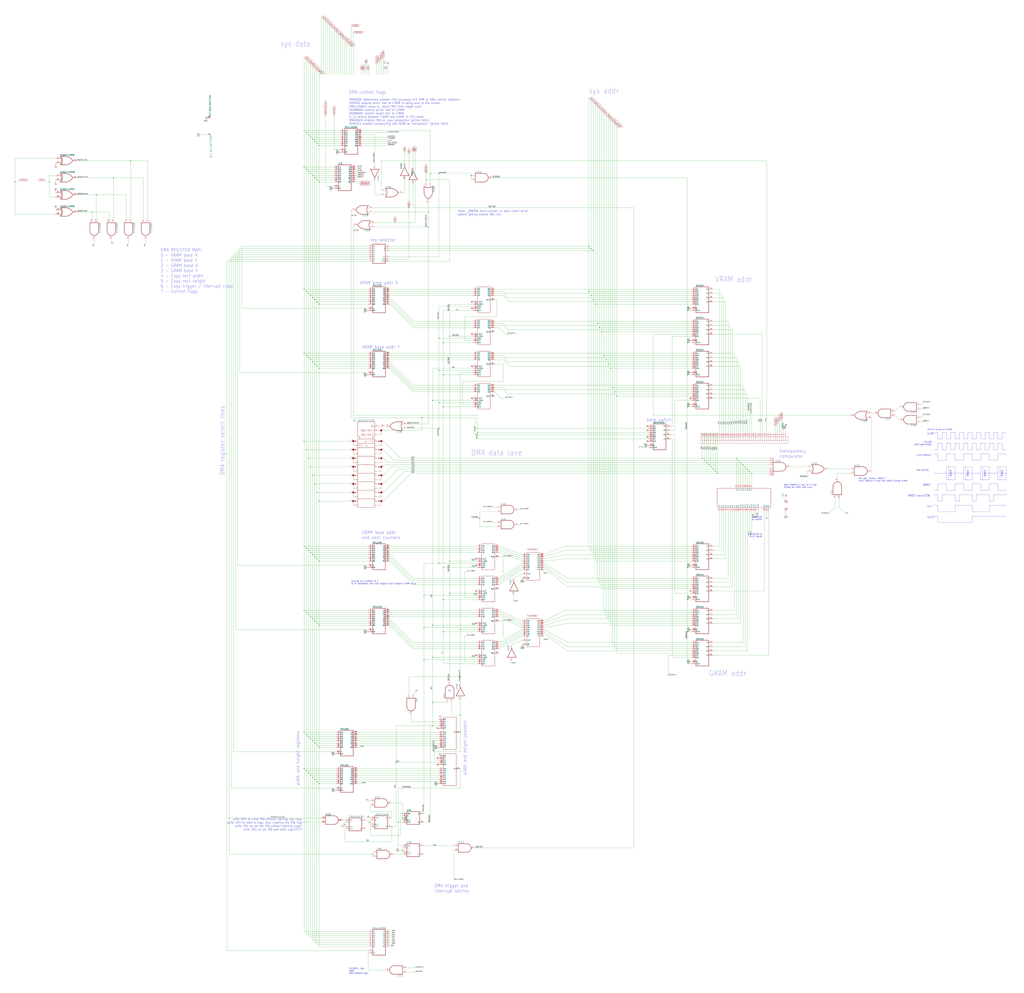
<source format=kicad_sch>
(kicad_sch (version 20231120) (generator "eeschema") (generator_version "8.0")
  (paper "User" 1214.65 1177.8)
  (lib_symbols
    (symbol "cpu-blitter-inputs-eagle-import:7400N"
      (property "Reference" "IC" (at -0.635 -0.635 0))
      (symbol "7400N_1_0"
        (pin input line (at -12.7 2.54 0) (length 5.08) (name "I0") (number "1"))
        (pin input line (at -12.7 -2.54 0) (length 5.08) (name "I1") (number "2"))
        (pin output inverted (at 12.7 0 180) (length 5.08) (name "O") (number "3"))
      )
      (symbol "7400N_2_0"
        (pin input line (at -12.7 2.54 0) (length 5.08) (name "I0") (number "4"))
        (pin input line (at -12.7 -2.54 0) (length 5.08) (name "I1") (number "5"))
        (pin output inverted (at 12.7 0 180) (length 5.08) (name "O") (number "6"))
      )
      (symbol "7400N_3_0"
        (pin input line (at -12.7 -2.54 0) (length 5.08) (name "I1") (number "10"))
        (pin output inverted (at 12.7 0 180) (length 5.08) (name "O") (number "8"))
        (pin input line (at -12.7 2.54 0) (length 5.08) (name "I0") (number "9"))
      )
      (symbol "7400N_4_0"
        (pin output inverted (at 12.7 0 180) (length 5.08) (name "O") (number "11"))
        (pin input line (at -12.7 2.54 0) (length 5.08) (name "I0") (number "12"))
        (pin input line (at -12.7 -2.54 0) (length 5.08) (name "I1") (number "13"))
      )
      (symbol "7400N_5_0"
        (text "GND" (at 1.905 -7.62 900) (effects (font (size 1.27 1.0795)) (justify left bottom)))
        (text "VCC" (at 1.905 5.08 900) (effects (font (size 1.27 1.0795)) (justify left bottom)))
        (pin power_in line (at 0 10.16 270) (length 7.62) (name "VCC") (number "14"))
        (pin power_in line (at 0 -10.16 90) (length 7.62) (name "GND") (number "7"))
      )
    )
    (symbol "cpu-blitter-inputs-eagle-import:7404N"
      (property "Reference" "IC" (at -0.635 -0.635 0))
      (symbol "7404N_1_0"
        (pin input line (at -10.16 0 0) (length 5.08) (name "I") (number "1"))
        (pin output inverted (at 10.16 0 180) (length 5.08) (name "O") (number "2"))
      )
      (symbol "7404N_2_0"
        (pin input line (at -10.16 0 0) (length 5.08) (name "I") (number "3"))
        (pin output inverted (at 10.16 0 180) (length 5.08) (name "O") (number "4"))
      )
      (symbol "7404N_3_0"
        (pin input line (at -10.16 0 0) (length 5.08) (name "I") (number "5"))
        (pin output inverted (at 10.16 0 180) (length 5.08) (name "O") (number "6"))
      )
      (symbol "7404N_4_0"
        (pin output inverted (at 10.16 0 180) (length 5.08) (name "O") (number "8"))
        (pin input line (at -10.16 0 0) (length 5.08) (name "I") (number "9"))
      )
      (symbol "7404N_5_0"
        (pin output inverted (at 10.16 0 180) (length 5.08) (name "O") (number "10"))
        (pin input line (at -10.16 0 0) (length 5.08) (name "I") (number "11"))
      )
      (symbol "7404N_6_0"
        (pin output inverted (at 10.16 0 180) (length 5.08) (name "O") (number "12"))
        (pin input line (at -10.16 0 0) (length 5.08) (name "I") (number "13"))
      )
      (symbol "7404N_7_0"
        (text "GND" (at 1.905 -7.62 900) (effects (font (size 1.27 1.0795)) (justify left bottom)))
        (text "VCC" (at 1.905 5.08 900) (effects (font (size 1.27 1.0795)) (justify left bottom)))
        (pin power_in line (at 0 10.16 270) (length 7.62) (name "VCC") (number "14"))
        (pin power_in line (at 0 -10.16 90) (length 7.62) (name "GND") (number "7"))
      )
    )
    (symbol "cpu-blitter-inputs-eagle-import:7407N"
      (property "Reference" "IC" (at -0.635 -0.635 0))
      (symbol "7407N_1_0"
        (pin input line (at -10.16 0 0) (length 5.08) (name "I") (number "1"))
        (pin open_collector line (at 10.16 0 180) (length 5.08) (name "O") (number "2"))
      )
      (symbol "7407N_2_0"
        (pin input line (at -10.16 0 0) (length 5.08) (name "I") (number "3"))
        (pin open_collector line (at 10.16 0 180) (length 5.08) (name "O") (number "4"))
      )
      (symbol "7407N_3_0"
        (pin input line (at -10.16 0 0) (length 5.08) (name "I") (number "5"))
        (pin open_collector line (at 10.16 0 180) (length 5.08) (name "O") (number "6"))
      )
      (symbol "7407N_4_0"
        (pin open_collector line (at 10.16 0 180) (length 5.08) (name "O") (number "8"))
        (pin input line (at -10.16 0 0) (length 5.08) (name "I") (number "9"))
      )
      (symbol "7407N_5_0"
        (pin open_collector line (at 10.16 0 180) (length 5.08) (name "O") (number "10"))
        (pin input line (at -10.16 0 0) (length 5.08) (name "I") (number "11"))
      )
      (symbol "7407N_6_0"
        (pin open_collector line (at 10.16 0 180) (length 5.08) (name "O") (number "12"))
        (pin input line (at -10.16 0 0) (length 5.08) (name "I") (number "13"))
      )
      (symbol "7407N_7_0"
        (text "GND" (at 1.905 -7.62 900) (effects (font (size 1.27 1.0795)) (justify left bottom)))
        (text "VCC" (at 1.905 5.08 900) (effects (font (size 1.27 1.0795)) (justify left bottom)))
        (pin power_in line (at 0 10.16 270) (length 7.62) (name "VCC") (number "14"))
        (pin power_in line (at 0 -10.16 90) (length 7.62) (name "GND") (number "7"))
      )
    )
    (symbol "cpu-blitter-inputs-eagle-import:7408N"
      (property "Reference" "IC" (at -0.635 -0.635 0))
      (symbol "7408N_1_0"
        (pin input line (at -12.7 2.54 0) (length 5.08) (name "I0") (number "1"))
        (pin input line (at -12.7 -2.54 0) (length 5.08) (name "I1") (number "2"))
        (pin output line (at 12.7 0 180) (length 5.08) (name "O") (number "3"))
      )
      (symbol "7408N_2_0"
        (pin input line (at -12.7 2.54 0) (length 5.08) (name "I0") (number "4"))
        (pin input line (at -12.7 -2.54 0) (length 5.08) (name "I1") (number "5"))
        (pin output line (at 12.7 0 180) (length 5.08) (name "O") (number "6"))
      )
      (symbol "7408N_3_0"
        (pin input line (at -12.7 -2.54 0) (length 5.08) (name "I1") (number "10"))
        (pin output line (at 12.7 0 180) (length 5.08) (name "O") (number "8"))
        (pin input line (at -12.7 2.54 0) (length 5.08) (name "I0") (number "9"))
      )
      (symbol "7408N_4_0"
        (pin output line (at 12.7 0 180) (length 5.08) (name "O") (number "11"))
        (pin input line (at -12.7 2.54 0) (length 5.08) (name "I0") (number "12"))
        (pin input line (at -12.7 -2.54 0) (length 5.08) (name "I1") (number "13"))
      )
      (symbol "7408N_5_0"
        (text "GND" (at 1.905 -7.62 900) (effects (font (size 1.27 1.0795)) (justify left bottom)))
        (text "VCC" (at 1.905 5.08 900) (effects (font (size 1.27 1.0795)) (justify left bottom)))
        (pin power_in line (at 0 10.16 270) (length 7.62) (name "VCC") (number "14"))
        (pin power_in line (at 0 -10.16 90) (length 7.62) (name "GND") (number "7"))
      )
    )
    (symbol "cpu-blitter-inputs-eagle-import:74257N"
      (property "Reference" "IC" (at -0.635 -0.635 0))
      (symbol "74257N_1_0"
        (pin input line (at -12.7 -12.7 0) (length 5.08) (name "~{A}/B") (number "1"))
        (pin input line (at -12.7 0 0) (length 5.08) (name "3B") (number "10"))
        (pin input line (at -12.7 2.54 0) (length 5.08) (name "3A") (number "11"))
        (pin tri_state line (at 12.7 -2.54 180) (length 5.08) (name "4Y") (number "12"))
        (pin input line (at -12.7 -5.08 0) (length 5.08) (name "4B") (number "13"))
        (pin input line (at -12.7 -2.54 0) (length 5.08) (name "4A") (number "14"))
        (pin input inverted (at -12.7 -10.16 0) (length 5.08) (name "G") (number "15"))
        (pin input line (at -12.7 12.7 0) (length 5.08) (name "1A") (number "2"))
        (pin input line (at -12.7 10.16 0) (length 5.08) (name "1B") (number "3"))
        (pin tri_state line (at 12.7 12.7 180) (length 5.08) (name "1Y") (number "4"))
        (pin input line (at -12.7 7.62 0) (length 5.08) (name "2A") (number "5"))
        (pin input line (at -12.7 5.08 0) (length 5.08) (name "2B") (number "6"))
        (pin tri_state line (at 12.7 7.62 180) (length 5.08) (name "2Y") (number "7"))
        (pin tri_state line (at 12.7 2.54 180) (length 5.08) (name "3Y") (number "9"))
      )
      (symbol "74257N_2_0"
        (text "GND" (at 1.905 -7.62 900) (effects (font (size 1.27 1.0795)) (justify left bottom)))
        (text "VCC" (at 1.905 5.08 900) (effects (font (size 1.27 1.0795)) (justify left bottom)))
        (pin power_in line (at 0 10.16 270) (length 7.62) (name "VCC") (number "16"))
        (pin power_in line (at 0 -10.16 90) (length 7.62) (name "GND") (number "8"))
      )
    )
    (symbol "cpu-blitter-inputs-eagle-import:7430N"
      (property "Reference" "IC" (at -0.635 -0.635 0))
      (symbol "7430N_1_0"
        (pin input line (at -12.7 10.16 0) (length 5.08) (name "I0") (number "1"))
        (pin input line (at -12.7 -7.62 0) (length 5.08) (name "I6") (number "11"))
        (pin input line (at -12.7 -10.16 0) (length 5.08) (name "I7") (number "12"))
        (pin input line (at -12.7 7.62 0) (length 5.08) (name "I1") (number "2"))
        (pin input line (at -12.7 5.08 0) (length 5.08) (name "I2") (number "3"))
        (pin input line (at -12.7 2.54 0) (length 5.08) (name "I3") (number "4"))
        (pin input line (at -12.7 -2.54 0) (length 5.08) (name "I4") (number "5"))
        (pin input line (at -12.7 -5.08 0) (length 5.08) (name "I5") (number "6"))
        (pin output inverted (at 12.7 0 180) (length 5.08) (name "O") (number "8"))
      )
      (symbol "7430N_2_0"
        (text "GND" (at 1.905 -7.62 900) (effects (font (size 1.27 1.0795)) (justify left bottom)))
        (text "VCC" (at 1.905 5.08 900) (effects (font (size 1.27 1.0795)) (justify left bottom)))
        (pin power_in line (at 0 10.16 270) (length 7.62) (name "VCC") (number "14"))
        (pin power_in line (at 0 -10.16 90) (length 7.62) (name "GND") (number "7"))
      )
    )
    (symbol "cpu-blitter-inputs-eagle-import:7432N"
      (property "Reference" "IC" (at -0.635 -0.635 0))
      (symbol "7432N_1_0"
        (pin input line (at -12.7 2.54 0) (length 5.08) (name "I0") (number "1"))
        (pin input line (at -12.7 -2.54 0) (length 5.08) (name "I1") (number "2"))
        (pin output line (at 12.7 0 180) (length 5.08) (name "O") (number "3"))
      )
      (symbol "7432N_2_0"
        (pin input line (at -12.7 2.54 0) (length 5.08) (name "I0") (number "4"))
        (pin input line (at -12.7 -2.54 0) (length 5.08) (name "I1") (number "5"))
        (pin output line (at 12.7 0 180) (length 5.08) (name "O") (number "6"))
      )
      (symbol "7432N_3_0"
        (pin input line (at -12.7 -2.54 0) (length 5.08) (name "I1") (number "10"))
        (pin output line (at 12.7 0 180) (length 5.08) (name "O") (number "8"))
        (pin input line (at -12.7 2.54 0) (length 5.08) (name "I0") (number "9"))
      )
      (symbol "7432N_4_0"
        (pin output line (at 12.7 0 180) (length 5.08) (name "O") (number "11"))
        (pin input line (at -12.7 2.54 0) (length 5.08) (name "I0") (number "12"))
        (pin input line (at -12.7 -2.54 0) (length 5.08) (name "I1") (number "13"))
      )
      (symbol "7432N_5_0"
        (text "GND" (at 1.905 -7.62 900) (effects (font (size 1.27 1.0795)) (justify left bottom)))
        (text "VCC" (at 1.905 5.08 900) (effects (font (size 1.27 1.0795)) (justify left bottom)))
        (pin power_in line (at 0 10.16 270) (length 7.62) (name "VCC") (number "14"))
        (pin power_in line (at 0 -10.16 90) (length 7.62) (name "GND") (number "7"))
      )
    )
    (symbol "cpu-blitter-inputs-eagle-import:74573N"
      (property "Reference" "IC" (at -0.635 -0.635 0))
      (symbol "74573N_1_0"
        (pin input inverted (at -12.7 -12.7 0) (length 5.08) (name "OC") (number "1"))
        (pin input line (at -12.7 -10.16 0) (length 5.08) (name "C") (number "11"))
        (pin tri_state line (at 12.7 -5.08 180) (length 5.08) (name "8Q") (number "12"))
        (pin tri_state line (at 12.7 -2.54 180) (length 5.08) (name "7Q") (number "13"))
        (pin tri_state line (at 12.7 0 180) (length 5.08) (name "6Q") (number "14"))
        (pin tri_state line (at 12.7 2.54 180) (length 5.08) (name "5Q") (number "15"))
        (pin tri_state line (at 12.7 5.08 180) (length 5.08) (name "4Q") (number "16"))
        (pin tri_state line (at 12.7 7.62 180) (length 5.08) (name "3Q") (number "17"))
        (pin tri_state line (at 12.7 10.16 180) (length 5.08) (name "2Q") (number "18"))
        (pin tri_state line (at 12.7 12.7 180) (length 5.08) (name "1Q") (number "19"))
        (pin input line (at -12.7 12.7 0) (length 5.08) (name "1D") (number "2"))
        (pin input line (at -12.7 10.16 0) (length 5.08) (name "2D") (number "3"))
        (pin input line (at -12.7 7.62 0) (length 5.08) (name "3D") (number "4"))
        (pin input line (at -12.7 5.08 0) (length 5.08) (name "4D") (number "5"))
        (pin input line (at -12.7 2.54 0) (length 5.08) (name "5D") (number "6"))
        (pin input line (at -12.7 0 0) (length 5.08) (name "6D") (number "7"))
        (pin input line (at -12.7 -2.54 0) (length 5.08) (name "7D") (number "8"))
        (pin input line (at -12.7 -5.08 0) (length 5.08) (name "8D") (number "9"))
      )
      (symbol "74573N_2_0"
        (text "GND" (at 1.905 -7.62 900) (effects (font (size 1.27 1.0795)) (justify left bottom)))
        (text "VCC" (at 1.905 5.08 900) (effects (font (size 1.27 1.0795)) (justify left bottom)))
        (pin power_in line (at 0 -10.16 90) (length 7.62) (name "GND") (number "10"))
        (pin power_in line (at 0 10.16 270) (length 7.62) (name "VCC") (number "20"))
      )
    )
    (symbol "cpu-blitter-inputs-eagle-import:74640N"
      (property "Reference" "V" (at -10.16 51.435 0))
      (symbol "74640N_1_0"
        (pin power_in line (at 0 2.54 270) (length 2.54) (name "+UB") (number "20"))
      )
      (symbol "74640N_2_0"
        (pin power_in line (at 0 -2.54 90) (length 2.54) (name "-UB") (number "10"))
      )
      (symbol "74640N_3_0"
        (text "1" (at -5.715 26.67 0) (effects (font (size 2.032 1.7272)) (justify left bottom)))
        (text "2" (at 4.445 21.59 0) (effects (font (size 2.032 1.7272)) (justify left bottom)))
        (text "3" (at -8.89 34.29 0) (effects (font (size 2.032 1.7272)) (justify left bottom)))
        (text "3" (at -8.89 39.37 0) (effects (font (size 2.032 1.7272)) (justify left bottom)))
        (text "[AB]" (at 0.635 34.29 0) (effects (font (size 2.032 1.7272)) (justify left bottom)))
        (text "[BA]" (at 0.635 39.37 0) (effects (font (size 2.032 1.7272)) (justify left bottom)))
        (text "EN1" (at -6.35 39.37 0) (effects (font (size 2.032 1.7272)) (justify left bottom)))
        (text "EN2" (at -6.35 34.29 0) (effects (font (size 2.032 1.7272)) (justify left bottom)))
        (text "G3" (at -8.89 44.45 0) (effects (font (size 2.032 1.7272)) (justify left bottom)))
        (pin input line (at -20.32 40.64 0) (length 2.54) (name "DIR") (number "1"))
        (pin bidirectional line (at 17.78 -43.18 180) (length 2.54) (name "B8") (number "11"))
        (pin bidirectional line (at 17.78 -33.02 180) (length 2.54) (name "B7") (number "12"))
        (pin bidirectional line (at 17.78 -22.86 180) (length 2.54) (name "B6") (number "13"))
        (pin bidirectional line (at 17.78 -12.7 180) (length 2.54) (name "B5") (number "14"))
        (pin bidirectional line (at 17.78 -2.54 180) (length 2.54) (name "B4") (number "15"))
        (pin bidirectional line (at 17.78 7.62 180) (length 2.54) (name "B3") (number "16"))
        (pin bidirectional line (at 17.78 17.78 180) (length 2.54) (name "B2") (number "17"))
        (pin bidirectional line (at 17.78 27.94 180) (length 2.54) (name "B1") (number "18"))
        (pin input line (at -20.32 45.72 0) (length 2.54) (name "~{G}") (number "19"))
        (pin bidirectional line (at -20.32 27.94 0) (length 2.54) (name "A1") (number "2"))
        (pin bidirectional line (at -20.32 17.78 0) (length 2.54) (name "A2") (number "3"))
        (pin bidirectional line (at -20.32 7.62 0) (length 2.54) (name "A3") (number "4"))
        (pin bidirectional line (at -20.32 -2.54 0) (length 2.54) (name "A4") (number "5"))
        (pin bidirectional line (at -20.32 -12.7 0) (length 2.54) (name "A5") (number "6"))
        (pin bidirectional line (at -20.32 -22.86 0) (length 2.54) (name "A6") (number "7"))
        (pin bidirectional line (at -20.32 -33.02 0) (length 2.54) (name "A7") (number "8"))
        (pin bidirectional line (at -20.32 -43.18 0) (length 2.54) (name "A8") (number "9"))
      )
    )
    (symbol "cpu-blitter-inputs-eagle-import:7474N"
      (property "Reference" "IC" (at -0.635 -0.635 0))
      (symbol "7474N_1_0"
        (pin input inverted (at -12.7 -5.08 0) (length 5.08) (name "CLR") (number "1"))
        (pin input line (at -12.7 2.54 0) (length 5.08) (name "D") (number "2"))
        (pin input clock (at -12.7 -2.54 0) (length 5.08) (name "CLK") (number "3"))
        (pin input inverted (at -12.7 5.08 0) (length 5.08) (name "PRE") (number "4"))
        (pin output line (at 12.7 5.08 180) (length 5.08) (name "Q") (number "5"))
        (pin output line (at 12.7 -5.08 180) (length 5.08) (name "~{Q}") (number "6"))
      )
      (symbol "7474N_2_0"
        (pin input inverted (at -12.7 5.08 0) (length 5.08) (name "PRE") (number "10"))
        (pin input clock (at -12.7 -2.54 0) (length 5.08) (name "CLK") (number "11"))
        (pin input line (at -12.7 2.54 0) (length 5.08) (name "D") (number "12"))
        (pin input inverted (at -12.7 -5.08 0) (length 5.08) (name "CLR") (number "13"))
        (pin output line (at 12.7 -5.08 180) (length 5.08) (name "~{Q}") (number "8"))
        (pin output line (at 12.7 5.08 180) (length 5.08) (name "Q") (number "9"))
      )
      (symbol "7474N_3_0"
        (text "GND" (at 1.905 -7.62 900) (effects (font (size 1.27 1.0795)) (justify left bottom)))
        (text "VCC" (at 1.905 5.08 900) (effects (font (size 1.27 1.0795)) (justify left bottom)))
        (pin power_in line (at 0 10.16 270) (length 7.62) (name "VCC") (number "14"))
        (pin power_in line (at 0 -10.16 90) (length 7.62) (name "GND") (number "7"))
      )
    )
    (symbol "cpu-blitter-inputs-eagle-import:7486N"
      (property "Reference" "IC" (at -0.635 -0.635 0))
      (symbol "7486N_1_0"
        (pin input line (at -12.7 2.54 0) (length 5.08) (name "I0") (number "1"))
        (pin input line (at -12.7 -2.54 0) (length 5.08) (name "I1") (number "2"))
        (pin output line (at 12.7 0 180) (length 5.08) (name "O") (number "3"))
      )
      (symbol "7486N_2_0"
        (pin input line (at -12.7 2.54 0) (length 5.08) (name "I0") (number "4"))
        (pin input line (at -12.7 -2.54 0) (length 5.08) (name "I1") (number "5"))
        (pin output line (at 12.7 0 180) (length 5.08) (name "O") (number "6"))
      )
      (symbol "7486N_3_0"
        (pin input line (at -12.7 -2.54 0) (length 5.08) (name "I1") (number "10"))
        (pin output line (at 12.7 0 180) (length 5.08) (name "O") (number "8"))
        (pin input line (at -12.7 2.54 0) (length 5.08) (name "I0") (number "9"))
      )
      (symbol "7486N_4_0"
        (pin output line (at 12.7 0 180) (length 5.08) (name "O") (number "11"))
        (pin input line (at -12.7 2.54 0) (length 5.08) (name "I0") (number "12"))
        (pin input line (at -12.7 -2.54 0) (length 5.08) (name "I1") (number "13"))
      )
      (symbol "7486N_5_0"
        (text "GND" (at 1.905 -7.62 900) (effects (font (size 1.27 1.0795)) (justify left bottom)))
        (text "VCC" (at 1.905 5.08 900) (effects (font (size 1.27 1.0795)) (justify left bottom)))
        (pin power_in line (at 0 10.16 270) (length 7.62) (name "VCC") (number "14"))
        (pin power_in line (at 0 -10.16 90) (length 7.62) (name "GND") (number "7"))
      )
    )
    (symbol "cpu-blitter-inputs-eagle-import:74AHC8541"
      (symbol "74AHC8541_1_0"
        (text "74AHC8541" (at -7.62 17.78 0) (effects (font (size 1.778 1.5113)) (justify left bottom)))
        (pin input line (at -12.7 -10.16 0) (length 5.08) (name "T/~{C}") (number "1"))
        (pin input line (at -12.7 -15.24 0) (length 5.08) (name "~{OE}") (number "11"))
        (pin output line (at 12.7 -5.08 180) (length 5.08) (name "Y7") (number "12"))
        (pin output line (at 12.7 -2.54 180) (length 5.08) (name "Y6") (number "13"))
        (pin output line (at 12.7 0 180) (length 5.08) (name "Y5") (number "14"))
        (pin output line (at 12.7 2.54 180) (length 5.08) (name "Y4") (number "15"))
        (pin output line (at 12.7 5.08 180) (length 5.08) (name "Y3") (number "16"))
        (pin output line (at 12.7 7.62 180) (length 5.08) (name "Y2") (number "17"))
        (pin output line (at 12.7 10.16 180) (length 5.08) (name "Y1") (number "18"))
        (pin output line (at 12.7 12.7 180) (length 5.08) (name "Y0") (number "19"))
        (pin input line (at -12.7 12.7 0) (length 5.08) (name "D0") (number "2"))
        (pin input line (at -12.7 10.16 0) (length 5.08) (name "D1") (number "3"))
        (pin input line (at -12.7 7.62 0) (length 5.08) (name "D2") (number "4"))
        (pin input line (at -12.7 5.08 0) (length 5.08) (name "D3") (number "5"))
        (pin input line (at -12.7 2.54 0) (length 5.08) (name "D4") (number "6"))
        (pin input line (at -12.7 0 0) (length 5.08) (name "D5") (number "7"))
        (pin input line (at -12.7 -2.54 0) (length 5.08) (name "D6") (number "8"))
        (pin input line (at -12.7 -5.08 0) (length 5.08) (name "D7") (number "9"))
      )
      (symbol "74AHC8541_2_0"
        (pin power_in line (at 0 -10.16 90) (length 5.08) (name "GND") (number "10"))
        (pin power_in line (at 0 12.7 270) (length 5.08) (name "VCC") (number "20"))
      )
    )
    (symbol "cpu-blitter-inputs-eagle-import:74HC163"
      (symbol "74HC163_1_0"
        (pin bidirectional inverted (at -12.7 -2.54 0) (length 5.08) (name "_CLR") (number "1"))
        (pin bidirectional line (at -12.7 -10.16 0) (length 5.08) (name "ENT") (number "10"))
        (pin bidirectional line (at 12.7 5.08 180) (length 5.08) (name "Q3") (number "11"))
        (pin bidirectional line (at 12.7 7.62 180) (length 5.08) (name "Q2") (number "12"))
        (pin bidirectional line (at 12.7 10.16 180) (length 5.08) (name "Q1") (number "13"))
        (pin bidirectional line (at 12.7 12.7 180) (length 5.08) (name "Q0") (number "14"))
        (pin bidirectional line (at 12.7 0 180) (length 5.08) (name "RCO") (number "15"))
        (pin bidirectional clock (at -12.7 -12.7 0) (length 5.08) (name "CLK") (number "2"))
        (pin bidirectional line (at -12.7 12.7 0) (length 5.08) (name "P0") (number "3"))
        (pin bidirectional line (at -12.7 10.16 0) (length 5.08) (name "P1") (number "4"))
        (pin bidirectional line (at -12.7 7.62 0) (length 5.08) (name "P2") (number "5"))
        (pin bidirectional line (at -12.7 5.08 0) (length 5.08) (name "P3") (number "6"))
        (pin bidirectional line (at -12.7 -7.62 0) (length 5.08) (name "ENP") (number "7"))
        (pin bidirectional inverted (at -12.7 -5.08 0) (length 5.08) (name "_LOAD") (number "9"))
      )
      (symbol "74HC163_2_0"
        (pin power_in line (at 0 12.7 270) (length 5.08) (name "VCC") (number "16"))
        (pin power_in line (at 0 -10.16 90) (length 5.08) (name "GND") (number "8"))
      )
    )
    (symbol "cpu-blitter-inputs-eagle-import:74HC238"
      (symbol "74HC238_1_0"
        (pin power_in line (at 0 12.7 270) (length 5.08) (name "VCC") (number "16"))
        (pin power_in line (at 0 -10.16 90) (length 5.08) (name "GND") (number "8"))
      )
      (symbol "74HC238_2_0"
        (pin input line (at -15.24 7.62 0) (length 5.08) (name "A") (number "1"))
        (pin output line (at 10.16 -5.08 180) (length 5.08) (name "Y5") (number "10"))
        (pin output line (at 10.16 -2.54 180) (length 5.08) (name "Y4") (number "11"))
        (pin output line (at 10.16 0 180) (length 5.08) (name "Y3") (number "12"))
        (pin output line (at 10.16 2.54 180) (length 5.08) (name "Y2") (number "13"))
        (pin output line (at 10.16 5.08 180) (length 5.08) (name "Y1") (number "14"))
        (pin output line (at 10.16 7.62 180) (length 5.08) (name "Y0") (number "15"))
        (pin input line (at -15.24 5.08 0) (length 5.08) (name "B") (number "2"))
        (pin input line (at -15.24 2.54 0) (length 5.08) (name "C") (number "3"))
        (pin input inverted (at -15.24 -7.62 0) (length 5.08) (name "G2A") (number "4"))
        (pin input inverted (at -15.24 -10.16 0) (length 5.08) (name "G2B") (number "5"))
        (pin input line (at -15.24 -5.08 0) (length 5.08) (name "G1") (number "6"))
        (pin output line (at 10.16 -10.16 180) (length 5.08) (name "Y7") (number "7"))
        (pin output line (at 10.16 -7.62 180) (length 5.08) (name "Y6") (number "9"))
      )
    )
    (symbol "cpu-blitter-inputs-eagle-import:AS6C4008"
      (symbol "AS6C4008_1_0"
        (pin bidirectional line (at -17.78 -15.24 0) (length 5.08) (name "A18") (number "1"))
        (pin bidirectional line (at -17.78 25.4 0) (length 5.08) (name "A2") (number "10"))
        (pin bidirectional line (at -17.78 27.94 0) (length 5.08) (name "A1") (number "11"))
        (pin bidirectional line (at -17.78 30.48 0) (length 5.08) (name "A0") (number "12"))
        (pin bidirectional line (at 15.24 10.16 180) (length 5.08) (name "D0") (number "13"))
        (pin bidirectional line (at 15.24 7.62 180) (length 5.08) (name "D1") (number "14"))
        (pin bidirectional line (at 15.24 5.08 180) (length 5.08) (name "D2") (number "15"))
        (pin bidirectional line (at 15.24 2.54 180) (length 5.08) (name "D3") (number "17"))
        (pin bidirectional line (at 15.24 0 180) (length 5.08) (name "D4") (number "18"))
        (pin bidirectional line (at 15.24 -2.54 180) (length 5.08) (name "D5") (number "19"))
        (pin bidirectional line (at -17.78 -10.16 0) (length 5.08) (name "A16") (number "2"))
        (pin bidirectional line (at 15.24 -5.08 180) (length 5.08) (name "D6") (number "20"))
        (pin bidirectional line (at 15.24 -7.62 180) (length 5.08) (name "D7") (number "21"))
        (pin bidirectional line (at -17.78 -25.4 0) (length 5.08) (name "~{CE}") (number "22"))
        (pin bidirectional line (at -17.78 5.08 0) (length 5.08) (name "A10") (number "23"))
        (pin bidirectional line (at -17.78 -27.94 0) (length 5.08) (name "~{OE}") (number "24"))
        (pin bidirectional line (at -17.78 2.54 0) (length 5.08) (name "A11") (number "25"))
        (pin bidirectional line (at -17.78 7.62 0) (length 5.08) (name "A9") (number "26"))
        (pin bidirectional line (at -17.78 10.16 0) (length 5.08) (name "A8") (number "27"))
        (pin bidirectional line (at -17.78 -2.54 0) (length 5.08) (name "A13") (number "28"))
        (pin bidirectional line (at -17.78 -22.86 0) (length 5.08) (name "~{WE}") (number "29"))
        (pin bidirectional line (at -17.78 -5.08 0) (length 5.08) (name "A14") (number "3"))
        (pin bidirectional line (at -17.78 -12.7 0) (length 5.08) (name "A17") (number "30"))
        (pin bidirectional line (at -17.78 -7.62 0) (length 5.08) (name "A15") (number "31"))
        (pin bidirectional line (at -17.78 0 0) (length 5.08) (name "A12") (number "4"))
        (pin bidirectional line (at -17.78 12.7 0) (length 5.08) (name "A7") (number "5"))
        (pin bidirectional line (at -17.78 15.24 0) (length 5.08) (name "A6") (number "6"))
        (pin bidirectional line (at -17.78 17.78 0) (length 5.08) (name "A5") (number "7"))
        (pin bidirectional line (at -17.78 20.32 0) (length 5.08) (name "A4") (number "8"))
        (pin bidirectional line (at -17.78 22.86 0) (length 5.08) (name "A3") (number "9"))
      )
      (symbol "AS6C4008_2_0"
        (text "VDD" (at 1.905 2.54 900) (effects (font (size 1.27 1.0795)) (justify left bottom)))
        (text "VSS" (at 1.905 -5.842 900) (effects (font (size 1.27 1.0795)) (justify left bottom)))
        (pin power_in line (at 0 -7.62 90) (length 5.08) (name "VSS") (number "16"))
        (pin power_in line (at 0 7.62 270) (length 5.08) (name "VDD") (number "32"))
      )
    )
    (symbol "cpu-blitter-inputs-eagle-import:CD40103"
      (symbol "CD40103_1_0"
        (pin input clock (at -12.7 15.24 0) (length 5.08) (name "CP") (number "1"))
        (pin input line (at -12.7 -10.16 0) (length 5.08) (name "P4") (number "10"))
        (pin input line (at -12.7 -12.7 0) (length 5.08) (name "P5") (number "11"))
        (pin input line (at -12.7 -15.24 0) (length 5.08) (name "P6") (number "12"))
        (pin input line (at -12.7 -17.78 0) (length 5.08) (name "P7") (number "13"))
        (pin output inverted (at 12.7 0 180) (length 5.08) (name "TC") (number "14"))
        (pin input inverted (at -12.7 7.62 0) (length 5.08) (name "PE") (number "15"))
        (pin input inverted (at -12.7 5.08 0) (length 5.08) (name "MR") (number "2"))
        (pin input inverted (at -12.7 10.16 0) (length 5.08) (name "TE") (number "3"))
        (pin input line (at -12.7 0 0) (length 5.08) (name "P0") (number "4"))
        (pin input line (at -12.7 -2.54 0) (length 5.08) (name "P1") (number "5"))
        (pin input line (at -12.7 -5.08 0) (length 5.08) (name "P2") (number "6"))
        (pin input line (at -12.7 -7.62 0) (length 5.08) (name "P3") (number "7"))
        (pin input inverted (at -12.7 12.7 0) (length 5.08) (name "PL") (number "9"))
      )
      (symbol "CD40103_2_0"
        (pin power_in line (at 0 12.7 270) (length 5.08) (name "VCC") (number "16"))
        (pin power_in line (at 0 -10.16 90) (length 5.08) (name "GND") (number "8"))
      )
    )
    (symbol "cpu-blitter-inputs-eagle-import:GND" (power)
      (property "Value" "GND" (at -2.54 -2.54 0))
      (symbol "GND_1_0"
        (pin power_in line (at 0 2.54 270) (length 2.54) (name "GND") (number "1"))
      )
    )
    (symbol "cpu-blitter-inputs-eagle-import:TX25-40P-6ST-H1E"
      (symbol "TX25-40P-6ST-H1E_1_0"
        (pin passive line (at 0 0 0) (length 5.08) (name "1") (number "1"))
        (pin passive line (at 0 -22.86 0) (length 5.08) (name "10") (number "10"))
        (pin passive line (at 0 -25.4 0) (length 5.08) (name "11") (number "11"))
        (pin passive line (at 0 -27.94 0) (length 5.08) (name "12") (number "12"))
        (pin passive line (at 0 -30.48 0) (length 5.08) (name "13") (number "13"))
        (pin passive line (at 0 -33.02 0) (length 5.08) (name "14") (number "14"))
        (pin passive line (at 0 -35.56 0) (length 5.08) (name "15") (number "15"))
        (pin passive line (at 0 -38.1 0) (length 5.08) (name "16") (number "16"))
        (pin passive line (at 0 -40.64 0) (length 5.08) (name "17") (number "17"))
        (pin passive line (at 0 -43.18 0) (length 5.08) (name "18") (number "18"))
        (pin passive line (at 0 -45.72 0) (length 5.08) (name "19") (number "19"))
        (pin passive line (at 0 -2.54 0) (length 5.08) (name "2") (number "2"))
        (pin passive line (at 0 -48.26 0) (length 5.08) (name "20") (number "20"))
        (pin passive line (at 0 -50.8 0) (length 5.08) (name "21") (number "21"))
        (pin passive line (at 0 -53.34 0) (length 5.08) (name "22") (number "22"))
        (pin passive line (at 0 -55.88 0) (length 5.08) (name "23") (number "23"))
        (pin passive line (at 0 -58.42 0) (length 5.08) (name "24") (number "24"))
        (pin passive line (at 0 -60.96 0) (length 5.08) (name "25") (number "25"))
        (pin passive line (at 0 -63.5 0) (length 5.08) (name "26") (number "26"))
        (pin passive line (at 0 -66.04 0) (length 5.08) (name "27") (number "27"))
        (pin passive line (at 0 -68.58 0) (length 5.08) (name "28") (number "28"))
        (pin passive line (at 0 -71.12 0) (length 5.08) (name "29") (number "29"))
        (pin passive line (at 0 -5.08 0) (length 5.08) (name "3") (number "3"))
        (pin passive line (at 0 -73.66 0) (length 5.08) (name "30") (number "30"))
        (pin passive line (at 0 -76.2 0) (length 5.08) (name "31") (number "31"))
        (pin passive line (at 0 -78.74 0) (length 5.08) (name "32") (number "32"))
        (pin passive line (at 0 -81.28 0) (length 5.08) (name "33") (number "33"))
        (pin passive line (at 0 -83.82 0) (length 5.08) (name "34") (number "34"))
        (pin passive line (at 0 -86.36 0) (length 5.08) (name "35") (number "35"))
        (pin passive line (at 0 -88.9 0) (length 5.08) (name "36") (number "36"))
        (pin passive line (at 0 -91.44 0) (length 5.08) (name "37") (number "37"))
        (pin passive line (at 0 -93.98 0) (length 5.08) (name "38") (number "38"))
        (pin passive line (at 0 -96.52 0) (length 5.08) (name "39") (number "39"))
        (pin passive line (at 0 -7.62 0) (length 5.08) (name "4") (number "4"))
        (pin passive line (at 0 -99.06 0) (length 5.08) (name "40") (number "40"))
        (pin passive line (at 0 -10.16 0) (length 5.08) (name "5") (number "5"))
        (pin passive line (at 0 -12.7 0) (length 5.08) (name "6") (number "6"))
        (pin passive line (at 0 -15.24 0) (length 5.08) (name "7") (number "7"))
        (pin passive line (at 0 -17.78 0) (length 5.08) (name "8") (number "8"))
        (pin passive line (at 0 -20.32 0) (length 5.08) (name "9") (number "9"))
      )
    )
    (symbol "cpu-blitter-inputs-eagle-import:VCC" (power)
      (property "Value" "VCC" (at -2.54 -2.54 90))
      (symbol "VCC_1_0"
        (pin power_in line (at 0 -2.54 90) (length 2.54) (name "VCC") (number "1"))
      )
    )
  )
  (junction (at 134.62 210.82))
  (junction (at 502.92 744.22))
  (junction (at 360.68 868.68))
  (junction (at 271.78 970.28))
  (junction (at 533.4 703.58))
  (junction (at 525.78 749.3))
  (junction (at 365.76 160.02))
  (junction (at 378.46 436.88))
  (junction (at 378.46 741.68))
  (junction (at 726.44 459.74))
  (junction (at 373.38 167.64))
  (junction (at 378.46 594.36))
  (junction (at 525.78 673.1))
  (junction (at 370.84 429.26))
  (junction (at 109.22 251.46))
  (junction (at 370.84 922.02))
  (junction (at 716.28 421.64))
  (junction (at 370.84 353.06))
  (junction (at 365.76 916.94))
  (junction (at 441.96 1013.46))
  (junction (at 114.3 231.14))
  (junction (at 563.88 508))
  (junction (at 368.3 205.74))
  (junction (at 368.3 919.48))
  (junction (at 373.38 660.4))
  (junction (at 815.34 482.6))
  (junction (at 472.44 975.36))
  (junction (at 533.4 398.78))
  (junction (at 568.96 614.68))
  (junction (at 378.46 360.68))
  (junction (at 477.52 1008.38))
  (junction (at 368.3 553.72))
  (junction (at 378.46 886.46))
  (junction (at 58.42 215.9))
  (junction (at 370.84 208.28))
  (junction (at 360.68 723.9))
  (junction (at 363.22 914.4))
  (junction (at 363.22 421.64))
  (junction (at 721.36 431.8))
  (junction (at 520.7 508))
  (junction (at 525.78 406.4))
  (junction (at 546.1 746.76))
  (junction (at 520.7 439.42))
  (junction (at 375.92 927.1))
  (junction (at 520.7 477.52))
  (junction (at 558.8 208.28))
  (junction (at 525.78 444.5))
  (junction (at 373.38 574.04))
  (junction (at 368.3 426.72))
  (junction (at 502.92 706.12))
  (junction (at 378.46 665.48))
  (junction (at 370.84 657.86))
  (junction (at 850.9 561.34))
  (junction (at 508 269.24))
  (junction (at 708.66 383.54))
  (junction (at 360.68 342.9))
  (junction (at 368.3 731.52))
  (junction (at 502.92 782.32))
  (junction (at 477.52 965.2))
  (junction (at 703.58 297.18))
  (junction (at 485.14 246.38))
  (junction (at 513.08 833.12))
  (junction (at 365.76 424.18))
  (junction (at 373.38 881.38))
  (junction (at 883.92 553.72))
  (junction (at 373.38 355.6))
  (junction (at 360.68 911.86))
  (junction (at 365.76 347.98))
  (junction (at 546.1 802.64))
  (junction (at 873.76 543.56))
  (junction (at 835.66 546.1))
  (junction (at 520.7 205.74))
  (junction (at 840.74 551.18))
  (junction (at 876.3 546.1))
  (junction (at 375.92 434.34))
  (junction (at 546.1 848.36))
  (junction (at 833.12 543.56))
  (junction (at 375.92 662.94))
  (junction (at 525.78 711.2))
  (junction (at 363.22 726.44))
  (junction (at 505.46 213.36))
  (junction (at 360.68 975.36))
  (junction (at 363.22 200.66))
  (junction (at 378.46 215.9))
  (junction (at 728.98 464.82))
  (junction (at 815.34 711.2))
  (junction (at 375.92 883.92))
  (junction (at 723.9 436.88))
  (junction (at 546.1 868.68))
  (junction (at 500.38 495.3))
  (junction (at 520.7 401.32))
  (junction (at 477.52 970.28))
  (junction (at 373.38 736.6))
  (junction (at 845.82 556.26))
  (junction (at 848.36 558.8))
  (junction (at 368.3 655.32))
  (junction (at 520.7 668.02))
  (junction (at 698.5 292.1))
  (junction (at 718.82 426.72))
  (junction (at 713.74 393.7))
  (junction (at 363.22 533.4))
  (junction (at 154.94 190.5))
  (junction (at 706.12 360.68))
  (junction (at 373.38 210.82))
  (junction (at 365.76 203.2))
  (junction (at 363.22 157.48))
  (junction (at 408.94 977.9))
  (junction (at 360.68 419.1))
  (junction (at 566.42 513.08))
  (junction (at 815.34 749.3))
  (junction (at 878.84 548.64))
  (junction (at 513.08 861.06))
  (junction (at 365.76 543.56))
  (junction (at 373.38 924.56))
  (junction (at 360.68 523.24))
  (junction (at 711.2 388.62))
  (junction (at 815.34 444.5))
  (junction (at 370.84 165.1))
  (junction (at 375.92 358.14))
  (junction (at 365.76 652.78))
  (junction (at 508 251.46))
  (junction (at 368.3 162.56))
  (junction (at 698.5 345.44))
  (junction (at 373.38 431.8))
  (junction (at 370.84 878.84))
  (junction (at 881.38 551.18))
  (junction (at 838.2 548.64))
  (junction (at 731.52 469.9))
  (junction (at 815.34 368.3))
  (junction (at 370.84 563.88))
  (junction (at 701.04 294.64))
  (junction (at 513.08 474.98))
  (junction (at 889 558.8))
  (junction (at 365.76 728.98))
  (junction (at 363.22 871.22))
  (junction (at 375.92 213.36))
  (junction (at 703.58 355.6))
  (junction (at 17.78 215.9))
  (junction (at 363.22 345.44))
  (junction (at 464.82 980.44))
  (junction (at 533.4 665.48))
  (junction (at 701.04 350.52))
  (junction (at 510.54 205.74))
  (junction (at 513.08 741.68))
  (junction (at 378.46 172.72))
  (junction (at 368.3 876.3))
  (junction (at 360.68 647.7))
  (junction (at 891.54 561.34))
  (junction (at 843.28 553.72))
  (junction (at 365.76 873.76))
  (junction (at 886.46 556.26))
  (junction (at 375.92 739.14))
  (junction (at 815.34 673.1))
  (junction (at 513.08 779.78))
  (junction (at 368.3 350.52))
  (junction (at 815.34 406.4))
  (junction (at 375.92 170.18))
  (junction (at 378.46 929.64))
  (junction (at 363.22 650.24))
  (junction (at 360.68 154.94))
  (junction (at 360.68 198.12))
  (junction (at 469.9 904.24))
  (junction (at 525.78 482.6))
  (junction (at 375.92 584.2))
  (junction (at 370.84 734.06))
  (wire (pts (xy 281.94 297.18) (xy 281.94 670.56)) (stroke (width 0.1524)))
  (wire (pts (xy 909.32 561.34) (xy 911.86 563.88)) (stroke (width 0.1524)))
  (wire (pts (xy 508 269.24) (xy 508 251.46)) (stroke (width 0.1524)))
  (wire (pts (xy 462.28 736.6) (xy 490.22 764.54)) (stroke (width 0.1524)))
  (wire (pts (xy 769.62 513.08) (xy 566.42 513.08)) (stroke (width 0.1524)))
  (polyline (pts (xy 1112.52 607.06) (xy 1132.84 607.06)) (stroke (width 0.1524) (type solid)))
  (wire (pts (xy 909.32 558.8) (xy 911.86 561.34)) (stroke (width 0.1524)))
  (wire (pts (xy 490.22 767.08) (xy 566.42 767.08)) (stroke (width 0.1524)))
  (wire (pts (xy 398.78 883.92) (xy 375.92 883.92)) (stroke (width 0.1524)))
  (wire (pts (xy 591.82 723.9) (xy 619.76 736.6)) (stroke (width 0.1524)))
  (wire (pts (xy 591.82 655.32) (xy 619.76 665.48)) (stroke (width 0.1524)))
  (polyline (pts (xy 1165.86 553.72) (xy 1165.86 561.34)) (stroke (width 0.1524) (type solid)))
  (wire (pts (xy 596.9 736.6) (xy 596.9 754.38)) (stroke (width 0.1524)))
  (wire (pts (xy 586.74 347.98) (xy 596.9 347.98)) (stroke (width 0.1524)))
  (wire (pts (xy 673.1 767.08) (xy 645.16 749.3)) (stroke (width 0.1524)))
  (wire (pts (xy 436.88 297.18) (xy 281.94 297.18)) (stroke (width 0.1524)))
  (wire (pts (xy 271.78 970.28) (xy 381 970.28)) (stroke (width 0.1524)))
  (wire (pts (xy 561.34 401.32) (xy 520.7 401.32)) (stroke (width 0.1524)))
  (wire (pts (xy 284.48 294.64) (xy 284.48 441.96)) (stroke (width 0.1524)))
  (wire (pts (xy 485.14 822.96) (xy 485.14 802.64)) (stroke (width 0.1524)))
  (wire (pts (xy 586.74 457.2) (xy 820.42 457.2)) (stroke (width 0.1524)))
  (polyline (pts (xy 1153.16 599.44) (xy 1153.16 607.06)) (stroke (width 0.1524) (type solid)))
  (wire (pts (xy 441.96 1013.46) (xy 441.96 1016)) (stroke (width 0.1524)))
  (wire (pts (xy 421.64 215.9) (xy 424.18 215.9)) (stroke (width 0.1524)))
  (wire (pts (xy 800.1 703.58) (xy 820.42 703.58)) (stroke (width 0.1524)))
  (wire (pts (xy 492.76 180.34) (xy 492.76 264.16)) (stroke (width 0.1524)))
  (wire (pts (xy 520.7 876.3) (xy 424.18 876.3)) (stroke (width 0.1524)))
  (wire (pts (xy 487.68 855.98) (xy 487.68 848.36)) (stroke (width 0.1524)))
  (wire (pts (xy 924.56 513.08) (xy 924.56 500.38)) (stroke (width 0.1524)))
  (wire (pts (xy 561.34 477.52) (xy 520.7 477.52)) (stroke (width 0.1524)))
  (polyline (pts (xy 1153.16 520.7) (xy 1158.24 520.7)) (stroke (width 0.1524) (type solid)))
  (wire (pts (xy 604.52 434.34) (xy 820.42 434.34)) (stroke (width 0.1524)))
  (wire (pts (xy 398.78 878.84) (xy 370.84 878.84)) (stroke (width 0.1524)))
  (wire (pts (xy 287.02 292.1) (xy 287.02 365.76)) (stroke (width 0.1524)))
  (wire (pts (xy 886.46 772.16) (xy 886.46 607.06)) (stroke (width 0.1524)))
  (wire (pts (xy 858.52 353.06) (xy 858.52 513.08)) (stroke (width 0.1524)))
  (wire (pts (xy 982.98 556.26) (xy 1008.38 556.26)) (stroke (width 0.1524)))
  (wire (pts (xy 551.18 403.86) (xy 561.34 403.86)) (stroke (width 0.1524)))
  (wire (pts (xy 66.04 187.96) (xy 17.78 187.96)) (stroke (width 0.1524)))
  (wire (pts (xy 845.82 701.04) (xy 906.78 701.04)) (stroke (width 0.1524)))
  (wire (pts (xy 563.88 495.3) (xy 500.38 495.3)) (stroke (width 0.1524)))
  (wire (pts (xy 452.12 226.06) (xy 452.12 190.5)) (stroke (width 0.1524)))
  (polyline (pts (xy 1117.6 513.08) (xy 1122.68 513.08)) (stroke (width 0.1524) (type solid)))
  (wire (pts (xy 601.98 429.26) (xy 820.42 429.26)) (stroke (width 0.1524)))
  (wire (pts (xy 548.64 480.06) (xy 561.34 480.06)) (stroke (width 0.1524)))
  (wire (pts (xy 513.08 861.06) (xy 469.9 861.06)) (stroke (width 0.1524)))
  (polyline (pts (xy 1168.4 525.78) (xy 1168.4 533.4)) (stroke (width 0.1524) (type solid)))
  (wire (pts (xy 673.1 728.98) (xy 820.42 728.98)) (stroke (width 0.1524)))
  (wire (pts (xy 373.38 736.6) (xy 373.38 881.38)) (stroke (width 0.1524)))
  (wire (pts (xy 568.96 624.84) (xy 589.28 624.84)) (stroke (width 0.1524)))
  (wire (pts (xy 421.64 203.2) (xy 424.18 203.2)) (stroke (width 0.1524)))
  (wire (pts (xy 820.42 355.6) (xy 703.58 355.6)) (stroke (width 0.1524)))
  (wire (pts (xy 708.66 383.54) (xy 708.66 127)) (stroke (width 0.1524)))
  (wire (pts (xy 703.58 660.4) (xy 703.58 355.6)) (stroke (width 0.1524)))
  (wire (pts (xy 876.3 429.26) (xy 876.3 513.08)) (stroke (width 0.1524)))
  (wire (pts (xy 436.88 657.86) (xy 370.84 657.86)) (stroke (width 0.1524)))
  (wire (pts (xy 596.9 462.28) (xy 601.98 467.36)) (stroke (width 0.1524)))
  (wire (pts (xy 993.14 561.34) (xy 1008.38 561.34)) (stroke (width 0.1524)))
  (wire (pts (xy 370.84 734.06) (xy 370.84 657.86)) (stroke (width 0.1524)))
  (wire (pts (xy 586.74 342.9) (xy 820.42 342.9)) (stroke (width 0.1524)))
  (wire (pts (xy 370.84 353.06) (xy 370.84 208.28)) (stroke (width 0.1524)))
  (wire (pts (xy 421.64 208.28) (xy 424.18 208.28)) (stroke (width 0.1524)))
  (wire (pts (xy 845.82 424.18) (xy 873.76 424.18)) (stroke (width 0.1524)))
  (wire (pts (xy 891.54 607.06) (xy 891.54 629.92)) (stroke (width 0.1524)))
  (wire (pts (xy 462.28 342.9) (xy 561.34 342.9)) (stroke (width 0.1524)))
  (wire (pts (xy 820.42 698.5) (xy 713.74 698.5)) (stroke (width 0.1524)))
  (wire (pts (xy 589.28 601.98) (xy 584.2 601.98)) (stroke (width 0.1524)))
  (wire (pts (xy 525.78 406.4) (xy 525.78 444.5)) (stroke (width 0.1524)))
  (wire (pts (xy 520.7 919.48) (xy 424.18 919.48)) (stroke (width 0.1524)))
  (wire (pts (xy 566.42 782.32) (xy 502.92 782.32)) (stroke (width 0.1524)))
  (wire (pts (xy 596.9 421.64) (xy 599.44 424.18)) (stroke (width 0.1524)))
  (wire (pts (xy 848.36 513.08) (xy 848.36 558.8)) (stroke (width 0.1524)))
  (wire (pts (xy 566.42 513.08) (xy 566.42 492.76)) (stroke (width 0.1524)))
  (wire (pts (xy 436.88 421.64) (xy 363.22 421.64)) (stroke (width 0.1524)))
  (wire (pts (xy 889 513.08) (xy 889 477.52)) (stroke (width 0.1524)))
  (wire (pts (xy 365.76 347.98) (xy 436.88 347.98)) (stroke (width 0.1524)))
  (wire (pts (xy 114.3 231.14) (xy 91.44 231.14)) (stroke (width 0.1524)))
  (wire (pts (xy 444.5 264.16) (xy 492.76 264.16)) (stroke (width 0.1524)))
  (wire (pts (xy 515.62 901.7) (xy 515.62 891.54)) (stroke (width 0.1524)))
  (polyline (pts (xy 1137.92 520.7) (xy 1137.92 513.08)) (stroke (width 0.1524) (type solid)))
  (wire (pts (xy 607.06 764.54) (xy 619.76 759.46)) (stroke (width 0.1524)))
  (polyline (pts (xy 1178.56 586.74) (xy 1193.8 586.74)) (stroke (width 0.1524) (type solid)))
  (wire (pts (xy 723.9 741.68) (xy 723.9 436.88)) (stroke (width 0.1524)))
  (wire (pts (xy 909.32 612.14) (xy 909.32 607.06)) (stroke (width 0.1524)))
  (polyline (pts (xy 1163.32 568.96) (xy 1165.86 568.96)) (stroke (width 0.1524) (type solid)))
  (wire (pts (xy 360.68 198.12) (xy 360.68 154.94)) (stroke (width 0.1524)))
  (wire (pts (xy 500.38 510.54) (xy 500.38 495.3)) (stroke (width 0.1524)))
  (wire (pts (xy 815.34 482.6) (xy 820.42 482.6)) (stroke (width 0.1524)))
  (wire (pts (xy 820.42 660.4) (xy 703.58 660.4)) (stroke (width 0.1524)))
  (wire (pts (xy 490.22 685.8) (xy 566.42 685.8)) (stroke (width 0.1524)))
  (wire (pts (xy 525.78 673.1) (xy 525.78 711.2)) (stroke (width 0.1524)))
  (wire (pts (xy 548.64 452.12) (xy 548.64 480.06)) (stroke (width 0.1524)))
  (wire (pts (xy 17.78 254) (xy 17.78 215.9)) (stroke (width 0.1524)))
  (wire (pts (xy 396.24 220.98) (xy 386.08 220.98)) (stroke (width 0.1524)))
  (wire (pts (xy 436.88 970.28) (xy 439.42 970.28)) (stroke (width 0.1524)))
  (wire (pts (xy 1066.8 482.6) (xy 1061.72 487.68)) (stroke (width 0.1524)))
  (wire (pts (xy 154.94 190.5) (xy 91.44 190.5)) (stroke (width 0.1524)))
  (polyline (pts (xy 1137.92 533.4) (xy 1143 533.4)) (stroke (width 0.1524) (type solid)))
  (wire (pts (xy 990.6 591.82) (xy 990.6 601.98)) (stroke (width 0.1524)))
  (polyline (pts (xy 1153.16 574.04) (xy 1163.32 574.04)) (stroke (width 0.1524) (type solid)))
  (wire (pts (xy 815.34 787.4) (xy 815.34 749.3)) (stroke (width 0.1524)))
  (wire (pts (xy 170.18 210.82) (xy 134.62 210.82)) (stroke (width 0.1524)))
  (wire (pts (xy 416.56 533.4) (xy 363.22 533.4)) (stroke (width 0.1524)))
  (wire (pts (xy 490.22 388.62) (xy 561.34 388.62)) (stroke (width 0.1524)))
  (wire (pts (xy 520.7 668.02) (xy 502.92 668.02)) (stroke (width 0.1524)))
  (wire (pts (xy 58.42 233.68) (xy 66.04 233.68)) (stroke (width 0.1524)))
  (wire (pts (xy 58.42 215.9) (xy 58.42 233.68)) (stroke (width 0.1524)))
  (polyline (pts (xy 1122.68 546.1) (xy 1122.68 538.48)) (stroke (width 0.1524) (type solid)))
  (polyline (pts (xy 1178.56 520.7) (xy 1178.56 513.08)) (stroke (width 0.1524) (type solid)))
  (wire (pts (xy 594.36 472.44) (xy 599.44 472.44)) (stroke (width 0.1524)))
  (wire (pts (xy 909.32 553.72) (xy 883.92 553.72)) (stroke (width 0.1524)))
  (wire (pts (xy 368.3 162.56) (xy 368.3 76.2)) (stroke (width 0.1524)))
  (wire (pts (xy 485.14 246.38) (xy 485.14 307.34)) (stroke (width 0.1524)))
  (wire (pts (xy 706.12 665.48) (xy 706.12 360.68)) (stroke (width 0.1524)))
  (wire (pts (xy 454.66 594.36) (xy 487.68 561.34)) (stroke (width 0.1524)))
  (wire (pts (xy 820.42 406.4) (xy 815.34 406.4)) (stroke (width 0.1524)))
  (wire (pts (xy 175.26 190.5) (xy 154.94 190.5)) (stroke (width 0.1524)))
  (wire (pts (xy 457.2 505.46) (xy 454.66 505.46)) (stroke (width 0.1524)))
  (wire (pts (xy 596.9 426.72) (xy 604.52 434.34)) (stroke (width 0.1524)))
  (wire (pts (xy 551.18 678.18) (xy 553.72 678.18)) (stroke (width 0.1524)))
  (wire (pts (xy 365.76 347.98) (xy 365.76 203.2)) (stroke (width 0.1524)))
  (wire (pts (xy 373.38 355.6) (xy 373.38 210.82)) (stroke (width 0.1524)))
  (polyline (pts (xy 1122.68 538.48) (xy 1132.84 538.48)) (stroke (width 0.1524) (type solid)))
  (wire (pts (xy 713.74 393.7) (xy 713.74 132.08)) (stroke (width 0.1524)))
  (wire (pts (xy 396.24 200.66) (xy 363.22 200.66)) (stroke (width 0.1524)))
  (polyline (pts (xy 1153.16 581.66) (xy 1153.16 574.04)) (stroke (width 0.1524) (type solid)))
  (wire (pts (xy 591.82 728.98) (xy 619.76 741.68)) (stroke (width 0.1524)))
  (wire (pts (xy 878.84 548.64) (xy 878.84 574.04)) (stroke (width 0.1524)))
  (polyline (pts (xy 1153.16 612.14) (xy 1193.8 612.14)) (stroke (width 0.1524) (type solid)))
  (wire (pts (xy 462.28 1120.14) (xy 464.82 1120.14)) (stroke (width 0.1524)))
  (wire (pts (xy 673.1 772.16) (xy 820.42 772.16)) (stroke (width 0.1524)))
  (wire (pts (xy 932.18 589.28) (xy 932.18 591.82)) (stroke (width 0.1524)))
  (wire (pts (xy 820.42 787.4) (xy 815.34 787.4)) (stroke (width 0.1524)))
  (polyline (pts (xy 1132.84 574.04) (xy 1143 574.04)) (stroke (width 0.1524) (type solid)))
  (wire (pts (xy 444.5 231.14) (xy 452.12 231.14)) (stroke (width 0.1524)))
  (wire (pts (xy 815.34 210.82) (xy 815.34 368.3)) (stroke (width 0.1524)))
  (polyline (pts (xy 1132.84 513.08) (xy 1132.84 520.7)) (stroke (width 0.1524) (type solid)))
  (wire (pts (xy 363.22 200.66) (xy 363.22 157.48)) (stroke (width 0.1524)))
  (wire (pts (xy 436.88 1117.6) (xy 373.38 1117.6)) (stroke (width 0.1524)))
  (polyline (pts (xy 1163.32 525.78) (xy 1168.4 525.78)) (stroke (width 0.1524) (type solid)))
  (wire (pts (xy 873.76 543.56) (xy 873.76 574.04)) (stroke (width 0.1524)))
  (wire (pts (xy 701.04 350.52) (xy 701.04 294.64)) (stroke (width 0.1524)))
  (wire (pts (xy 899.16 607.06) (xy 899.16 609.6)) (stroke (width 0.1524)))
  (wire (pts (xy 845.82 647.7) (xy 853.44 647.7)) (stroke (width 0.1524)))
  (wire (pts (xy 546.1 830.58) (xy 546.1 848.36)) (stroke (width 0.1524)))
  (wire (pts (xy 670.56 647.7) (xy 645.16 657.86)) (stroke (width 0.1524)))
  (polyline (pts (xy 1132.84 599.44) (xy 1153.16 599.44)) (stroke (width 0.1524) (type solid)))
  (wire (pts (xy 373.38 431.8) (xy 373.38 574.04)) (stroke (width 0.1524)))
  (polyline (pts (xy 1107.44 561.34) (xy 1122.68 561.34)) (stroke (width 0.1524) (type solid)))
  (wire (pts (xy 845.82 513.08) (xy 845.82 556.26)) (stroke (width 0.1524)))
  (wire (pts (xy 520.7 477.52) (xy 520.7 508)) (stroke (width 0.1524)))
  (wire (pts (xy 584.2 210.82) (xy 815.34 210.82)) (stroke (width 0.1524)))
  (polyline (pts (xy 1145.54 553.72) (xy 1153.16 553.72)) (stroke (width 0.1524) (type solid)))
  (wire (pts (xy 820.42 774.7) (xy 731.52 774.7)) (stroke (width 0.1524)))
  (wire (pts (xy 883.92 767.08) (xy 883.92 607.06)) (stroke (width 0.1524)))
  (wire (pts (xy 795.02 505.46) (xy 797.56 505.46)) (stroke (width 0.1524)))
  (wire (pts (xy 464.82 998.22) (xy 408.94 998.22)) (stroke (width 0.1524)))
  (wire (pts (xy 868.68 391.16) (xy 868.68 513.08)) (stroke (width 0.1524)))
  (wire (pts (xy 419.1 492.76) (xy 419.1 266.7)) (stroke (width 0.1524)))
  (wire (pts (xy 845.82 429.26) (xy 876.3 429.26)) (stroke (width 0.1524)))
  (wire (pts (xy 845.82 772.16) (xy 886.46 772.16)) (stroke (width 0.1524)))
  (wire (pts (xy 429.26 154.94) (xy 510.54 154.94)) (stroke (width 0.1524)))
  (wire (pts (xy 436.88 1109.98) (xy 365.76 1109.98)) (stroke (width 0.1524)))
  (wire (pts (xy 360.68 342.9) (xy 360.68 419.1)) (stroke (width 0.1524)))
  (wire (pts (xy 886.46 556.26) (xy 886.46 574.04)) (stroke (width 0.1524)))
  (wire (pts (xy 896.62 607.06) (xy 896.62 609.6)) (stroke (width 0.1524)))
  (wire (pts (xy 881.38 457.2) (xy 881.38 513.08)) (stroke (width 0.1524)))
  (wire (pts (xy 568.96 607.06) (xy 568.96 614.68)) (stroke (width 0.1524)))
  (wire (pts (xy 673.1 762) (xy 645.16 746.76)) (stroke (width 0.1524)))
  (wire (pts (xy 457.2 83.82) (xy 457.2 88.9)) (stroke (width 0.1524)))
  (wire (pts (xy 820.42 731.52) (xy 718.82 731.52)) (stroke (width 0.1524)))
  (polyline (pts (xy 1117.6 594.36) (xy 1117.6 586.74)) (stroke (width 0.1524) (type solid)))
  (wire (pts (xy 546.1 848.36) (xy 535.94 848.36)) (stroke (width 0.1524)))
  (wire (pts (xy 462.28 292.1) (xy 698.5 292.1)) (stroke (width 0.1524)))
  (wire (pts (xy 436.88 1130.3) (xy 436.88 1150.62)) (stroke (width 0.1524)))
  (wire (pts (xy 911.86 548.64) (xy 878.84 548.64)) (stroke (width 0.1524)))
  (polyline (pts (xy 1148.08 525.78) (xy 1148.08 533.4)) (stroke (width 0.1524) (type solid)))
  (wire (pts (xy 520.7 868.68) (xy 424.18 868.68)) (stroke (width 0.1524)))
  (wire (pts (xy 845.82 467.36) (xy 886.46 467.36)) (stroke (width 0.1524)))
  (wire (pts (xy 721.36 736.6) (xy 721.36 431.8)) (stroke (width 0.1524)))
  (wire (pts (xy 568.96 614.68) (xy 568.96 624.84)) (stroke (width 0.1524)))
  (wire (pts (xy 462.28 1107.44) (xy 464.82 1107.44)) (stroke (width 0.1524)))
  (wire (pts (xy 586.74 350.52) (xy 596.9 350.52)) (stroke (width 0.1524)))
  (wire (pts (xy 403.86 162.56) (xy 368.3 162.56)) (stroke (width 0.1524)))
  (wire (pts (xy 403.86 167.64) (xy 373.38 167.64)) (stroke (width 0.1524)))
  (polyline (pts (xy 1122.68 553.72) (xy 1125.22 553.72)) (stroke (width 0.1524) (type solid)))
  (polyline (pts (xy 1178.56 525.78) (xy 1178.56 533.4)) (stroke (width 0.1524) (type solid)))
  (wire (pts (xy 360.68 975.36) (xy 360.68 911.86)) (stroke (width 0.1524)))
  (wire (pts (xy 525.78 749.3) (xy 525.78 787.4)) (stroke (width 0.1524)))
  (wire (pts (xy 373.38 210.82) (xy 373.38 167.64)) (stroke (width 0.1524)))
  (wire (pts (xy 797.56 398.78) (xy 820.42 398.78)) (stroke (width 0.1524)))
  (wire (pts (xy 441.96 1010.92) (xy 441.96 1013.46)) (stroke (width 0.1524)))
  (wire (pts (xy 398.78 871.22) (xy 363.22 871.22)) (stroke (width 0.1524)))
  (wire (pts (xy 449.58 88.9) (xy 449.58 73.66)) (stroke (width 0.1524)))
  (polyline (pts (xy 1122.68 568.96) (xy 1125.22 568.96)) (stroke (width 0.1524) (type solid)))
  (wire (pts (xy 596.9 386.08) (xy 601.98 391.16)) (stroke (width 0.1524)))
  (wire (pts (xy 596.9 345.44) (xy 599.44 347.98)) (stroke (width 0.1524)))
  (wire (pts (xy 416.56 563.88) (xy 370.84 563.88)) (stroke (width 0.1524)))
  (polyline (pts (xy 1173.48 513.08) (xy 1173.48 520.7)) (stroke (width 0.1524) (type solid)))
  (wire (pts (xy 424.18 886.46) (xy 426.72 886.46)) (stroke (width 0.1524)))
  (wire (pts (xy 586.74 462.28) (xy 596.9 462.28)) (stroke (width 0.1524)))
  (wire (pts (xy 820.42 436.88) (xy 723.9 436.88)) (stroke (width 0.1524)))
  (wire (pts (xy 398.78 916.94) (xy 365.76 916.94)) (stroke (width 0.1524)))
  (wire (pts (xy 520.7 508) (xy 520.7 668.02)) (stroke (width 0.1524)))
  (wire (pts (xy 520.7 304.8) (xy 520.7 205.74)) (stroke (width 0.1524)))
  (polyline (pts (xy 1112.52 533.4) (xy 1112.52 525.78)) (stroke (width 0.1524) (type solid)))
  (wire (pts (xy 510.54 154.94) (xy 510.54 205.74)) (stroke (width 0.1524)))
  (polyline (pts (xy 1153.16 568.96) (xy 1145.54 568.96)) (stroke (width 0.1524) (type solid)))
  (wire (pts (xy 673.1 685.8) (xy 820.42 685.8)) (stroke (width 0.1524)))
  (polyline (pts (xy 1143 568.96) (xy 1145.54 568.96)) (stroke (width 0.1524) (type solid)))
  (wire (pts (xy 673.1 690.88) (xy 820.42 690.88)) (stroke (width 0.1524)))
  (wire (pts (xy 820.42 665.48) (xy 706.12 665.48)) (stroke (width 0.1524)))
  (wire (pts (xy 546.1 441.96) (xy 546.1 746.76)) (stroke (width 0.1524)))
  (wire (pts (xy 378.46 665.48) (xy 378.46 741.68)) (stroke (width 0.1524)))
  (wire (pts (xy 416.56 543.56) (xy 365.76 543.56)) (stroke (width 0.1524)))
  (wire (pts (xy 490.22 769.62) (xy 566.42 769.62)) (stroke (width 0.1524)))
  (wire (pts (xy 911.86 546.1) (xy 876.3 546.1)) (stroke (width 0.1524)))
  (wire (pts (xy 820.42 749.3) (xy 815.34 749.3)) (stroke (width 0.1524)))
  (wire (pts (xy 546.1 746.76) (xy 546.1 802.64)) (stroke (width 0.1524)))
  (wire (pts (xy 675.64 739.14) (xy 820.42 739.14)) (stroke (width 0.1524)))
  (polyline (pts (xy 1125.22 568.96) (xy 1125.22 561.34)) (stroke (width 0.1524) (type solid)))
  (wire (pts (xy 815.34 749.3) (xy 815.34 711.2)) (stroke (width 0.1524)))
  (wire (pts (xy 424.18 213.36) (xy 426.72 215.9)) (stroke (width 0.1524)))
  (wire (pts (xy 434.34 972.82) (xy 439.42 972.82)) (stroke (width 0.1524)))
  (wire (pts (xy 932.18 505.46) (xy 932.18 513.08)) (stroke (width 0.1524)))
  (wire (pts (xy 871.22 723.9) (xy 871.22 607.06)) (stroke (width 0.1524)))
  (wire (pts (xy 706.12 360.68) (xy 706.12 124.46)) (stroke (width 0.1524)))
  (polyline (pts (xy 1122.68 525.78) (xy 1127.76 525.78)) (stroke (width 0.1524) (type solid)))
  (wire (pts (xy 454.66 563.88) (xy 464.82 553.72)) (stroke (width 0.1524)))
  (wire (pts (xy 381 975.36) (xy 360.68 975.36)) (stroke (width 0.1524)))
  (polyline (pts (xy 1158.24 525.78) (xy 1158.24 533.4)) (stroke (width 0.1524) (type solid)))
  (wire (pts (xy 462.28 355.6) (xy 490.22 383.54)) (stroke (width 0.1524)))
  (wire (pts (xy 525.78 444.5) (xy 525.78 482.6)) (stroke (width 0.1524)))
  (wire (pts (xy 820.42 459.74) (xy 726.44 459.74)) (stroke (width 0.1524)))
  (polyline (pts (xy 1112.52 513.08) (xy 1112.52 520.7)) (stroke (width 0.1524) (type solid)))
  (wire (pts (xy 845.82 695.96) (xy 868.68 695.96)) (stroke (width 0.1524)))
  (wire (pts (xy 436.88 436.88) (xy 378.46 436.88)) (stroke (width 0.1524)))
  (wire (pts (xy 820.42 350.52) (xy 701.04 350.52)) (stroke (width 0.1524)))
  (wire (pts (xy 490.22 218.44) (xy 490.22 246.38)) (stroke (width 0.1524)))
  (wire (pts (xy 845.82 381) (xy 863.6 381)) (stroke (width 0.1524)))
  (wire (pts (xy 129.54 251.46) (xy 109.22 251.46)) (stroke (width 0.1524)))
  (polyline (pts (xy 1153.16 546.1) (xy 1163.32 546.1)) (stroke (width 0.1524) (type solid)))
  (wire (pts (xy 269.24 309.88) (xy 269.24 1127.76)) (stroke (width 0.1524)))
  (wire (pts (xy 563.88 508) (xy 563.88 515.62)) (stroke (width 0.1524)))
  (wire (pts (xy 436.88 660.4) (xy 373.38 660.4)) (stroke (width 0.1524)))
  (polyline (pts (xy 1122.68 561.34) (xy 1122.68 553.72)) (stroke (width 0.1524) (type solid)))
  (polyline (pts (xy 1117.6 525.78) (xy 1117.6 533.4)) (stroke (width 0.1524) (type solid)))
  (wire (pts (xy 365.76 728.98) (xy 365.76 652.78)) (stroke (width 0.1524)))
  (wire (pts (xy 436.88 652.78) (xy 365.76 652.78)) (stroke (width 0.1524)))
  (wire (pts (xy 365.76 543.56) (xy 365.76 424.18)) (stroke (width 0.1524)))
  (polyline (pts (xy 1107.44 612.14) (xy 1112.52 612.14)) (stroke (width 0.1524) (type solid)))
  (polyline (pts (xy 1143 561.34) (xy 1143 568.96)) (stroke (width 0.1524) (type solid)))
  (polyline (pts (xy 1186.18 561.34) (xy 1193.8 561.34)) (stroke (width 0.1524) (type solid)))
  (wire (pts (xy 457.2 1150.62) (xy 436.88 1150.62)) (stroke (width 0.1524)))
  (wire (pts (xy 462.28 358.14) (xy 490.22 386.08)) (stroke (width 0.1524)))
  (wire (pts (xy 769.62 530.86) (xy 762 530.86)) (stroke (width 0.1524)))
  (polyline (pts (xy 1132.84 568.96) (xy 1125.22 568.96)) (stroke (width 0.1524) (type solid)))
  (wire (pts (xy 878.84 739.14) (xy 878.84 607.06)) (stroke (width 0.1524)))
  (wire (pts (xy 490.22 693.42) (xy 566.42 693.42)) (stroke (width 0.1524)))
  (wire (pts (xy 378.46 360.68) (xy 378.46 215.9)) (stroke (width 0.1524)))
  (wire (pts (xy 855.98 347.98) (xy 855.98 513.08)) (stroke (width 0.1524)))
  (wire (pts (xy 363.22 345.44) (xy 363.22 421.64)) (stroke (width 0.1524)))
  (wire (pts (xy 22.86 215.9) (xy 17.78 215.9)) (stroke (width 0.1524)))
  (wire (pts (xy 591.82 650.24) (xy 619.76 660.4)) (stroke (width 0.1524)))
  (wire (pts (xy 591.82 767.08) (xy 619.76 751.84)) (stroke (width 0.1524)))
  (wire (pts (xy 462.28 360.68) (xy 490.22 388.62)) (stroke (width 0.1524)))
  (wire (pts (xy 170.18 259.08) (xy 170.18 210.82)) (stroke (width 0.1524)))
  (wire (pts (xy 586.74 431.8) (xy 596.9 431.8)) (stroke (width 0.1524)))
  (wire (pts (xy 406.4 88.9) (xy 406.4 45.72)) (stroke (width 0.1524)))
  (wire (pts (xy 604.52 358.14) (xy 820.42 358.14)) (stroke (width 0.1524)))
  (wire (pts (xy 508 251.46) (xy 508 241.3)) (stroke (width 0.1524)))
  (polyline (pts (xy 1122.68 574.04) (xy 1122.68 581.66)) (stroke (width 0.1524) (type solid)))
  (wire (pts (xy 795.02 510.54) (xy 800.1 510.54)) (stroke (width 0.1524)))
  (polyline (pts (xy 1132.84 525.78) (xy 1137.92 525.78)) (stroke (width 0.1524) (type solid)))
  (wire (pts (xy 833.12 543.56) (xy 873.76 543.56)) (stroke (width 0.1524)))
  (wire (pts (xy 586.74 426.72) (xy 596.9 426.72)) (stroke (width 0.1524)))
  (wire (pts (xy 452.12 88.9) (xy 452.12 71.12)) (stroke (width 0.1524)))
  (polyline (pts (xy 1158.24 586.74) (xy 1173.48 586.74)) (stroke (width 0.1524) (type solid)))
  (wire (pts (xy 490.22 246.38) (xy 751.84 246.38)) (stroke (width 0.1524)))
  (wire (pts (xy 520.7 896.62) (xy 520.7 894.08)) (stroke (width 0.1524)))
  (wire (pts (xy 866.14 386.08) (xy 866.14 513.08)) (stroke (width 0.1524)))
  (wire (pts (xy 66.04 228.6) (xy 66.04 226.06)) (stroke (width 0.1524)))
  (polyline (pts (xy 1153.16 594.36) (xy 1158.24 594.36)) (stroke (width 0.1524) (type solid)))
  (wire (pts (xy 698.5 345.44) (xy 698.5 292.1)) (stroke (width 0.1524)))
  (polyline (pts (xy 1117.6 520.7) (xy 1117.6 513.08)) (stroke (width 0.1524) (type solid)))
  (wire (pts (xy 546.1 802.64) (xy 546.1 810.26)) (stroke (width 0.1524)))
  (wire (pts (xy 454.66 510.54) (xy 500.38 510.54)) (stroke (width 0.1524)))
  (wire (pts (xy 645.16 754.38) (xy 645.16 759.46)) (stroke (width 0.1524)))
  (polyline (pts (xy 1143 538.48) (xy 1153.16 538.48)) (stroke (width 0.1524) (type solid)))
  (wire (pts (xy 408.94 977.9) (xy 408.94 980.44)) (stroke (width 0.1524)))
  (wire (pts (xy 558.8 208.28) (xy 558.8 213.36)) (stroke (width 0.1524)))
  (wire (pts (xy 502.92 744.22) (xy 502.92 782.32)) (stroke (width 0.1524)))
  (wire (pts (xy 670.56 652.78) (xy 645.16 660.4)) (stroke (width 0.1524)))
  (wire (pts (xy 454.66 574.04) (xy 472.44 556.26)) (stroke (width 0.1524)))
  (wire (pts (xy 416.56 574.04) (xy 373.38 574.04)) (stroke (width 0.1524)))
  (wire (pts (xy 485.14 307.34) (xy 462.28 307.34)) (stroke (width 0.1524)))
  (wire (pts (xy 1092.2 495.3) (xy 1094.74 492.76)) (stroke (width 0.1524)))
  (wire (pts (xy 563.88 508) (xy 563.88 495.3)) (stroke (width 0.1524)))
  (polyline (pts (xy 1178.56 594.36) (xy 1178.56 586.74)) (stroke (width 0.1524) (type solid)))
  (wire (pts (xy 152.4 284.48) (xy 152.4 289.56)) (stroke (width 0.1524)))
  (polyline (pts (xy 1145.54 561.34) (xy 1163.32 561.34)) (stroke (width 0.1524) (type solid)))
  (wire (pts (xy 454.66 533.4) (xy 467.36 546.1)) (stroke (width 0.1524)))
  (polyline (pts (xy 1173.48 525.78) (xy 1178.56 525.78)) (stroke (width 0.1524) (type solid)))
  (wire (pts (xy 886.46 467.36) (xy 886.46 513.08)) (stroke (width 0.1524)))
  (wire (pts (xy 444.5 195.58) (xy 444.5 160.02)) (stroke (width 0.1524)))
  (wire (pts (xy 416.56 584.2) (xy 375.92 584.2)) (stroke (width 0.1524)))
  (polyline (pts (xy 1153.16 538.48) (xy 1153.16 546.1)) (stroke (width 0.1524) (type solid)))
  (wire (pts (xy 462.28 304.8) (xy 520.7 304.8)) (stroke (width 0.1524)))
  (wire (pts (xy 485.14 802.64) (xy 546.1 802.64)) (stroke (width 0.1524)))
  (wire (pts (xy 436.88 431.8) (xy 373.38 431.8)) (stroke (width 0.1524)))
  (wire (pts (xy 533.4 360.68) (xy 561.34 360.68)) (stroke (width 0.1524)))
  (wire (pts (xy 566.42 779.78) (xy 513.08 779.78)) (stroke (width 0.1524)))
  (wire (pts (xy 447.04 88.9) (xy 447.04 76.2)) (stroke (width 0.1524)))
  (wire (pts (xy 820.42 693.42) (xy 711.2 693.42)) (stroke (width 0.1524)))
  (wire (pts (xy 365.76 160.02) (xy 365.76 73.66)) (stroke (width 0.1524)))
  (wire (pts (xy 454.66 523.24) (xy 474.98 543.56)) (stroke (width 0.1524)))
  (polyline (pts (xy 1186.18 568.96) (xy 1186.18 561.34)) (stroke (width 0.1524) (type solid)))
  (wire (pts (xy 601.98 353.06) (xy 820.42 353.06)) (stroke (width 0.1524)))
  (wire (pts (xy 820.42 388.62) (xy 711.2 388.62)) (stroke (width 0.1524)))
  (polyline (pts (xy 1112.52 619.76) (xy 1153.16 619.76)) (stroke (width 0.1524) (type solid)))
  (wire (pts (xy 843.28 553.72) (xy 883.92 553.72)) (stroke (width 0.1524)))
  (wire (pts (xy 599.44 386.08) (xy 820.42 386.08)) (stroke (width 0.1524)))
  (wire (pts (xy 586.74 459.74) (xy 596.9 459.74)) (stroke (width 0.1524)))
  (wire (pts (xy 149.86 259.08) (xy 149.86 231.14)) (stroke (width 0.1524)))
  (polyline (pts (xy 1112.52 586.74) (xy 1112.52 594.36)) (stroke (width 0.1524) (type solid)))
  (wire (pts (xy 17.78 215.9) (xy 17.78 187.96)) (stroke (width 0.1524)))
  (wire (pts (xy 520.7 855.98) (xy 487.68 855.98)) (stroke (width 0.1524)))
  (polyline (pts (xy 1183.64 568.96) (xy 1186.18 568.96)) (stroke (width 0.1524) (type solid)))
  (wire (pts (xy 904.24 396.24) (xy 904.24 513.08)) (stroke (width 0.1524)))
  (wire (pts (xy 513.08 833.12) (xy 513.08 779.78)) (stroke (width 0.1524)))
  (wire (pts (xy 462.28 353.06) (xy 490.22 381)) (stroke (width 0.1524)))
  (wire (pts (xy 911.86 777.24) (xy 845.82 777.24)) (stroke (width 0.1524)))
  (wire (pts (xy 477.52 967.74) (xy 477.52 970.28)) (stroke (width 0.1524)))
  (polyline (pts (xy 1148.08 533.4) (xy 1153.16 533.4)) (stroke (width 0.1524) (type solid)))
  (polyline (pts (xy 1112.52 538.48) (xy 1112.52 546.1)) (stroke (width 0.1524) (type solid)))
  (wire (pts (xy 375.92 358.14) (xy 436.88 358.14)) (stroke (width 0.1524)))
  (wire (pts (xy 431.8 88.9) (xy 431.8 83.82)) (stroke (width 0.1524)))
  (wire (pts (xy 843.28 513.08) (xy 843.28 553.72)) (stroke (width 0.1524)))
  (wire (pts (xy 477.52 1008.38) (xy 477.52 1010.92)) (stroke (width 0.1524)))
  (polyline (pts (xy 1143 513.08) (xy 1143 520.7)) (stroke (width 0.1524) (type solid)))
  (wire (pts (xy 66.04 213.36) (xy 66.04 215.9)) (stroke (width 0.1524)))
  (wire (pts (xy 535.94 833.12) (xy 535.94 848.36)) (stroke (width 0.1524)))
  (wire (pts (xy 922.02 513.08) (xy 922.02 502.92)) (stroke (width 0.1524)))
  (wire (pts (xy 591.82 688.34) (xy 619.76 670.56)) (stroke (width 0.1524)))
  (wire (pts (xy 416.56 523.24) (xy 360.68 523.24)) (stroke (width 0.1524)))
  (wire (pts (xy 368.3 426.72) (xy 368.3 553.72)) (stroke (width 0.1524)))
  (wire (pts (xy 586.74 383.54) (xy 596.9 383.54)) (stroke (width 0.1524)))
  (polyline (pts (xy 1137.92 513.08) (xy 1143 513.08)) (stroke (width 0.1524) (type solid)))
  (wire (pts (xy 360.68 523.24) (xy 360.68 647.7)) (stroke (width 0.1524)))
  (wire (pts (xy 894.08 607.06) (xy 894.08 609.6)) (stroke (width 0.1524)))
  (wire (pts (xy 368.3 1112.52) (xy 368.3 919.48)) (stroke (width 0.1524)))
  (wire (pts (xy 835.66 546.1) (xy 876.3 546.1)) (stroke (width 0.1524)))
  (wire (pts (xy 490.22 180.34) (xy 490.22 198.12)) (stroke (width 0.1524)))
  (polyline (pts (xy 1183.64 520.7) (xy 1188.72 520.7)) (stroke (width 0.1524) (type solid)))
  (wire (pts (xy 444.5 269.24) (xy 508 269.24)) (stroke (width 0.1524)))
  (wire (pts (xy 403.86 177.8) (xy 396.24 177.8)) (stroke (width 0.1524)))
  (wire (pts (xy 66.04 208.28) (xy 58.42 208.28)) (stroke (width 0.1524)))
  (wire (pts (xy 368.3 655.32) (xy 368.3 731.52)) (stroke (width 0.1524)))
  (wire (pts (xy 502.92 706.12) (xy 502.92 744.22)) (stroke (width 0.1524)))
  (wire (pts (xy 703.58 297.18) (xy 703.58 121.92)) (stroke (width 0.1524)))
  (wire (pts (xy 480.06 228.6) (xy 480.06 213.36)) (stroke (width 0.1524)))
  (wire (pts (xy 533.4 398.78) (xy 533.4 360.68)) (stroke (width 0.1524)))
  (wire (pts (xy 589.28 607.06) (xy 568.96 607.06)) (stroke (width 0.1524)))
  (wire (pts (xy 406.4 972.82) (xy 408.94 972.82)) (stroke (width 0.1524)))
  (wire (pts (xy 370.84 208.28) (xy 370.84 165.1)) (stroke (width 0.1524)))
  (wire (pts (xy 464.82 970.28) (xy 464.82 962.66)) (stroke (width 0.1524)))
  (wire (pts (xy 525.78 368.3) (xy 525.78 406.4)) (stroke (width 0.1524)))
  (wire (pts (xy 375.92 170.18) (xy 375.92 83.82)) (stroke (width 0.1524)))
  (wire (pts (xy 530.86 833.12) (xy 513.08 833.12)) (stroke (width 0.1524)))
  (wire (pts (xy 454.66 584.2) (xy 480.06 558.8)) (stroke (width 0.1524)))
  (wire (pts (xy 723.9 436.88) (xy 723.9 142.24)) (stroke (width 0.1524)))
  (wire (pts (xy 561.34 439.42) (xy 520.7 439.42)) (stroke (width 0.1524)))
  (wire (pts (xy 850.9 561.34) (xy 891.54 561.34)) (stroke (width 0.1524)))
  (polyline (pts (xy 1163.32 520.7) (xy 1168.4 520.7)) (stroke (width 0.1524) (type solid)))
  (wire (pts (xy 436.88 741.68) (xy 378.46 741.68)) (stroke (width 0.1524)))
  (wire (pts (xy 878.84 434.34) (xy 878.84 513.08)) (stroke (width 0.1524)))
  (wire (pts (xy 889 629.92) (xy 889 607.06)) (stroke (width 0.1524)))
  (wire (pts (xy 520.7 363.22) (xy 520.7 401.32)) (stroke (width 0.1524)))
  (wire (pts (xy 774.7 396.24) (xy 820.42 396.24)) (stroke (width 0.1524)))
  (wire (pts (xy 820.42 383.54) (xy 708.66 383.54)) (stroke (width 0.1524)))
  (wire (pts (xy 845.82 734.06) (xy 876.3 734.06)) (stroke (width 0.1524)))
  (wire (pts (xy 111.76 284.48) (xy 111.76 289.56)) (stroke (width 0.1524)))
  (wire (pts (xy 520.7 853.44) (xy 520.7 850.9)) (stroke (width 0.1524)))
  (wire (pts (xy 462.28 741.68) (xy 490.22 769.62)) (stroke (width 0.1524)))
  (polyline (pts (xy 1183.64 581.66) (xy 1193.8 581.66)) (stroke (width 0.1524) (type solid)))
  (polyline (pts (xy 1163.32 553.72) (xy 1165.86 553.72)) (stroke (width 0.1524) (type solid)))
  (wire (pts (xy 472.44 975.36) (xy 472.44 1003.3)) (stroke (width 0.1524)))
  (polyline (pts (xy 1188.72 513.08) (xy 1193.8 513.08)) (stroke (width 0.1524) (type solid)))
  (wire (pts (xy 462.28 652.78) (xy 566.42 652.78)) (stroke (width 0.1524)))
  (wire (pts (xy 477.52 1005.84) (xy 477.52 1008.38)) (stroke (width 0.1524)))
  (wire (pts (xy 561.34 441.96) (xy 546.1 441.96)) (stroke (width 0.1524)))
  (wire (pts (xy 360.68 911.86) (xy 398.78 911.86)) (stroke (width 0.1524)))
  (wire (pts (xy 670.56 657.86) (xy 820.42 657.86)) (stroke (width 0.1524)))
  (wire (pts (xy 462.28 660.4) (xy 490.22 688.34)) (stroke (width 0.1524)))
  (wire (pts (xy 505.46 200.66) (xy 505.46 213.36)) (stroke (width 0.1524)))
  (wire (pts (xy 363.22 914.4) (xy 398.78 914.4)) (stroke (width 0.1524)))
  (wire (pts (xy 845.82 767.08) (xy 883.92 767.08)) (stroke (width 0.1524)))
  (wire (pts (xy 513.08 474.98) (xy 513.08 436.88)) (stroke (width 0.1524)))
  (wire (pts (xy 520.7 922.02) (xy 424.18 922.02)) (stroke (width 0.1524)))
  (wire (pts (xy 375.92 927.1) (xy 375.92 883.92)) (stroke (width 0.1524)))
  (wire (pts (xy 271.78 1013.46) (xy 271.78 970.28)) (stroke (width 0.1524)))
  (wire (pts (xy 462.28 436.88) (xy 490.22 464.82)) (stroke (width 0.1524)))
  (wire (pts (xy 566.42 744.22) (xy 502.92 744.22)) (stroke (width 0.1524)))
  (wire (pts (xy 1092.2 480.06) (xy 1094.74 477.52)) (stroke (width 0.1524)))
  (wire (pts (xy 436.88 429.26) (xy 370.84 429.26)) (stroke (width 0.1524)))
  (wire (pts (xy 990.6 601.98) (xy 982.98 609.6)) (stroke (width 0.1524)))
  (wire (pts (xy 439.42 977.9) (xy 439.42 975.36)) (stroke (width 0.1524)))
  (polyline (pts (xy 1143 533.4) (xy 1143 525.78)) (stroke (width 0.1524) (type solid)))
  (wire (pts (xy 462.28 731.52) (xy 566.42 731.52)) (stroke (width 0.1524)))
  (wire (pts (xy 375.92 739.14) (xy 375.92 662.94)) (stroke (width 0.1524)))
  (wire (pts (xy 462.28 429.26) (xy 490.22 457.2)) (stroke (width 0.1524)))
  (wire (pts (xy 472.44 1003.3) (xy 477.52 1003.3)) (stroke (width 0.1524)))
  (wire (pts (xy 378.46 1122.68) (xy 378.46 929.64)) (stroke (width 0.1524)))
  (wire (pts (xy 454.66 553.72) (xy 457.2 551.18)) (stroke (width 0.1524)))
  (wire (pts (xy 701.04 294.64) (xy 701.04 119.38)) (stroke (width 0.1524)))
  (wire (pts (xy 609.6 706.12) (xy 609.6 713.74)) (stroke (width 0.1524)))
  (wire (pts (xy 398.78 922.02) (xy 370.84 922.02)) (stroke (width 0.1524)))
  (wire (pts (xy 586.74 345.44) (xy 596.9 345.44)) (stroke (width 0.1524)))
  (wire (pts (xy 490.22 822.96) (xy 492.76 820.42)) (stroke (width 0.1524)))
  (wire (pts (xy 591.82 731.52) (xy 619.76 744.22)) (stroke (width 0.1524)))
  (wire (pts (xy 360.68 419.1) (xy 360.68 523.24)) (stroke (width 0.1524)))
  (wire (pts (xy 429.26 162.56) (xy 459.74 162.56)) (stroke (width 0.1524)))
  (wire (pts (xy 490.22 381) (xy 561.34 381)) (stroke (width 0.1524)))
  (wire (pts (xy 370.84 1115.06) (xy 370.84 922.02)) (stroke (width 0.1524)))
  (polyline (pts (xy 1186.18 553.72) (xy 1186.18 561.34)) (stroke (width 0.1524) (type solid)))
  (wire (pts (xy 365.76 873.76) (xy 365.76 728.98)) (stroke (width 0.1524)))
  (wire (pts (xy 566.42 706.12) (xy 502.92 706.12)) (stroke (width 0.1524)))
  (wire (pts (xy 520.7 924.56) (xy 424.18 924.56)) (stroke (width 0.1524)))
  (wire (pts (xy 53.34 215.9) (xy 53.34 213.36)) (stroke (width 0.1524)))
  (wire (pts (xy 378.46 929.64) (xy 398.78 929.64)) (stroke (width 0.1524)))
  (wire (pts (xy 396.24 213.36) (xy 375.92 213.36)) (stroke (width 0.1524)))
  (polyline (pts (xy 1107.44 533.4) (xy 1112.52 533.4)) (stroke (width 0.1524) (type solid)))
  (wire (pts (xy 490.22 764.54) (xy 566.42 764.54)) (stroke (width 0.1524)))
  (wire (pts (xy 589.28 619.76) (xy 584.2 619.76)) (stroke (width 0.1524)))
  (wire (pts (xy 586.74 424.18) (xy 596.9 424.18)) (stroke (width 0.1524)))
  (polyline (pts (xy 1153.16 586.74) (xy 1153.16 594.36)) (stroke (width 0.1524) (type solid)))
  (wire (pts (xy 670.56 723.9) (xy 820.42 723.9)) (stroke (width 0.1524)))
  (wire (pts (xy 566.42 741.68) (xy 513.08 741.68)) (stroke (width 0.1524)))
  (wire (pts (xy 937.26 553.72) (xy 957.58 553.72)) (stroke (width 0.1524)))
  (wire (pts (xy 601.98 391.16) (xy 820.42 391.16)) (stroke (width 0.1524)))
  (polyline (pts (xy 1127.76 533.4) (xy 1132.84 533.4)) (stroke (width 0.1524) (type solid)))
  (wire (pts (xy 533.4 665.48) (xy 533.4 398.78)) (stroke (width 0.1524)))
  (wire (pts (xy 378.46 436.88) (xy 378.46 594.36)) (stroke (width 0.1524)))
  (wire (pts (xy 370.84 878.84) (xy 370.84 734.06)) (stroke (width 0.1524)))
  (wire (pts (xy 795.02 520.7) (xy 797.56 520.7)) (stroke (width 0.1524)))
  (wire (pts (xy 596.9 383.54) (xy 599.44 386.08)) (stroke (width 0.1524)))
  (wire (pts (xy 378.46 886.46) (xy 378.46 929.64)) (stroke (width 0.1524)))
  (wire (pts (xy 436.88 342.9) (xy 360.68 342.9)) (stroke (width 0.1524)))
  (wire (pts (xy 673.1 762) (xy 820.42 762)) (stroke (width 0.1524)))
  (wire (pts (xy 833.12 513.08) (xy 833.12 543.56)) (stroke (width 0.1524)))
  (wire (pts (xy 421.64 198.12) (xy 424.18 198.12)) (stroke (width 0.1524)))
  (wire (pts (xy 436.88 1104.9) (xy 360.68 1104.9)) (stroke (width 0.1524)))
  (polyline (pts (xy 1145.54 553.72) (xy 1145.54 561.34)) (stroke (width 0.1524) (type solid)))
  (wire (pts (xy 403.86 170.18) (xy 375.92 170.18)) (stroke (width 0.1524)))
  (wire (pts (xy 472.44 556.26) (xy 845.82 556.26)) (stroke (width 0.1524)))
  (polyline (pts (xy 1158.24 520.7) (xy 1158.24 513.08)) (stroke (width 0.1524) (type solid)))
  (wire (pts (xy 500.38 495.3) (xy 416.56 495.3)) (stroke (width 0.1524)))
  (polyline (pts (xy 1143 546.1) (xy 1143 538.48)) (stroke (width 0.1524) (type solid)))
  (wire (pts (xy 820.42 777.24) (xy 792.48 777.24)) (stroke (width 0.1524)))
  (wire (pts (xy 66.04 193.04) (xy 66.04 195.58)) (stroke (width 0.1524)))
  (wire (pts (xy 840.74 551.18) (xy 881.38 551.18)) (stroke (width 0.1524)))
  (wire (pts (xy 436.88 299.72) (xy 279.4 299.72)) (stroke (width 0.1524)))
  (wire (pts (xy 815.34 482.6) (xy 815.34 673.1)) (stroke (width 0.1524)))
  (polyline (pts (xy 1143 520.7) (xy 1148.08 520.7)) (stroke (width 0.1524) (type solid)))
  (wire (pts (xy 774.7 492.76) (xy 774.7 396.24)) (stroke (width 0.1524)))
  (wire (pts (xy 563.88 1005.84) (xy 751.84 1005.84)) (stroke (width 0.1524)))
  (wire (pts (xy 363.22 726.44) (xy 363.22 871.22)) (stroke (width 0.1524)))
  (wire (pts (xy 820.42 764.54) (xy 726.44 764.54)) (stroke (width 0.1524)))
  (wire (pts (xy 607.06 784.86) (xy 607.06 787.4)) (stroke (width 0.1524)))
  (wire (pts (xy 792.48 777.24) (xy 792.48 802.64)) (stroke (width 0.1524)))
  (wire (pts (xy 462.28 1115.06) (xy 464.82 1115.06)) (stroke (width 0.1524)))
  (wire (pts (xy 889 558.8) (xy 909.32 558.8)) (stroke (width 0.1524)))
  (wire (pts (xy 436.88 355.6) (xy 373.38 355.6)) (stroke (width 0.1524)))
  (wire (pts (xy 561.34 406.4) (xy 525.78 406.4)) (stroke (width 0.1524)))
  (wire (pts (xy 375.92 434.34) (xy 375.92 358.14)) (stroke (width 0.1524)))
  (wire (pts (xy 1066.8 497.84) (xy 1061.72 492.76)) (stroke (width 0.1524)))
  (wire (pts (xy 172.72 284.48) (xy 172.72 289.56)) (stroke (width 0.1524)))
  (wire (pts (xy 566.42 513.08) (xy 566.42 520.7)) (stroke (width 0.1524)))
  (wire (pts (xy 855.98 652.78) (xy 855.98 607.06)) (stroke (width 0.1524)))
  (wire (pts (xy 375.92 662.94) (xy 375.92 584.2)) (stroke (width 0.1524)))
  (wire (pts (xy 365.76 916.94) (xy 365.76 873.76)) (stroke (width 0.1524)))
  (polyline (pts (xy 1132.84 520.7) (xy 1137.92 520.7)) (stroke (width 0.1524) (type solid)))
  (wire (pts (xy 482.6 508) (xy 520.7 508)) (stroke (width 0.1524)))
  (wire (pts (xy 673.1 767.08) (xy 820.42 767.08)) (stroke (width 0.1524)))
  (wire (pts (xy 464.82 980.44) (xy 469.9 980.44)) (stroke (width 0.1524)))
  (wire (pts (xy 601.98 467.36) (xy 820.42 467.36)) (stroke (width 0.1524)))
  (wire (pts (xy 911.86 551.18) (xy 881.38 551.18)) (stroke (width 0.1524)))
  (wire (pts (xy 149.86 231.14) (xy 114.3 231.14)) (stroke (width 0.1524)))
  (wire (pts (xy 838.2 548.64) (xy 878.84 548.64)) (stroke (width 0.1524)))
  (wire (pts (xy 502.92 782.32) (xy 502.92 965.2)) (stroke (width 0.1524)))
  (wire (pts (xy 596.9 678.18) (xy 594.36 678.18)) (stroke (width 0.1524)))
  (wire (pts (xy 477.52 965.2) (xy 477.52 952.5)) (stroke (width 0.1524)))
  (wire (pts (xy 411.48 88.9) (xy 411.48 50.8)) (stroke (width 0.1524)))
  (wire (pts (xy 378.46 594.36) (xy 378.46 665.48)) (stroke (width 0.1524)))
  (wire (pts (xy 873.76 728.98) (xy 873.76 607.06)) (stroke (width 0.1524)))
  (polyline (pts (xy 1163.32 546.1) (xy 1163.32 538.48)) (stroke (width 0.1524) (type solid)))
  (wire (pts (xy 840.74 513.08) (xy 840.74 551.18)) (stroke (width 0.1524)))
  (wire (pts (xy 591.82 769.62) (xy 619.76 754.38)) (stroke (width 0.1524)))
  (wire (pts (xy 386.08 88.9) (xy 386.08 25.4)) (stroke (width 0.1524)))
  (wire (pts (xy 820.42 426.72) (xy 718.82 426.72)) (stroke (width 0.1524)))
  (wire (pts (xy 845.82 728.98) (xy 873.76 728.98)) (stroke (width 0.1524)))
  (wire (pts (xy 551.18 754.38) (xy 553.72 754.38)) (stroke (width 0.1524)))
  (polyline (pts (xy 1173.48 520.7) (xy 1178.56 520.7)) (stroke (width 0.1524) (type solid)))
  (wire (pts (xy 871.22 419.1) (xy 871.22 513.08)) (stroke (width 0.1524)))
  (wire (pts (xy 403.86 172.72) (xy 378.46 172.72)) (stroke (width 0.1524)))
  (wire (pts (xy 429.26 172.72) (xy 459.74 172.72)) (stroke (width 0.1524)))
  (wire (pts (xy 398.78 868.68) (xy 360.68 868.68)) (stroke (width 0.1524)))
  (wire (pts (xy 848.36 558.8) (xy 889 558.8)) (stroke (width 0.1524)))
  (wire (pts (xy 396.24 177.8) (xy 396.24 137.16)) (stroke (width 0.1524)))
  (wire (pts (xy 505.46 213.36) (xy 533.4 213.36)) (stroke (width 0.1524)))
  (wire (pts (xy 360.68 342.9) (xy 360.68 198.12)) (stroke (width 0.1524)))
  (wire (pts (xy 462.28 1104.9) (xy 464.82 1104.9)) (stroke (width 0.1524)))
  (wire (pts (xy 396.24 215.9) (xy 378.46 215.9)) (stroke (width 0.1524)))
  (wire (pts (xy 436.88 1107.44) (xy 363.22 1107.44)) (stroke (width 0.1524)))
  (wire (pts (xy 533.4 703.58) (xy 533.4 665.48)) (stroke (width 0.1524)))
  (wire (pts (xy 368.3 350.52) (xy 368.3 205.74)) (stroke (width 0.1524)))
  (polyline (pts (xy 1117.6 586.74) (xy 1132.84 586.74)) (stroke (width 0.1524) (type solid)))
  (polyline (pts (xy 1173.48 607.06) (xy 1173.48 599.44)) (stroke (width 0.1524) (type solid)))
  (wire (pts (xy 586.74 388.62) (xy 591.82 388.62)) (stroke (width 0.1524)))
  (wire (pts (xy 490.22 690.88) (xy 566.42 690.88)) (stroke (width 0.1524)))
  (wire (pts (xy 995.68 601.98) (xy 1003.3 609.6)) (stroke (width 0.1524)))
  (wire (pts (xy 467.36 546.1) (xy 835.66 546.1)) (stroke (width 0.1524)))
  (wire (pts (xy 378.46 215.9) (xy 378.46 172.72)) (stroke (width 0.1524)))
  (wire (pts (xy 876.3 734.06) (xy 876.3 607.06)) (stroke (width 0.1524)))
  (wire (pts (xy 462.28 431.8) (xy 490.22 459.74)) (stroke (width 0.1524)))
  (wire (pts (xy 721.36 431.8) (xy 721.36 139.7)) (stroke (width 0.1524)))
  (wire (pts (xy 396.24 205.74) (xy 368.3 205.74)) (stroke (width 0.1524)))
  (wire (pts (xy 520.7 439.42) (xy 520.7 477.52)) (stroke (width 0.1524)))
  (wire (pts (xy 365.76 1109.98) (xy 365.76 916.94)) (stroke (width 0.1524)))
  (wire (pts (xy 716.28 421.64) (xy 716.28 134.62)) (stroke (width 0.1524)))
  (wire (pts (xy 462.28 1117.6) (xy 464.82 1117.6)) (stroke (width 0.1524)))
  (wire (pts (xy 462.28 1112.52) (xy 464.82 1112.52)) (stroke (width 0.1524)))
  (wire (pts (xy 520.7 871.22) (xy 424.18 871.22)) (stroke (width 0.1524)))
  (wire (pts (xy 845.82 457.2) (xy 881.38 457.2)) (stroke (width 0.1524)))
  (wire (pts (xy 508 269.24) (xy 508 502.92)) (stroke (width 0.1524)))
  (wire (pts (xy 513.08 436.88) (xy 561.34 436.88)) (stroke (width 0.1524)))
  (wire (pts (xy 1008.38 492.76) (xy 774.7 492.76)) (stroke (width 0.1524)))
  (wire (pts (xy 439.42 980.44) (xy 439.42 990.6)) (stroke (width 0.1524)))
  (wire (pts (xy 269.24 1127.76) (xy 436.88 1127.76)) (stroke (width 0.1524)))
  (wire (pts (xy 845.82 462.28) (xy 883.92 462.28)) (stroke (width 0.1524)))
  (wire (pts (xy 561.34 398.78) (xy 533.4 398.78)) (stroke (width 0.1524)))
  (wire (pts (xy 820.42 688.34) (xy 708.66 688.34)) (stroke (width 0.1524)))
  (wire (pts (xy 863.6 685.8) (xy 863.6 607.06)) (stroke (width 0.1524)))
  (wire (pts (xy 591.82 647.7) (xy 619.76 657.86)) (stroke (width 0.1524)))
  (polyline (pts (xy 1112.52 612.14) (xy 1112.52 619.76)) (stroke (width 0.1524) (type solid)))
  (wire (pts (xy 586.74 381) (xy 820.42 381)) (stroke (width 0.1524)))
  (wire (pts (xy 58.42 208.28) (xy 58.42 215.9)) (stroke (width 0.1524)))
  (wire (pts (xy 370.84 165.1) (xy 370.84 78.74)) (stroke (width 0.1524)))
  (polyline (pts (xy 1107.44 581.66) (xy 1112.52 581.66)) (stroke (width 0.1524) (type solid)))
  (wire (pts (xy 480.06 558.8) (xy 848.36 558.8)) (stroke (width 0.1524)))
  (wire (pts (xy 459.74 548.64) (xy 838.2 548.64)) (stroke (width 0.1524)))
  (wire (pts (xy 467.36 1013.46) (xy 477.52 1013.46)) (stroke (width 0.1524)))
  (wire (pts (xy 490.22 459.74) (xy 561.34 459.74)) (stroke (width 0.1524)))
  (wire (pts (xy 66.04 246.38) (xy 66.04 248.92)) (stroke (width 0.1524)))
  (wire (pts (xy 911.86 543.56) (xy 873.76 543.56)) (stroke (width 0.1524)))
  (wire (pts (xy 360.68 154.94) (xy 360.68 68.58)) (stroke (width 0.1524)))
  (wire (pts (xy 436.88 88.9) (xy 436.88 83.82)) (stroke (width 0.1524)))
  (wire (pts (xy 673.1 695.96) (xy 645.16 673.1)) (stroke (width 0.1524)))
  (wire (pts (xy 670.56 662.94) (xy 820.42 662.94)) (stroke (width 0.1524)))
  (wire (pts (xy 520.7 881.38) (xy 424.18 881.38)) (stroke (width 0.1524)))
  (wire (pts (xy 175.26 259.08) (xy 175.26 190.5)) (stroke (width 0.1524)))
  (wire (pts (xy 726.44 764.54) (xy 726.44 459.74)) (stroke (width 0.1524)))
  (wire (pts (xy 701.04 655.32) (xy 701.04 350.52)) (stroke (width 0.1524)))
  (wire (pts (xy 596.9 452.12) (xy 548.64 452.12)) (stroke (width 0.1524)))
  (wire (pts (xy 845.82 342.9) (xy 853.44 342.9)) (stroke (width 0.1524)))
  (polyline (pts (xy 1143 561.34) (xy 1143 553.72)) (stroke (width 0.1524) (type solid)))
  (wire (pts (xy 396.24 210.82) (xy 373.38 210.82)) (stroke (width 0.1524)))
  (wire (pts (xy 551.18 375.92) (xy 551.18 403.86)) (stroke (width 0.1524)))
  (wire (pts (xy 731.52 469.9) (xy 731.52 149.86)) (stroke (width 0.1524)))
  (wire (pts (xy 462.28 419.1) (xy 561.34 419.1)) (stroke (width 0.1524)))
  (wire (pts (xy 609.6 685.8) (xy 619.76 680.72)) (stroke (width 0.1524)))
  (wire (pts (xy 599.44 347.98) (xy 820.42 347.98)) (stroke (width 0.1524)))
  (wire (pts (xy 368.3 553.72) (xy 368.3 655.32)) (stroke (width 0.1524)))
  (wire (pts (xy 520.7 901.7) (xy 515.62 901.7)) (stroke (width 0.1524)))
  (wire (pts (xy 845.82 396.24) (xy 904.24 396.24)) (stroke (width 0.1524)))
  (wire (pts (xy 421.64 200.66) (xy 424.18 200.66)) (stroke (width 0.1524)))
  (wire (pts (xy 614.68 622.3) (xy 617.22 622.3)) (stroke (width 0.1524)))
  (wire (pts (xy 403.86 154.94) (xy 360.68 154.94)) (stroke (width 0.1524)))
  (wire (pts (xy 436.88 1120.14) (xy 375.92 1120.14)) (stroke (width 0.1524)))
  (wire (pts (xy 1092.2 500.38) (xy 1094.74 500.38)) (stroke (width 0.1524)))
  (wire (pts (xy 883.92 553.72) (xy 883.92 574.04)) (stroke (width 0.1524)))
  (polyline (pts (xy 1186.18 553.72) (xy 1193.8 553.72)) (stroke (width 0.1524) (type solid)))
  (wire (pts (xy 383.54 88.9) (xy 383.54 22.86)) (stroke (width 0.1524)))
  (wire (pts (xy 876.3 546.1) (xy 876.3 574.04)) (stroke (width 0.1524)))
  (wire (pts (xy 436.88 419.1) (xy 360.68 419.1)) (stroke (width 0.1524)))
  (polyline (pts (xy 1137.92 594.36) (xy 1137.92 586.74)) (stroke (width 0.1524) (type solid)))
  (wire (pts (xy 490.22 462.28) (xy 561.34 462.28)) (stroke (width 0.1524)))
  (wire (pts (xy 373.38 355.6) (xy 373.38 431.8)) (stroke (width 0.1524)))
  (wire (pts (xy 441.96 1013.46) (xy 271.78 1013.46)) (stroke (width 0.1524)))
  (wire (pts (xy 525.78 711.2) (xy 525.78 749.3)) (stroke (width 0.1524)))
  (wire (pts (xy 800.1 510.54) (xy 800.1 474.98)) (stroke (width 0.1524)))
  (wire (pts (xy 820.42 421.64) (xy 716.28 421.64)) (stroke (width 0.1524)))
  (wire (pts (xy 673.1 685.8) (xy 645.16 668.02)) (stroke (width 0.1524)))
  (polyline (pts (xy 1132.84 586.74) (xy 1132.84 594.36)) (stroke (width 0.1524) (type solid)))
  (wire (pts (xy 731.52 774.7) (xy 731.52 469.9)) (stroke (width 0.1524)))
  (wire (pts (xy 546.1 934.72) (xy 472.44 934.72)) (stroke (width 0.1524)))
  (wire (pts (xy 845.82 358.14) (xy 861.06 358.14)) (stroke (width 0.1524)))
  (polyline (pts (xy 1153.16 513.08) (xy 1153.16 520.7)) (stroke (width 0.1524) (type solid)))
  (wire (pts (xy 462.28 650.24) (xy 566.42 650.24)) (stroke (width 0.1524)))
  (wire (pts (xy 551.18 784.86) (xy 566.42 784.86)) (stroke (width 0.1524)))
  (wire (pts (xy 845.82 386.08) (xy 866.14 386.08)) (stroke (width 0.1524)))
  (wire (pts (xy 393.7 88.9) (xy 393.7 33.02)) (stroke (width 0.1524)))
  (wire (pts (xy 154.94 259.08) (xy 154.94 190.5)) (stroke (width 0.1524)))
  (wire (pts (xy 845.82 739.14) (xy 878.84 739.14)) (stroke (width 0.1524)))
  (wire (pts (xy 520.7 205.74) (xy 510.54 205.74)) (stroke (width 0.1524)))
  (wire (pts (xy 886.46 556.26) (xy 909.32 556.26)) (stroke (width 0.1524)))
  (polyline (pts (xy 1122.68 561.34) (xy 1122.68 568.96)) (stroke (width 0.1524) (type solid)))
  (wire (pts (xy 403.86 165.1) (xy 370.84 165.1)) (stroke (width 0.1524)))
  (wire (pts (xy 502.92 668.02) (xy 502.92 706.12)) (stroke (width 0.1524)))
  (wire (pts (xy 424.18 215.9) (xy 426.72 218.44)) (stroke (width 0.1524)))
  (wire (pts (xy 436.88 665.48) (xy 378.46 665.48)) (stroke (width 0.1524)))
  (wire (pts (xy 462.28 739.14) (xy 490.22 767.08)) (stroke (width 0.1524)))
  (polyline (pts (xy 1183.64 525.78) (xy 1188.72 525.78)) (stroke (width 0.1524) (type solid)))
  (wire (pts (xy 434.34 88.9) (xy 434.34 76.2)) (stroke (width 0.1524)))
  (wire (pts (xy 673.1 734.06) (xy 820.42 734.06)) (stroke (width 0.1524)))
  (polyline (pts (xy 1173.48 599.44) (xy 1193.8 599.44)) (stroke (width 0.1524) (type solid)))
  (wire (pts (xy 868.68 695.96) (xy 868.68 607.06)) (stroke (width 0.1524)))
  (wire (pts (xy 673.1 695.96) (xy 820.42 695.96)) (stroke (width 0.1524)))
  (wire (pts (xy 490.22 464.82) (xy 561.34 464.82)) (stroke (width 0.1524)))
  (wire (pts (xy 464.82 980.44) (xy 464.82 998.22)) (stroke (width 0.1524)))
  (wire (pts (xy 919.48 513.08) (xy 919.48 505.46)) (stroke (width 0.1524)))
  (wire (pts (xy 396.24 88.9) (xy 396.24 35.56)) (stroke (width 0.1524)))
  (wire (pts (xy 525.78 482.6) (xy 525.78 673.1)) (stroke (width 0.1524)))
  (wire (pts (xy 957.58 566.42) (xy 957.58 558.8)) (stroke (width 0.1524)))
  (wire (pts (xy 276.86 302.26) (xy 276.86 891.54)) (stroke (width 0.1524)))
  (polyline (pts (xy 1127.76 513.08) (xy 1132.84 513.08)) (stroke (width 0.1524) (type solid)))
  (polyline (pts (xy 1163.32 513.08) (xy 1163.32 520.7)) (stroke (width 0.1524) (type solid)))
  (polyline (pts (xy 1173.48 538.48) (xy 1173.48 546.1)) (stroke (width 0.1524) (type solid)))
  (wire (pts (xy 673.1 728.98) (xy 645.16 739.14)) (stroke (width 0.1524)))
  (wire (pts (xy 591.82 762) (xy 619.76 746.76)) (stroke (width 0.1524)))
  (wire (pts (xy 436.88 434.34) (xy 375.92 434.34)) (stroke (width 0.1524)))
  (wire (pts (xy 408.94 977.9) (xy 408.94 975.36)) (stroke (width 0.1524)))
  (polyline (pts (xy 1137.92 525.78) (xy 1137.92 533.4)) (stroke (width 0.1524) (type solid)))
  (wire (pts (xy 436.88 309.88) (xy 269.24 309.88)) (stroke (width 0.1524)))
  (wire (pts (xy 718.82 731.52) (xy 718.82 426.72)) (stroke (width 0.1524)))
  (wire (pts (xy 454.66 88.9) (xy 454.66 68.58)) (stroke (width 0.1524)))
  (wire (pts (xy 515.62 891.54) (xy 546.1 891.54)) (stroke (width 0.1524)))
  (wire (pts (xy 373.38 574.04) (xy 373.38 660.4)) (stroke (width 0.1524)))
  (wire (pts (xy 845.82 685.8) (xy 863.6 685.8)) (stroke (width 0.1524)))
  (wire (pts (xy 838.2 513.08) (xy 838.2 548.64)) (stroke (width 0.1524)))
  (wire (pts (xy 563.88 515.62) (xy 769.62 515.62)) (stroke (width 0.1524)))
  (polyline (pts (xy 1188.72 520.7) (xy 1188.72 513.08)) (stroke (width 0.1524) (type solid)))
  (wire (pts (xy 436.88 728.98) (xy 365.76 728.98)) (stroke (width 0.1524)))
  (wire (pts (xy 850.9 513.08) (xy 850.9 561.34)) (stroke (width 0.1524)))
  (polyline (pts (xy 1125.22 553.72) (xy 1132.84 553.72)) (stroke (width 0.1524) (type solid)))
  (wire (pts (xy 429.26 167.64) (xy 459.74 167.64)) (stroke (width 0.1524)))
  (wire (pts (xy 566.42 665.48) (xy 533.4 665.48)) (stroke (width 0.1524)))
  (wire (pts (xy 795.02 515.62) (xy 800.1 515.62)) (stroke (width 0.1524)))
  (wire (pts (xy 284.48 441.96) (xy 436.88 441.96)) (stroke (width 0.1524)))
  (wire (pts (xy 820.42 769.62) (xy 728.98 769.62)) (stroke (width 0.1524)))
  (wire (pts (xy 853.44 647.7) (xy 853.44 607.06)) (stroke (width 0.1524)))
  (polyline (pts (xy 1122.68 533.4) (xy 1122.68 525.78)) (stroke (width 0.1524) (type solid)))
  (wire (pts (xy 520.7 873.76) (xy 424.18 873.76)) (stroke (width 0.1524)))
  (wire (pts (xy 490.22 457.2) (xy 561.34 457.2)) (stroke (width 0.1524)))
  (wire (pts (xy 363.22 157.48) (xy 363.22 71.12)) (stroke (width 0.1524)))
  (wire (pts (xy 561.34 444.5) (xy 525.78 444.5)) (stroke (width 0.1524)))
  (polyline (pts (xy 1137.92 586.74) (xy 1153.16 586.74)) (stroke (width 0.1524) (type solid)))
  (polyline (pts (xy 1132.84 581.66) (xy 1132.84 574.04)) (stroke (width 0.1524) (type solid)))
  (wire (pts (xy 596.9 347.98) (xy 601.98 353.06)) (stroke (width 0.1524)))
  (wire (pts (xy 462.28 734.06) (xy 490.22 762)) (stroke (width 0.1524)))
  (wire (pts (xy 370.84 353.06) (xy 436.88 353.06)) (stroke (width 0.1524)))
  (wire (pts (xy 673.1 772.16) (xy 645.16 751.84)) (stroke (width 0.1524)))
  (wire (pts (xy 462.28 421.64) (xy 561.34 421.64)) (stroke (width 0.1524)))
  (wire (pts (xy 370.84 922.02) (xy 370.84 878.84)) (stroke (width 0.1524)))
  (wire (pts (xy 396.24 208.28) (xy 370.84 208.28)) (stroke (width 0.1524)))
  (wire (pts (xy 66.04 254) (xy 17.78 254)) (stroke (width 0.1524)))
  (wire (pts (xy 820.42 444.5) (xy 815.34 444.5)) (stroke (width 0.1524)))
  (wire (pts (xy 378.46 360.68) (xy 378.46 436.88)) (stroke (width 0.1524)))
  (wire (pts (xy 279.4 746.76) (xy 436.88 746.76)) (stroke (width 0.1524)))
  (wire (pts (xy 889 558.8) (xy 889 574.04)) (stroke (width 0.1524)))
  (wire (pts (xy 462.28 726.44) (xy 566.42 726.44)) (stroke (width 0.1524)))
  (wire (pts (xy 520.7 878.84) (xy 424.18 878.84)) (stroke (width 0.1524)))
  (polyline (pts (xy 1132.84 553.72) (xy 1132.84 568.96)) (stroke (width 0.1524) (type solid)))
  (wire (pts (xy 820.42 711.2) (xy 815.34 711.2)) (stroke (width 0.1524)))
  (polyline (pts (xy 1153.16 619.76) (xy 1153.16 612.14)) (stroke (width 0.1524) (type solid)))
  (polyline (pts (xy 1183.64 538.48) (xy 1193.8 538.48)) (stroke (width 0.1524) (type solid)))
  (wire (pts (xy 566.42 746.76) (xy 546.1 746.76)) (stroke (width 0.1524)))
  (wire (pts (xy 378.46 741.68) (xy 378.46 886.46)) (stroke (width 0.1524)))
  (wire (pts (xy 561.34 363.22) (xy 520.7 363.22)) (stroke (width 0.1524)))
  (wire (pts (xy 414.02 88.9) (xy 414.02 53.34)) (stroke (width 0.1524)))
  (wire (pts (xy 444.5 215.9) (xy 444.5 231.14)) (stroke (width 0.1524)))
  (wire (pts (xy 368.3 919.48) (xy 398.78 919.48)) (stroke (width 0.1524)))
  (wire (pts (xy 429.26 88.9) (xy 429.26 83.82)) (stroke (width 0.1524)))
  (wire (pts (xy 909.32 190.5) (xy 452.12 190.5)) (stroke (width 0.1524)))
  (wire (pts (xy 436.88 1122.68) (xy 378.46 1122.68)) (stroke (width 0.1524)))
  (wire (pts (xy 477.52 952.5) (xy 464.82 952.5)) (stroke (width 0.1524)))
  (wire (pts (xy 436.88 307.34) (xy 271.78 307.34)) (stroke (width 0.1524)))
  (wire (pts (xy 520.7 668.02) (xy 566.42 668.02)) (stroke (width 0.1524)))
  (wire (pts (xy 134.62 259.08) (xy 134.62 210.82)) (stroke (width 0.1524)))
  (wire (pts (xy 406.4 977.9) (xy 408.94 977.9)) (stroke (width 0.1524)))
  (wire (pts (xy 373.38 924.56) (xy 398.78 924.56)) (stroke (width 0.1524)))
  (wire (pts (xy 815.34 368.3) (xy 815.34 406.4)) (stroke (width 0.1524)))
  (wire (pts (xy 365.76 203.2) (xy 365.76 160.02)) (stroke (width 0.1524)))
  (wire (pts (xy 815.34 711.2) (xy 815.34 673.1)) (stroke (width 0.1524)))
  (wire (pts (xy 474.98 965.2) (xy 477.52 965.2)) (stroke (width 0.1524)))
  (wire (pts (xy 932.18 607.06) (xy 932.18 609.6)) (stroke (width 0.1524)))
  (wire (pts (xy 835.66 513.08) (xy 835.66 546.1)) (stroke (width 0.1524)))
  (wire (pts (xy 599.44 424.18) (xy 820.42 424.18)) (stroke (width 0.1524)))
  (wire (pts (xy 436.88 731.52) (xy 368.3 731.52)) (stroke (width 0.1524)))
  (wire (pts (xy 873.76 424.18) (xy 873.76 513.08)) (stroke (width 0.1524)))
  (wire (pts (xy 561.34 482.6) (xy 525.78 482.6)) (stroke (width 0.1524)))
  (wire (pts (xy 881.38 551.18) (xy 881.38 574.04)) (stroke (width 0.1524)))
  (wire (pts (xy 436.88 426.72) (xy 368.3 426.72)) (stroke (width 0.1524)))
  (polyline (pts (xy 1158.24 513.08) (xy 1163.32 513.08)) (stroke (width 0.1524) (type solid)))
  (wire (pts (xy 533.4 309.88) (xy 533.4 213.36)) (stroke (width 0.1524)))
  (wire (pts (xy 845.82 762) (xy 881.38 762)) (stroke (width 0.1524)))
  (wire (pts (xy 403.86 157.48) (xy 363.22 157.48)) (stroke (width 0.1524)))
  (polyline (pts (xy 1158.24 533.4) (xy 1163.32 533.4)) (stroke (width 0.1524) (type solid)))
  (wire (pts (xy 363.22 533.4) (xy 363.22 650.24)) (stroke (width 0.1524)))
  (polyline (pts (xy 1153.16 607.06) (xy 1173.48 607.06)) (stroke (width 0.1524) (type solid)))
  (wire (pts (xy 520.7 205.74) (xy 558.8 205.74)) (stroke (width 0.1524)))
  (polyline (pts (xy 1145.54 568.96) (xy 1145.54 561.34)) (stroke (width 0.1524) (type solid)))
  (wire (pts (xy 134.62 210.82) (xy 91.44 210.82)) (stroke (width 0.1524)))
  (wire (pts (xy 396.24 203.2) (xy 365.76 203.2)) (stroke (width 0.1524)))
  (wire (pts (xy 751.84 1005.84) (xy 751.84 246.38)) (stroke (width 0.1524)))
  (wire (pts (xy 462.28 434.34) (xy 490.22 462.28)) (stroke (width 0.1524)))
  (wire (pts (xy 566.42 703.58) (xy 533.4 703.58)) (stroke (width 0.1524)))
  (polyline (pts (xy 1168.4 520.7) (xy 1168.4 513.08)) (stroke (width 0.1524) (type solid)))
  (wire (pts (xy 436.88 360.68) (xy 378.46 360.68)) (stroke (width 0.1524)))
  (wire (pts (xy 820.42 469.9) (xy 731.52 469.9)) (stroke (width 0.1524)))
  (polyline (pts (xy 1153.16 553.72) (xy 1153.16 568.96)) (stroke (width 0.1524) (type solid)))
  (wire (pts (xy 596.9 431.8) (xy 596.9 452.12)) (stroke (width 0.1524)))
  (wire (pts (xy 368.3 350.52) (xy 368.3 426.72)) (stroke (width 0.1524)))
  (wire (pts (xy 403.86 88.9) (xy 403.86 43.18)) (stroke (width 0.1524)))
  (wire (pts (xy 462.28 662.94) (xy 490.22 690.88)) (stroke (width 0.1524)))
  (polyline (pts (xy 1165.86 568.96) (xy 1165.86 561.34)) (stroke (width 0.1524) (type solid)))
  (polyline (pts (xy 1173.48 581.66) (xy 1173.48 574.04)) (stroke (width 0.1524) (type solid)))
  (polyline (pts (xy 1183.64 561.34) (xy 1183.64 553.72)) (stroke (width 0.1524) (type solid)))
  (wire (pts (xy 858.52 657.86) (xy 858.52 607.06)) (stroke (width 0.1524)))
  (wire (pts (xy 820.42 393.7) (xy 713.74 393.7)) (stroke (width 0.1524)))
  (wire (pts (xy 274.32 934.72) (xy 398.78 934.72)) (stroke (width 0.1524)))
  (polyline (pts (xy 1112.52 520.7) (xy 1117.6 520.7)) (stroke (width 0.1524) (type solid)))
  (wire (pts (xy 728.98 769.62) (xy 728.98 464.82)) (stroke (width 0.1524)))
  (wire (pts (xy 891.54 561.34) (xy 909.32 561.34)) (stroke (width 0.1524)))
  (wire (pts (xy 436.88 302.26) (xy 276.86 302.26)) (stroke (width 0.1524)))
  (wire (pts (xy 698.5 292.1) (xy 698.5 116.84)) (stroke (width 0.1524)))
  (wire (pts (xy 820.42 650.24) (xy 698.5 650.24)) (stroke (width 0.1524)))
  (wire (pts (xy 673.1 734.06) (xy 645.16 741.68)) (stroke (width 0.1524)))
  (wire (pts (xy 469.9 904.24) (xy 469.9 980.44)) (stroke (width 0.1524)))
  (wire (pts (xy 363.22 345.44) (xy 363.22 200.66)) (stroke (width 0.1524)))
  (polyline (pts (xy 1183.64 574.04) (xy 1183.64 581.66)) (stroke (width 0.1524) (type solid)))
  (wire (pts (xy 881.38 762) (xy 881.38 607.06)) (stroke (width 0.1524)))
  (wire (pts (xy 477.52 228.6) (xy 480.06 228.6)) (stroke (width 0.1524)))
  (wire (pts (xy 591.82 690.88) (xy 619.76 673.1)) (stroke (width 0.1524)))
  (polyline (pts (xy 1107.44 513.08) (xy 1112.52 513.08)) (stroke (width 0.1524) (type solid)))
  (polyline (pts (xy 1163.32 581.66) (xy 1173.48 581.66)) (stroke (width 0.1524) (type solid)))
  (wire (pts (xy 439.42 990.6) (xy 474.98 990.6)) (stroke (width 0.1524)))
  (wire (pts (xy 462.28 294.64) (xy 701.04 294.64)) (stroke (width 0.1524)))
  (wire (pts (xy 845.82 556.26) (xy 886.46 556.26)) (stroke (width 0.1524)))
  (wire (pts (xy 360.68 647.7) (xy 360.68 723.9)) (stroke (width 0.1524)))
  (wire (pts (xy 421.64 213.36) (xy 424.18 213.36)) (stroke (width 0.1524)))
  (wire (pts (xy 845.82 723.9) (xy 871.22 723.9)) (stroke (width 0.1524)))
  (polyline (pts (xy 1143 581.66) (xy 1153.16 581.66)) (stroke (width 0.1524) (type solid)))
  (wire (pts (xy 462.28 728.98) (xy 566.42 728.98)) (stroke (width 0.1524)))
  (wire (pts (xy 820.42 464.82) (xy 728.98 464.82)) (stroke (width 0.1524)))
  (wire (pts (xy 408.94 998.22) (xy 408.94 982.98)) (stroke (width 0.1524)))
  (wire (pts (xy 373.38 660.4) (xy 373.38 736.6)) (stroke (width 0.1524)))
  (wire (pts (xy 591.82 685.8) (xy 619.76 668.02)) (stroke (width 0.1524)))
  (wire (pts (xy 429.26 170.18) (xy 459.74 170.18)) (stroke (width 0.1524)))
  (wire (pts (xy 490.22 383.54) (xy 561.34 383.54)) (stroke (width 0.1524)))
  (wire (pts (xy 815.34 673.1) (xy 820.42 673.1)) (stroke (width 0.1524)))
  (wire (pts (xy 421.64 210.82) (xy 424.18 210.82)) (stroke (width 0.1524)))
  (wire (pts (xy 436.88 1115.06) (xy 370.84 1115.06)) (stroke (width 0.1524)))
  (wire (pts (xy 698.5 650.24) (xy 698.5 345.44)) (stroke (width 0.1524)))
  (wire (pts (xy 444.5 160.02) (xy 429.26 160.02)) (stroke (width 0.1524)))
  (polyline (pts (xy 1122.68 520.7) (xy 1127.76 520.7)) (stroke (width 0.1524) (type solid)))
  (wire (pts (xy 728.98 464.82) (xy 728.98 147.32)) (stroke (width 0.1524)))
  (wire (pts (xy 520.7 911.86) (xy 424.18 911.86)) (stroke (width 0.1524)))
  (wire (pts (xy 586.74 419.1) (xy 820.42 419.1)) (stroke (width 0.1524)))
  (wire (pts (xy 281.94 670.56) (xy 436.88 670.56)) (stroke (width 0.1524)))
  (polyline (pts (xy 1112.52 546.1) (xy 1122.68 546.1)) (stroke (width 0.1524) (type solid)))
  (wire (pts (xy 462.28 665.48) (xy 490.22 693.42)) (stroke (width 0.1524)))
  (wire (pts (xy 490.22 688.34) (xy 566.42 688.34)) (stroke (width 0.1524)))
  (wire (pts (xy 1092.2 485.14) (xy 1094.74 485.14)) (stroke (width 0.1524)))
  (wire (pts (xy 820.42 431.8) (xy 721.36 431.8)) (stroke (width 0.1524)))
  (polyline (pts (xy 1143 525.78) (xy 1148.08 525.78)) (stroke (width 0.1524) (type solid)))
  (wire (pts (xy 403.86 160.02) (xy 365.76 160.02)) (stroke (width 0.1524)))
  (wire (pts (xy 820.42 360.68) (xy 706.12 360.68)) (stroke (width 0.1524)))
  (wire (pts (xy 462.28 297.18) (xy 703.58 297.18)) (stroke (width 0.1524)))
  (wire (pts (xy 436.88 294.64) (xy 284.48 294.64)) (stroke (width 0.1524)))
  (wire (pts (xy 713.74 698.5) (xy 713.74 393.7)) (stroke (width 0.1524)))
  (polyline (pts (xy 1163.32 538.48) (xy 1173.48 538.48)) (stroke (width 0.1524) (type solid)))
  (wire (pts (xy 520.7 861.06) (xy 513.08 861.06)) (stroke (width 0.1524)))
  (wire (pts (xy 820.42 736.6) (xy 721.36 736.6)) (stroke (width 0.1524)))
  (wire (pts (xy 1033.78 558.8) (xy 1033.78 495.3)) (stroke (width 0.1524)))
  (polyline (pts (xy 1112.52 581.66) (xy 1112.52 574.04)) (stroke (width 0.1524) (type solid)))
  (polyline (pts (xy 1112.52 525.78) (xy 1117.6 525.78)) (stroke (width 0.1524) (type solid)))
  (wire (pts (xy 436.88 655.32) (xy 368.3 655.32)) (stroke (width 0.1524)))
  (polyline (pts (xy 1153.16 525.78) (xy 1158.24 525.78)) (stroke (width 0.1524) (type solid)))
  (wire (pts (xy 370.84 429.26) (xy 370.84 353.06)) (stroke (width 0.1524)))
  (wire (pts (xy 673.1 690.88) (xy 645.16 670.56)) (stroke (width 0.1524)))
  (wire (pts (xy 800.1 515.62) (xy 800.1 703.58)) (stroke (width 0.1524)))
  (wire (pts (xy 360.68 1104.9) (xy 360.68 975.36)) (stroke (width 0.1524)))
  (polyline (pts (xy 1178.56 513.08) (xy 1183.64 513.08)) (stroke (width 0.1524) (type solid)))
  (wire (pts (xy 416.56 88.9) (xy 416.56 30.48)) (stroke (width 0.1524)))
  (wire (pts (xy 462.28 657.86) (xy 490.22 685.8)) (stroke (width 0.1524)))
  (wire (pts (xy 368.3 205.74) (xy 368.3 162.56)) (stroke (width 0.1524)))
  (wire (pts (xy 566.42 749.3) (xy 525.78 749.3)) (stroke (width 0.1524)))
  (polyline (pts (xy 1168.4 533.4) (xy 1173.48 533.4)) (stroke (width 0.1524) (type solid)))
  (polyline (pts (xy 1132.84 538.48) (xy 1132.84 546.1)) (stroke (width 0.1524) (type solid)))
  (wire (pts (xy 845.82 472.44) (xy 901.7 472.44)) (stroke (width 0.1524)))
  (polyline (pts (xy 1193.8 553.72) (xy 1193.8 568.96)) (stroke (width 0.1524) (type solid)))
  (wire (pts (xy 436.88 739.14) (xy 375.92 739.14)) (stroke (width 0.1524)))
  (wire (pts (xy 129.54 259.08) (xy 129.54 251.46)) (stroke (width 0.1524)))
  (wire (pts (xy 670.56 723.9) (xy 645.16 736.6)) (stroke (width 0.1524)))
  (wire (pts (xy 401.32 88.9) (xy 401.32 40.64)) (stroke (width 0.1524)))
  (wire (pts (xy 711.2 693.42) (xy 711.2 388.62)) (stroke (width 0.1524)))
  (wire (pts (xy 538.48 1008.38) (xy 538.48 1043.94)) (stroke (width 0.1524)))
  (wire (pts (xy 386.08 220.98) (xy 386.08 137.16)) (stroke (width 0.1524)))
  (polyline (pts (xy 1117.6 533.4) (xy 1122.68 533.4)) (stroke (width 0.1524) (type solid)))
  (wire (pts (xy 439.42 962.66) (xy 439.42 955.04)) (stroke (width 0.1524)))
  (wire (pts (xy 375.92 213.36) (xy 375.92 170.18)) (stroke (width 0.1524)))
  (wire (pts (xy 591.82 660.4) (xy 596.9 660.4)) (stroke (width 0.1524)))
  (polyline (pts (xy 1132.84 533.4) (xy 1132.84 525.78)) (stroke (width 0.1524) (type solid)))
  (polyline (pts (xy 1183.64 553.72) (xy 1186.18 553.72)) (stroke (width 0.1524) (type solid)))
  (polyline (pts (xy 1122.68 581.66) (xy 1132.84 581.66)) (stroke (width 0.1524) (type solid)))
  (wire (pts (xy 845.82 434.34) (xy 878.84 434.34)) (stroke (width 0.1524)))
  (wire (pts (xy 436.88 647.7) (xy 360.68 647.7)) (stroke (width 0.1524)))
  (wire (pts (xy 853.44 342.9) (xy 853.44 513.08)) (stroke (width 0.1524)))
  (wire (pts (xy 845.82 652.78) (xy 855.98 652.78)) (stroke (width 0.1524)))
  (wire (pts (xy 670.56 657.86) (xy 645.16 662.94)) (stroke (width 0.1524)))
  (wire (pts (xy 416.56 495.3) (xy 416.56 248.92)) (stroke (width 0.1524)))
  (wire (pts (xy 599.44 396.24) (xy 604.52 396.24)) (stroke (width 0.1524)))
  (polyline (pts (xy 1173.48 594.36) (xy 1178.56 594.36)) (stroke (width 0.1524) (type solid)))
  (wire (pts (xy 477.52 970.28) (xy 477.52 972.82)) (stroke (width 0.1524)))
  (wire (pts (xy 861.06 662.94) (xy 861.06 607.06)) (stroke (width 0.1524)))
  (wire (pts (xy 586.74 421.64) (xy 596.9 421.64)) (stroke (width 0.1524)))
  (wire (pts (xy 462.28 309.88) (xy 533.4 309.88)) (stroke (width 0.1524)))
  (wire (pts (xy 482.6 1153.16) (xy 492.76 1153.16)) (stroke (width 0.1524)))
  (wire (pts (xy 398.78 873.76) (xy 365.76 873.76)) (stroke (width 0.1524)))
  (wire (pts (xy 363.22 421.64) (xy 363.22 533.4)) (stroke (width 0.1524)))
  (wire (pts (xy 670.56 647.7) (xy 820.42 647.7)) (stroke (width 0.1524)))
  (wire (pts (xy 441.96 246.38) (xy 485.14 246.38)) (stroke (width 0.1524)))
  (wire (pts (xy 718.82 426.72) (xy 718.82 137.16)) (stroke (width 0.1524)))
  (polyline (pts (xy 1173.48 533.4) (xy 1173.48 525.78)) (stroke (width 0.1524) (type solid)))
  (polyline (pts (xy 1173.48 568.96) (xy 1165.86 568.96)) (stroke (width 0.1524) (type solid)))
  (polyline (pts (xy 1168.4 513.08) (xy 1173.48 513.08)) (stroke (width 0.1524) (type solid)))
  (wire (pts (xy 485.14 182.88) (xy 485.14 246.38)) (stroke (width 0.1524)))
  (wire (pts (xy 845.82 662.94) (xy 861.06 662.94)) (stroke (width 0.1524)))
  (wire (pts (xy 360.68 868.68) (xy 360.68 911.86)) (stroke (width 0.1524)))
  (wire (pts (xy 510.54 215.9) (xy 510.54 205.74)) (stroke (width 0.1524)))
  (wire (pts (xy 436.88 292.1) (xy 287.02 292.1)) (stroke (width 0.1524)))
  (wire (pts (xy 373.38 1117.6) (xy 373.38 924.56)) (stroke (width 0.1524)))
  (wire (pts (xy 416.56 594.36) (xy 378.46 594.36)) (stroke (width 0.1524)))
  (wire (pts (xy 246.38 159.766) (xy 238.76 160.02)) (stroke (width 0.1524)))
  (polyline (pts (xy 1153.16 533.4) (xy 1153.16 525.78)) (stroke (width 0.1524) (type solid)))
  (wire (pts (xy 546.1 868.68) (xy 546.1 848.36)) (stroke (width 0.1524)))
  (polyline (pts (xy 1143 553.72) (xy 1145.54 553.72)) (stroke (width 0.1524) (type solid)))
  (wire (pts (xy 436.88 726.44) (xy 363.22 726.44)) (stroke (width 0.1524)))
  (polyline (pts (xy 1163.32 574.04) (xy 1163.32 581.66)) (stroke (width 0.1524) (type solid)))
  (wire (pts (xy 505.46 213.36) (xy 505.46 215.9)) (stroke (width 0.1524)))
  (wire (pts (xy 708.66 688.34) (xy 708.66 383.54)) (stroke (width 0.1524)))
  (polyline (pts (xy 1132.84 594.36) (xy 1137.92 594.36)) (stroke (width 0.1524) (type solid)))
  (wire (pts (xy 469.9 861.06) (xy 469.9 904.24)) (stroke (width 0.1524)))
  (wire (pts (xy 472.44 975.36) (xy 477.52 975.36)) (stroke (width 0.1524)))
  (wire (pts (xy 591.82 693.42) (xy 619.76 675.64)) (stroke (width 0.1524)))
  (polyline (pts (xy 1173.48 574.04) (xy 1183.64 574.04)) (stroke (width 0.1524) (type solid)))
  (wire (pts (xy 645.16 675.64) (xy 645.16 680.72)) (stroke (width 0.1524)))
  (wire (pts (xy 274.32 304.8) (xy 274.32 934.72)) (stroke (width 0.1524)))
  (wire (pts (xy 363.22 650.24) (xy 363.22 726.44)) (stroke (width 0.1524)))
  (polyline (pts (xy 1148.08 520.7) (xy 1148.08 513.08)) (stroke (width 0.1524) (type solid)))
  (wire (pts (xy 596.9 424.18) (xy 601.98 429.26)) (stroke (width 0.1524)))
  (wire (pts (xy 726.44 459.74) (xy 726.44 144.78)) (stroke (width 0.1524)))
  (wire (pts (xy 462.28 426.72) (xy 561.34 426.72)) (stroke (width 0.1524)))
  (wire (pts (xy 271.78 307.34) (xy 271.78 970.28)) (stroke (width 0.1524)))
  (wire (pts (xy 591.82 652.78) (xy 619.76 662.94)) (stroke (width 0.1524)))
  (wire (pts (xy 436.88 736.6) (xy 373.38 736.6)) (stroke (width 0.1524)))
  (wire (pts (xy 276.86 891.54) (xy 398.78 891.54)) (stroke (width 0.1524)))
  (wire (pts (xy 596.9 459.74) (xy 599.44 462.28)) (stroke (width 0.1524)))
  (polyline (pts (xy 1173.48 586.74) (xy 1173.48 594.36)) (stroke (width 0.1524) (type solid)))
  (wire (pts (xy 398.78 881.38) (xy 373.38 881.38)) (stroke (width 0.1524)))
  (wire (pts (xy 820.42 655.32) (xy 701.04 655.32)) (stroke (width 0.1524)))
  (wire (pts (xy 365.76 424.18) (xy 365.76 347.98)) (stroke (width 0.1524)))
  (polyline (pts (xy 1183.64 546.1) (xy 1183.64 538.48)) (stroke (width 0.1524) (type solid)))
  (wire (pts (xy 482.6 1148.08) (xy 492.76 1148.08)) (stroke (width 0.1524)))
  (wire (pts (xy 462.28 655.32) (xy 566.42 655.32)) (stroke (width 0.1524)))
  (polyline (pts (xy 1125.22 553.72) (xy 1125.22 561.34)) (stroke (width 0.1524) (type solid)))
  (wire (pts (xy 416.56 553.72) (xy 368.3 553.72)) (stroke (width 0.1524)))
  (wire (pts (xy 520.7 916.94) (xy 424.18 916.94)) (stroke (width 0.1524)))
  (wire (pts (xy 439.42 949.96) (xy 436.88 949.96)) (stroke (width 0.1524)))
  (wire (pts (xy 589.28 355.6) (xy 589.28 375.92)) (stroke (width 0.1524)))
  (wire (pts (xy 459.74 76.2) (xy 459.74 88.9)) (stroke (width 0.1524)))
  (wire (pts (xy 520.7 904.24) (xy 469.9 904.24)) (stroke (width 0.1524)))
  (wire (pts (xy 520.7 914.4) (xy 424.18 914.4)) (stroke (width 0.1524)))
  (wire (pts (xy 436.88 424.18) (xy 365.76 424.18)) (stroke (width 0.1524)))
  (wire (pts (xy 596.9 754.38) (xy 594.36 754.38)) (stroke (width 0.1524)))
  (wire (pts (xy 436.88 1112.52) (xy 368.3 1112.52)) (stroke (width 0.1524)))
  (wire (pts (xy 845.82 419.1) (xy 871.22 419.1)) (stroke (width 0.1524)))
  (wire (pts (xy 596.9 660.4) (xy 596.9 678.18)) (stroke (width 0.1524)))
  (polyline (pts (xy 1132.84 546.1) (xy 1143 546.1)) (stroke (width 0.1524) (type solid)))
  (wire (pts (xy 797.56 779.78) (xy 820.42 779.78)) (stroke (width 0.1524)))
  (wire (pts (xy 861.06 358.14) (xy 861.06 513.08)) (stroke (width 0.1524)))
  (polyline (pts (xy 1178.56 533.4) (xy 1183.64 533.4)) (stroke (width 0.1524) (type solid)))
  (wire (pts (xy 22.86 215.9) (xy 22.86 213.36)) (stroke (width 0.1524)))
  (wire (pts (xy 815.34 444.5) (xy 815.34 482.6)) (stroke (width 0.1524)))
  (wire (pts (xy 866.14 690.88) (xy 866.14 607.06)) (stroke (width 0.1524)))
  (wire (pts (xy 670.56 662.94) (xy 645.16 665.48)) (stroke (width 0.1524)))
  (polyline (pts (xy 1112.52 594.36) (xy 1117.6 594.36)) (stroke (width 0.1524) (type solid)))
  (wire (pts (xy 909.32 556.26) (xy 911.86 558.8)) (stroke (width 0.1524)))
  (wire (pts (xy 510.54 975.36) (xy 510.54 858.52)) (stroke (width 0.1524)))
  (wire (pts (xy 429.26 157.48) (xy 459.74 157.48)) (stroke (width 0.1524)))
  (wire (pts (xy 368.3 876.3) (xy 368.3 919.48)) (stroke (width 0.1524)))
  (wire (pts (xy 566.42 492.76) (xy 419.1 492.76)) (stroke (width 0.1524)))
  (wire (pts (xy 883.92 462.28) (xy 883.92 513.08)) (stroke (width 0.1524)))
  (wire (pts (xy 906.78 701.04) (xy 906.78 607.06)) (stroke (width 0.1524)))
  (wire (pts (xy 891.54 513.08) (xy 891.54 477.52)) (stroke (width 0.1524)))
  (wire (pts (xy 533.4 807.72) (xy 533.4 703.58)) (stroke (width 0.1524)))
  (wire (pts (xy 568.96 614.68) (xy 566.42 614.68)) (stroke (width 0.1524)))
  (polyline (pts (xy 1148.08 513.08) (xy 1153.16 513.08)) (stroke (width 0.1524) (type solid)))
  (wire (pts (xy 462.28 350.52) (xy 561.34 350.52)) (stroke (width 0.1524)))
  (wire (pts (xy 596.9 350.52) (xy 604.52 358.14)) (stroke (width 0.1524)))
  (wire (pts (xy 589.28 375.92) (xy 551.18 375.92)) (stroke (width 0.1524)))
  (wire (pts (xy 109.22 251.46) (xy 91.44 251.46)) (stroke (width 0.1524)))
  (wire (pts (xy 586.74 355.6) (xy 589.28 355.6)) (stroke (width 0.1524)))
  (wire (pts (xy 513.08 741.68) (xy 513.08 474.98)) (stroke (width 0.1524)))
  (wire (pts (xy 436.88 650.24) (xy 363.22 650.24)) (stroke (width 0.1524)))
  (wire (pts (xy 378.46 172.72) (xy 378.46 86.36)) (stroke (width 0.1524)))
  (wire (pts (xy 441.96 251.46) (xy 508 251.46)) (stroke (width 0.1524)))
  (polyline (pts (xy 1163.32 561.34) (xy 1163.32 553.72)) (stroke (width 0.1524) (type solid)))
  (polyline (pts (xy 1173.48 546.1) (xy 1183.64 546.1)) (stroke (width 0.1524) (type solid)))
  (wire (pts (xy 462.28 345.44) (xy 561.34 345.44)) (stroke (width 0.1524)))
  (wire (pts (xy 901.7 513.08) (xy 901.7 472.44)) (stroke (width 0.1524)))
  (wire (pts (xy 520.7 401.32) (xy 520.7 439.42)) (stroke (width 0.1524)))
  (wire (pts (xy 820.42 368.3) (xy 815.34 368.3)) (stroke (width 0.1524)))
  (wire (pts (xy 398.78 927.1) (xy 375.92 927.1)) (stroke (width 0.1524)))
  (wire (pts (xy 820.42 741.68) (xy 723.9 741.68)) (stroke (width 0.1524)))
  (wire (pts (xy 490.22 386.08) (xy 561.34 386.08)) (stroke (width 0.1524)))
  (polyline (pts (xy 1127.76 520.7) (xy 1127.76 513.08)) (stroke (width 0.1524) (type solid)))
  (wire (pts (xy 365.76 652.78) (xy 365.76 543.56)) (stroke (width 0.1524)))
  (wire (pts (xy 474.98 543.56) (xy 833.12 543.56)) (stroke (width 0.1524)))
  (polyline (pts (xy 1122.68 513.08) (xy 1122.68 520.7)) (stroke (width 0.1524) (type solid)))
  (polyline (pts (xy 1165.86 553.72) (xy 1173.48 553.72)) (stroke (width 0.1524) (type solid)))
  (wire (pts (xy 109.22 259.08) (xy 109.22 251.46)) (stroke (width 0.1524)))
  (wire (pts (xy 558.8 205.74) (xy 558.8 208.28)) (stroke (width 0.1524)))
  (wire (pts (xy 474.98 990.6) (xy 474.98 965.2)) (stroke (width 0.1524)))
  (wire (pts (xy 363.22 871.22) (xy 363.22 914.4)) (stroke (width 0.1524)))
  (wire (pts (xy 586.74 464.82) (xy 594.36 472.44)) (stroke (width 0.1524)))
  (polyline (pts (xy 1158.24 594.36) (xy 1158.24 586.74)) (stroke (width 0.1524) (type solid)))
  (polyline (pts (xy 1125.22 561.34) (xy 1143 561.34)) (stroke (width 0.1524) (type solid)))
  (wire (pts (xy 370.84 563.88) (xy 370.84 429.26)) (stroke (width 0.1524)))
  (polyline (pts (xy 1112.52 599.44) (xy 1112.52 607.06)) (stroke (width 0.1524) (type solid)))
  (wire (pts (xy 287.02 365.76) (xy 436.88 365.76)) (stroke (width 0.1524)))
  (wire (pts (xy 53.34 215.9) (xy 58.42 215.9)) (stroke (width 0.1524)))
  (wire (pts (xy 927.1 513.08) (xy 927.1 497.84)) (stroke (width 0.1524)))
  (wire (pts (xy 370.84 657.86) (xy 370.84 563.88)) (stroke (width 0.1524)))
  (wire (pts (xy 929.64 510.54) (xy 929.64 513.08)) (stroke (width 0.1524)))
  (wire (pts (xy 845.82 690.88) (xy 866.14 690.88)) (stroke (width 0.1524)))
  (wire (pts (xy 797.56 520.7) (xy 797.56 779.78)) (stroke (width 0.1524)))
  (wire (pts (xy 436.88 350.52) (xy 368.3 350.52)) (stroke (width 0.1524)))
  (wire (pts (xy 716.28 726.44) (xy 716.28 421.64)) (stroke (width 0.1524)))
  (wire (pts (xy 375.92 883.92) (xy 375.92 739.14)) (stroke (width 0.1524)))
  (wire (pts (xy 502.92 1003.3) (xy 538.48 1003.3)) (stroke (width 0.1524)))
  (polyline (pts (xy 1165.86 561.34) (xy 1183.64 561.34)) (stroke (width 0.1524) (type solid)))
  (wire (pts (xy 462.28 723.9) (xy 566.42 723.9)) (stroke (width 0.1524)))
  (wire (pts (xy 820.42 726.44) (xy 716.28 726.44)) (stroke (width 0.1524)))
  (wire (pts (xy 820.42 345.44) (xy 698.5 345.44)) (stroke (width 0.1524)))
  (wire (pts (xy 373.38 167.64) (xy 373.38 81.28)) (stroke (width 0.1524)))
  (wire (pts (xy 614.68 604.52) (xy 617.22 604.52)) (stroke (width 0.1524)))
  (wire (pts (xy 480.06 193.04) (xy 480.06 180.34)) (stroke (width 0.1524)))
  (polyline (pts (xy 1173.48 553.72) (xy 1173.48 568.96)) (stroke (width 0.1524) (type solid)))
  (wire (pts (xy 591.82 736.6) (xy 596.9 736.6)) (stroke (width 0.1524)))
  (wire (pts (xy 993.14 566.42) (xy 993.14 561.34)) (stroke (width 0.1524)))
  (wire (pts (xy 462.28 647.7) (xy 566.42 647.7)) (stroke (width 0.1524)))
  (polyline (pts (xy 1163.32 561.34) (xy 1163.32 568.96)) (stroke (width 0.1524) (type solid)))
  (wire (pts (xy 995.68 591.82) (xy 995.68 601.98)) (stroke (width 0.1524)))
  (polyline (pts (xy 1193.8 568.96) (xy 1186.18 568.96)) (stroke (width 0.1524) (type solid)))
  (polyline (pts (xy 1188.72 533.4) (xy 1193.8 533.4)) (stroke (width 0.1524) (type solid)))
  (wire (pts (xy 279.4 299.72) (xy 279.4 746.76)) (stroke (width 0.1524)))
  (wire (pts (xy 487.68 561.34) (xy 850.9 561.34)) (stroke (width 0.1524)))
  (polyline (pts (xy 1107.44 538.48) (xy 1112.52 538.48)) (stroke (width 0.1524) (type solid)))
  (polyline (pts (xy 1107.44 586.74) (xy 1112.52 586.74)) (stroke (width 0.1524) (type solid)))
  (wire (pts (xy 398.78 88.9) (xy 398.78 38.1)) (stroke (width 0.1524)))
  (wire (pts (xy 508 502.92) (xy 482.6 502.92)) (stroke (width 0.1524)))
  (wire (pts (xy 566.42 787.4) (xy 525.78 787.4)) (stroke (width 0.1524)))
  (wire (pts (xy 561.34 474.98) (xy 513.08 474.98)) (stroke (width 0.1524)))
  (wire (pts (xy 1036.32 490.22) (xy 1033.78 490.22)) (stroke (width 0.1524)))
  (wire (pts (xy 566.42 711.2) (xy 525.78 711.2)) (stroke (width 0.1524)))
  (polyline (pts (xy 1143 574.04) (xy 1143 581.66)) (stroke (width 0.1524) (type solid)))
  (wire (pts (xy 520.7 883.92) (xy 424.18 883.92)) (stroke (width 0.1524)))
  (polyline (pts (xy 1112.52 574.04) (xy 1122.68 574.04)) (stroke (width 0.1524) (type solid)))
  (wire (pts (xy 711.2 388.62) (xy 711.2 129.54)) (stroke (width 0.1524)))
  (wire (pts (xy 546.1 891.54) (xy 546.1 868.68)) (stroke (width 0.1524)))
  (wire (pts (xy 462.28 1109.98) (xy 464.82 1109.98)) (stroke (width 0.1524)))
  (wire (pts (xy 591.82 764.54) (xy 619.76 749.3)) (stroke (width 0.1524)))
  (wire (pts (xy 462.28 347.98) (xy 561.34 347.98)) (stroke (width 0.1524)))
  (wire (pts (xy 566.42 673.1) (xy 525.78 673.1)) (stroke (width 0.1524)))
  (wire (pts (xy 800.1 474.98) (xy 820.42 474.98)) (stroke (width 0.1524)))
  (wire (pts (xy 546.1 911.86) (xy 546.1 934.72)) (stroke (width 0.1524)))
  (wire (pts (xy 815.34 406.4) (xy 815.34 444.5)) (stroke (width 0.1524)))
  (wire (pts (xy 360.68 723.9) (xy 360.68 868.68)) (stroke (width 0.1524)))
  (polyline (pts (xy 1127.76 525.78) (xy 1127.76 533.4)) (stroke (width 0.1524) (type solid)))
  (wire (pts (xy 429.26 165.1) (xy 459.74 165.1)) (stroke (width 0.1524)))
  (wire (pts (xy 363.22 1107.44) (xy 363.22 914.4)) (stroke (width 0.1524)))
  (wire (pts (xy 502.92 975.36) (xy 510.54 975.36)) (stroke (width 0.1524)))
  (wire (pts (xy 490.22 762) (xy 566.42 762)) (stroke (width 0.1524)))
  (polyline (pts (xy 1107.44 599.44) (xy 1112.52 599.44)) (stroke (width 0.1524) (type solid)))
  (wire (pts (xy 436.88 723.9) (xy 360.68 723.9)) (stroke (width 0.1524)))
  (wire (pts (xy 909.32 553.72) (xy 911.86 556.26)) (stroke (width 0.1524)))
  (wire (pts (xy 670.56 652.78) (xy 820.42 652.78)) (stroke (width 0.1524)))
  (polyline (pts (xy 1183.64 561.34) (xy 1183.64 568.96)) (stroke (width 0.1524) (type solid)))
  (wire (pts (xy 591.82 388.62) (xy 599.44 396.24)) (stroke (width 0.1524)))
  (wire (pts (xy 396.24 198.12) (xy 360.68 198.12)) (stroke (width 0.1524)))
  (wire (pts (xy 561.34 368.3) (xy 525.78 368.3)) (stroke (width 0.1524)))
  (wire (pts (xy 863.6 381) (xy 863.6 513.08)) (stroke (width 0.1524)))
  (wire (pts (xy 375.92 1120.14) (xy 375.92 927.1)) (stroke (width 0.1524)))
  (wire (pts (xy 675.64 739.14) (xy 645.16 744.22)) (stroke (width 0.1524)))
  (wire (pts (xy 464.82 553.72) (xy 843.28 553.72)) (stroke (width 0.1524)))
  (wire (pts (xy 510.54 858.52) (xy 520.7 858.52)) (stroke (width 0.1524)))
  (wire (pts (xy 436.88 345.44) (xy 363.22 345.44)) (stroke (width 0.1524)))
  (wire (pts (xy 457.2 551.18) (xy 840.74 551.18)) (stroke (width 0.1524)))
  (wire (pts (xy 375.92 358.14) (xy 375.92 213.36)) (stroke (width 0.1524)))
  (wire (pts (xy 132.08 289.56) (xy 132.08 284.48)) (stroke (width 0.1524)))
  (wire (pts (xy 703.58 355.6) (xy 703.58 297.18)) (stroke (width 0.1524)))
  (polyline (pts (xy 1183.64 533.4) (xy 1183.64 525.78)) (stroke (width 0.1524) (type solid)))
  (wire (pts (xy 436.88 662.94) (xy 375.92 662.94)) (stroke (width 0.1524)))
  (wire (pts (xy 591.82 726.44) (xy 619.76 739.14)) (stroke (width 0.1524)))
  (wire (pts (xy 368.3 731.52) (xy 368.3 876.3)) (stroke (width 0.1524)))
  (wire (pts (xy 551.18 708.66) (xy 566.42 708.66)) (stroke (width 0.1524)))
  (polyline (pts (xy 1183.64 513.08) (xy 1183.64 520.7)) (stroke (width 0.1524) (type solid)))
  (wire (pts (xy 398.78 886.46) (xy 378.46 886.46)) (stroke (width 0.1524)))
  (wire (pts (xy 436.88 304.8) (xy 274.32 304.8)) (stroke (width 0.1524)))
  (wire (pts (xy 845.82 347.98) (xy 855.98 347.98)) (stroke (width 0.1524)))
  (wire (pts (xy 845.82 657.86) (xy 858.52 657.86)) (stroke (width 0.1524)))
  (wire (pts (xy 513.08 861.06) (xy 513.08 833.12)) (stroke (width 0.1524)))
  (wire (pts (xy 408.94 88.9) (xy 408.94 48.26)) (stroke (width 0.1524)))
  (wire (pts (xy 462.28 1122.68) (xy 464.82 1122.68)) (stroke (width 0.1524)))
  (wire (pts (xy 398.78 876.3) (xy 368.3 876.3)) (stroke (width 0.1524)))
  (wire (pts (xy 454.66 543.56) (xy 459.74 548.64)) (stroke (width 0.1524)))
  (wire (pts (xy 551.18 678.18) (xy 551.18 708.66)) (stroke (width 0.1524)))
  (wire (pts (xy 845.82 353.06) (xy 858.52 353.06)) (stroke (width 0.1524)))
  (wire (pts (xy 381 88.9) (xy 381 20.32)) (stroke (width 0.1524)))
  (polyline (pts (xy 1163.32 533.4) (xy 1163.32 525.78)) (stroke (width 0.1524) (type solid)))
  (wire (pts (xy 474.98 1008.38) (xy 477.52 1008.38)) (stroke (width 0.1524)))
  (wire (pts (xy 513.08 779.78) (xy 513.08 741.68)) (stroke (width 0.1524)))
  (wire (pts (xy 421.64 205.74) (xy 424.18 205.74)) (stroke (width 0.1524)))
  (wire (pts (xy 769.62 508) (xy 563.88 508)) (stroke (width 0.1524)))
  (wire (pts (xy 586.74 386.08) (xy 596.9 386.08)) (stroke (width 0.1524)))
  (wire (pts (xy 909.32 513.08) (xy 909.32 190.5)) (stroke (width 0.1524)))
  (wire (pts (xy 373.38 881.38) (xy 373.38 924.56)) (stroke (width 0.1524)))
  (wire (pts (xy 419.1 88.9) (xy 419.1 38.1)) (stroke (width 0.1524)))
  (wire (pts (xy 436.88 734.06) (xy 370.84 734.06)) (stroke (width 0.1524)))
  (wire (pts (xy 599.44 462.28) (xy 820.42 462.28)) (stroke (width 0.1524)))
  (wire (pts (xy 388.62 88.9) (xy 388.62 27.94)) (stroke (width 0.1524)))
  (wire (pts (xy 911.86 607.06) (xy 911.86 777.24)) (stroke (width 0.1524)))
  (wire (pts (xy 551.18 754.38) (xy 551.18 784.86)) (stroke (width 0.1524)))
  (wire (pts (xy 891.54 561.34) (xy 891.54 574.04)) (stroke (width 0.1524)))
  (wire (pts (xy 424.18 929.64) (xy 429.26 929.64)) (stroke (width 0.1524)))
  (wire (pts (xy 845.82 391.16) (xy 868.68 391.16)) (stroke (width 0.1524)))
  (wire (pts (xy 464.82 962.66) (xy 439.42 962.66)) (stroke (width 0.1524)))
  (wire (pts (xy 375.92 584.2) (xy 375.92 434.34)) (stroke (width 0.1524)))
  (wire (pts (xy 520.7 927.1) (xy 424.18 927.1)) (stroke (width 0.1524)))
  (polyline (pts (xy 1188.72 525.78) (xy 1188.72 533.4)) (stroke (width 0.1524) (type solid)))
  (wire (pts (xy 566.42 520.7) (xy 769.62 520.7)) (stroke (width 0.1524)))
  (wire (pts (xy 462.28 424.18) (xy 561.34 424.18)) (stroke (width 0.1524)))
  (wire (pts (xy 797.56 505.46) (xy 797.56 398.78)) (stroke (width 0.1524)))
  (wire (pts (xy 114.3 259.08) (xy 114.3 231.14)) (stroke (width 0.1524)))
  (wire (pts (xy 472.44 934.72) (xy 472.44 975.36)) (stroke (width 0.1524)))
  (wire (pts (xy 391.16 88.9) (xy 391.16 30.48)) (stroke (width 0.1524)))
  (polyline (pts (xy 1132.84 607.06) (xy 1132.84 599.44)) (stroke (width 0.1524) (type solid)))
  (text "DMAMODE determines whether CPU accesses V/G RAM or DMA control registers\nVIDPAGE selects which half of V.RAM is being sent to the screen\nVNMI_ENABLE allow or _block NMI from vidgen card\nGRAMBANK selects active half of G.RAM\nVRAMBANK selects target half of V.RAM\nV/_G selects between V.RAM and G.RAM in CPU mode\nDMAIRQEN enables IRQ on copy completion (active HIGH)\nTRANSEN enables compositing with 0x00 as transparent  (active HIGH)" (at 414.02 116.84 0) (effects (font (size 2.54 2.159)) (justify left top)))
  (text "~{DMACLK} (nand) ~{CLK28}" (at 1076.96 589.28 0) (effects (font (size 1.778 1.5113)) (justify left bottom)))
  (text "~{CLK28\n(with} gate delay)" (at 1104.9 528.32 0) (effects (font (size 1.778 1.5113)) (justify right bottom)))
  (text "~{DMACLK}" (at 1094.74 576.58 0) (effects (font (size 1.778 1.5113)) (justify left bottom)))
  (text "CLK7" (at 1099.82 601.98 0) (effects (font (size 1.778 1.5113)) (justify left bottom)))
  (text "VRAM base addr Y" (at 429.26 414.02 0) (effects (font (size 3.81 3.2385)) (justify left bottom)))
  (text "CLK14/DMACLK" (at 1087.12 541.02 0) (effects (font (size 1.778 1.5113)) (justify left bottom)))
  (text "CLK3_5" (at 1099.82 614.68 0) (effects (font (size 1.778 1.5113)) (justify left bottom)))
  (text "DMA control flags" (at 414.02 111.76 0) (effects (font (size 3.81 3.2385)) (justify left bottom)))
  (text "DMA register select lines" (at 266.7 563.88 90) (effects (font (size 5.08 4.318)) (justify left bottom)))
  (text "width and height registers" (at 355.6 932.18 90) (effects (font (size 3.81 3.2385)) (justify left bottom)))
  (text "8NAND" (at 1168.4 561.34 90) (effects (font (size 1.778 1.5113))))
  (text "8NAND" (at 1148.08 561.34 90) (effects (font (size 1.778 1.5113))))
  (text "COLORFILL high\nNAND\nDMA-ENABLED high" (at 414.02 1155.7 0) (effects (font (size 1.778 1.5113)) (justify left bottom)))
  (text "sys data" (at 332.74 55.88 0) (effects (font (size 6.4516 5.4838)) (justify left bottom)))
  (text "controlled\nby register" (at 904.24 617.22 0) (effects (font (size 1.778 1.5113)) (justify right bottom)))
  (text "GRAM addr" (at 840.74 802.64 0) (effects (font (size 6.4516 5.4838)) (justify left bottom)))
  (text "this gate \"inverts\" DMACLK\nwhen _DMACLK is high then VRAM is being written" (at 1018.54 571.5 0) (effects (font (size 1.778 1.5113)) (justify left bottom)))
  (text "8NAND" (at 1127.76 561.34 90) (effects (font (size 1.778 1.5113))))
  (text "VRAM addr" (at 848.36 335.28 0) (effects (font (size 6.4516 5.4838)) (justify left bottom)))
  (text "reg selector" (at 439.42 287.02 0) (effects (font (size 3.81 3.2385)) (justify left bottom)))
  (text "DMA REGISTER MAP:\n0 - VRAM base X\n1 - VRAM base Y\n2 - GRAM base X\n3 - GRAM base Y\n4 - Copy rect width\n5 - Copy rect height\n6 - Copy trigger / interrupt clear\n7 - Control flags" (at 190.5 347.98 0) (effects (font (size 3.81 3.2385)) (justify left bottom)))
  (text "Note: _DMAIRQ must connect to open-drain driver\nbefore joining shared IRQ line~" (at 543.56 248.92 0) (effects (font (size 2.54 2.159)) (justify left top)))
  (text "set high bit of GRAM.X to 1\nto fill destination with color register value instead of GRAM value" (at 416.56 693.42 0) (effects (font (size 1.778 1.5113)) (justify left bottom)))
  (text "write 0%4 to clear IRQ without starting new copy\nwrite 1%4 to start a copy, also clearing the IRQ flag\nwrite 2%4 to set the IRQ without starting copy?\nwrite 3%4 to set IRQ and start copy?????" (at 358.14 985.52 0) (effects (font (size 2.54 2.159)) (justify right bottom)))
  (text "7ns" (at 530.86 820.42 0) (effects (font (size 1.778 1.5113)) (justify left bottom)))
  (text "CLK28" (at 1099.82 515.62 0) (effects (font (size 1.778 1.5113)) (justify left bottom)))
  (text "RAM ACCESS" (at 1087.12 558.8 0) (effects (font (size 1.778 1.5113)) (justify left bottom)))
  (text "bank switch" (at 767.08 500.38 0) (effects (font (size 3.81 3.2385)) (justify left bottom)))
  (text "34.9 ns cycles on CLK28" (at 1099.82 510.54 0) (effects (font (size 1.778 1.5113)) (justify left bottom)))
  (text "width and height counters" (at 553.72 919.48 90) (effects (font (size 3.81 3.2385)) (justify left bottom)))
  (text "When TRANSEN is low, an FF byte\ninhibits the VRAM write cycle" (at 929.64 579.12 0) (effects (font (size 1.778 1.5113)) (justify left bottom)))
  (text "transparency\ncomparator" (at 924.56 543.56 0) (effects (font (size 3.81 3.2385)) (justify left bottom)))
  (text "DMA data lane" (at 558.8 541.02 0) (effects (font (size 6.4516 5.4838)) (justify left bottom)))
  (text "VRAM base addr X" (at 426.72 337.82 0) (effects (font (size 3.81 3.2385)) (justify left bottom)))
  (text "sys addr" (at 698.5 111.76 0) (effects (font (size 6.4516 5.4838)) (justify left bottom)))
  (text "DMA trigger and\ninterrupt latches" (at 515.62 1059.18 0) (effects (font (size 3.81 3.2385)) (justify left bottom)))
  (text "GRAM base addr\nand addr counters" (at 429.26 640.08 0) (effects (font (size 3.81 3.2385)) (justify left bottom)))
  (text "controlled by\nGX,GY highbit" (at 904.24 637.54 0) (effects (font (size 1.778 1.5113)) (justify right bottom)))
  (text "8NAND" (at 1188.72 561.34 90) (effects (font (size 1.778 1.5113))))
  (label "V/_G" (at 459.74 167.64 0) (effects (font (size 1.2446 1.2446))))
  (label "GY-CARRY?" (at 584.2 619.76 180) (effects (font (size 1.2446 1.2446))))
  (label "V/_G" (at 762 530.86 180) (effects (font (size 1.2446 1.2446))))
  (label "DD6" (at 464.82 1120.14 0) (effects (font (size 1.2446 1.2446))))
  (label "VA8" (at 873.76 502.92 90) (effects (font (size 1.2446 1.2446))))
  (label "~{XRELOAD}" (at 533.4 431.8 90) (effects (font (size 1.2446 1.2446))))
  (label "GA16" (at 424.18 198.12 0) (effects (font (size 1.2446 1.2446))))
  (label "~{DMAMODE}" (at 584.2 210.82 0) (effects (font (size 1.2446 1.2446))))
  (label "P3" (at 1003.3 609.6 0) (effects (font (size 1.2446 1.2446))))
  (label "GA14" (at 645.16 680.72 0) (effects (font (size 1.2446 1.2446))))
  (label "YDIR" (at 429.26 929.64 0) (effects (font (size 1.2446 1.2446))))
  (label "OFFSCR_X" (at 601.98 396.24 0) (effects (font (size 1.2446 1.2446))))
  (label "~{XRELOAD}" (at 533.4 360.68 270) (effects (font (size 1.2446 1.2446))))
  (label "GA15" (at 645.16 759.46 0) (effects (font (size 1.2446 1.2446))))
  (label "P2" (at 152.4 289.56 270) (effects (font (size 1.2446 1.2446))))
  (label "DMAMODE" (at 520.7 205.74 0) (effects (font (size 1.2446 1.2446))))
  (label "GA17" (at 424.18 200.66 0) (effects (font (size 1.2446 1.2446))))
  (label "OFFSCR_X" (at 1094.74 477.52 0) (effects (font (size 1.2446 1.2446))))
  (label "GX-CARRY?" (at 596.9 660.4 0) (effects (font (size 1.2446 1.2446))))
  (label "VG_WE" (at 563.88 511.81 90) (effects (font (size 1.3513 1.3513))))
  (label "~{WRAP_Y}" (at 1094.74 500.38 0) (effects (font (size 1.2446 1.2446))))
  (label "DD7" (at 463.55 1122.68 0) (effects (font (size 1.2446 1.2446))))
  (label "RUNNING" (at 982.98 609.6 180) (effects (font (size 1.2446 1.2446))))
  (label "VRAMBANK" (at 889 477.52 270) (effects (font (size 1.2446 1.2446))))
  (label "DD2" (at 464.82 1109.98 0) (effects (font (size 1.2446 1.2446))))
  (label "~{INIT}" (at 513.08 708.66 90) (effects (font (size 1.2446 1.2446))))
  (label "DD0" (at 833.12 533.4 90) (effects (font (size 1.2446 1.2446))))
  (label "RUNNING" (at 502.92 962.66 90) (effects (font (size 1.2446 1.2446))))
  (label "GA15" (at 891.54 629.92 270) (effects (font (size 1.2446 1.2446))))
  (label "VA9" (at 876.3 502.92 90) (effects (font (size 1.2446 1.2446))))
  (label "GA14" (at 889 629.92 270) (effects (font (size 1.2446 1.2446))))
  (label "~{DMAMODE}" (at 815.34 500.38 270) (effects (font (size 1.2446 1.2446))))
  (label "DD5" (at 845.82 534.035 90) (effects (font (size 1.2446 1.2446))))
  (label "~{XRELOAD}" (at 533.4 678.18 90) (effects (font (size 1.2446 1.2446))))
  (label "VG_OE" (at 419.1 274.32 0) (effects (font (size 1.3513 1.3513))))
  (label "P2" (at 492.76 820.42 0) (effects (font (size 1.2446 1.2446))))
  (label "GX-CARRY?" (at 584.2 601.98 180) (effects (font (size 1.2446 1.2446))))
  (label "VA7" (at 871.22 502.92 90) (effects (font (size 1.2446 1.2446))))
  (label "OFFSCR_Y" (at 599.44 472.44 0) (effects (font (size 1.2446 1.2446))))
  (label "~{IRQ-OUT}" (at 579.12 246.38 0) (effects (font (size 1.3513 1.3513))))
  (label "VA11" (at 881.38 502.92 90) (effects (font (size 1.2446 1.2446))))
  (label "~{VWE}" (at 904.24 500.38 90) (effects (font (size 1.2446 1.2446))))
  (label "~{INIT}" (at 434.34 998.22 0) (effects (font (size 1.2446 1.2446))))
  (label "ROWCOMPLETE" (at 546.1 807.72 90) (effects (font (size 1.2446 1.2446))))
  (label "~{SEQGEN_HIGH}" (at 91.44 231.14 0) (effects (font (size 1.2446 1.2446))))
  (label "P2" (at 436.88 949.96 180) (effects (font (size 1.2446 1.2446))))
  (label "P0" (at 111.76 289.56 270) (effects (font (size 1.2446 1.2446))))
  (label "GA17" (at 896.62 609.6 270) (effects (font (size 1.2446 1.2446))))
  (label "GX-CARRY" (at 553.72 678.18 0) (effects (font (size 1.2446 1.2446))))
  (label "VA13" (at 886.46 502.92 90) (effects (font (size 1.2446 1.2446))))
  (label "RUNNING" (at 492.76 1153.16 0) (effects (font (size 1.2446 1.2446))))
  (label "~{DIRECT-SELECT}" (at 506.73 269.24 90) (effects (font (size 1.2446 1.2446))))
  (label "VA4" (at 863.6 503.555 90) (effects (font (size 1.2446 1.2446))))
  (label "GY-CARRY" (at 617.22 622.3 0) (effects (font (size 1.2446 1.2446))))
  (label "~{DIRECT-SELECT}" (at 482.6 502.92 0) (effects (font (size 1.2446 1.2446))))
  (label "~{DMAMODE}" (at 815.34 748.665 270) (effects (font (size 1.2446 1.2446))))
  (label "GA16" (at 894.08 609.6 270) (effects (font (size 1.2446 1.2446))))
  (label "RUNNING" (at 520.7 378.46 90) (effects (font (size 1.2446 1.2446))))
  (label "~{XRELOAD}" (at 533.4 807.72 90) (effects (font (size 1.2446 1.2446))))
  (label "~{TRANSEN}" (at 459.74 172.72 0) (effects (font (size 1.2446 1.2446))))
  (label "~{WRAP_Y}" (at 424.18 210.82 0) (effects (font (size 1.2446 1.2446))))
  (label "OFFSCR_Y" (at 1094.74 492.76 0) (effects (font (size 1.2446 1.2446))))
  (label "DD1" (at 487.68 546.1 0) (effects (font (size 1.2446 1.2446))))
  (label "~{VOE}" (at 901.7 500.38 90) (effects (font (size 1.2446 1.2446))))
  (label "IRQ-ENABLE" (at 538.48 1043.94 0) (effects (font (size 1.2446 1.2446))))
  (label "P0" (at 520.7 850.9 0) (effects (font (size 1.2446 1.2446))))
  (label "YDIR" (at 607.06 787.4 0) (effects (font (size 1.2446 1.2446))))
  (label "VA0" (at 853.44 503.555 90) (effects (font (size 1.2446 1.2446))))
  (label "~{INIT}" (at 513.08 817.88 90) (effects (font (size 1.2446 1.2446))))
  (label "~{INIT}" (at 469.9 904.24 0) (effects (font (size 1.2446 1.2446))))
  (label "VRAMBANK" (at 424.18 205.74 0) (effects (font (size 1.2446 1.2446))))
  (label "DD6" (at 848.36 534.035 90) (effects (font (size 1.2446 1.2446))))
  (label "~{RUNNING}" (at 510.54 975.36 90) (effects (font (size 1.3513 1.3513))))
  (label "VA3" (at 861.06 503.555 90) (effects (font (size 1.2446 1.2446))))
  (label "DD3" (at 840.74 533.4 90) (effects (font (size 1.2446 1.2446))))
  (label "P3" (at 439.42 976.63 180) (effects (font (size 1.2446 1.2446))))
  (label "VID_OUT_PAGE" (at 459.74 157.48 0) (effects (font (size 1.2446 1.2446))))
  (label "VA10" (at 878.84 502.92 90) (effects (font (size 1.2446 1.2446))))
  (label "DD4" (at 488.315 553.72 0) (effects (font (size 1.2446 1.2446))))
  (label "P1" (at 541.02 368.3 0) (effects (font (size 1.2446 1.2446))))
  (label "VG_WE" (at 416.56 256.54 0) (effects (font (size 1.3513 1.3513))))
  (label "~{WRAP_X}" (at 424.18 208.28 0) (effects (font (size 1.2446 1.2446))))
  (label "DD3" (at 464.82 1112.52 0) (effects (font (size 1.2446 1.2446))))
  (label "IRQ" (at 513.715 1003.3 0) (effects (font (size 1.2446 1.2446))))
  (label "GA18" (at 424.18 203.2 0) (effects (font (size 1.2446 1.2446))))
  (label "~{SEQGEN_LOW}" (at 91.44 251.46 0) (effects (font (size 1.2446 1.2446))))
  (label "DD5" (at 487.68 556.26 0) (effects (font (size 1.2446 1.2446))))
  (label "~{COPYDONE}" (at 476.885 934.72 0) (effects (font (size 1.3513 1.3513))))
  (label "P1" (at 132.08 289.56 0) (effects (font (size 1.2446 1.2446))))
  (label "GY-CARRY?" (at 596.9 736.6 0) (effects (font (size 1.2446 1.2446))))
  (label "COLORFILL" (at 792.48 801.37 0) (effects (font (size 1.2446 1.2446))))
  (label "COLORFILL" (at 492.76 1148.08 0) (effects (font (size 1.2446 1.2446))))
  (label "DD7" (at 487.68 561.34 0) (effects (font (size 1.2446 1.2446))))
  (label "COLORFILL" (at 459.74 162.56 0) (effects (font (size 1.2446 1.2446))))
  (label "XDIR" (at 609.6 713.74 0) (effects (font (size 1.2446 1.2446))))
  (label "~{TILEMODE}" (at 459.74 165.1 0) (effects (font (size 1.2446 1.2446))))
  (label "DD4" (at 464.82 1115.06 0) (effects (font (size 1.2446 1.2446))))
  (label "~{IRQ-OUT}" (at 563.88 1005.84 0) (effects (font (size 1.3513 1.3513))))
  (label "VG_OE" (at 566.42 520.7 90) (effects (font (size 1.3513 1.3513))))
  (label "SEQGEN_LOW" (at 91.44 190.5 0) (effects (font (size 1.2446 1.2446))))
  (label "RUNNING" (at 520.7 508 270) (effects (font (size 1.2446 1.2446))))
  (label "P1" (at 525.78 775.335 90) (effects (font (size 1.2446 1.2446))))
  (label "~{ROWCOMPLETE}" (at 515.62 891.54 90) (effects (font (size 1.2446 1.2446))))
  (label "VID_OUT_PAGE" (at 891.54 477.52 270) (effects (font (size 1.2446 1.2446))))
  (label "DD0" (at 464.82 1104.9 0) (effects (font (size 1.2446 1.2446))))
  (label "~{WRAP_X}" (at 1094.74 485.14 0) (effects (font (size 1.2446 1.2446))))
  (label "TRIGGER-SELECT" (at 338.455 970.28 180) (effects (font (size 1.3513 1.3513))))
  (label "DD2" (at 487.68 548.64 0) (effects (font (size 1.2446 1.2446))))
  (label "VA2" (at 858.52 503.555 90) (effects (font (size 1.2446 1.2446))))
  (label "VNMI" (at 909.32 500.38 90) (effects (font (size 1.2446 1.2446))))
  (label "IRQ-ENABLE" (at 459.74 170.18 0) (effects (font (size 1.2446 1.2446))))
  (label "~{INIT}" (at 469.9 934.72 90) (effects (font (size 1.3513 1.3513))))
  (label "DD2" (at 838.2 533.4 90) (effects (font (size 1.2446 1.2446))))
  (label "GX-CARRY" (at 617.22 604.52 0) (effects (font (size 1.2446 1.2446))))
  (label "VA12" (at 883.92 503.555 90) (effects (font (size 1.2446 1.2446))))
  (label "GY-CARRY" (at 553.72 754.38 0) (effects (font (size 1.2446 1.2446))))
  (label "VA6" (at 868.68 503.555 90) (effects (font (size 1.2446 1.2446))))
  (label "DD0" (at 487.68 543.56 0) (effects (font (size 1.2446 1.2446))))
  (label "~{XRELOAD}" (at 535.94 398.78 0) (effects (font (size 1.2446 1.2446))))
  (label "DD3" (at 487.68 551.18 0) (effects (font (size 1.2446 1.2446))))
  (label "DD1" (at 464.82 1107.44 0) (effects (font (size 1.2446 1.2446))))
  (label "SEQGEN_HIGH" (at 91.44 210.82 0) (effects (font (size 1.2446 1.2446))))
  (label "GA18" (at 899.16 608.33 270) (effects (font (size 1.2446 1.2446))))
  (label "~{TILEMODE}" (at 567.69 614.68 180) (effects (font (size 1.2446 1.2446))))
  (label "~{TRANSEN}" (at 957.58 566.42 180) (effects (font (size 1.3513 1.3513))))
  (label "DD5" (at 464.82 1117.6 0) (effects (font (size 1.2446 1.2446))))
  (label "VA5" (at 866.14 503.555 90) (effects (font (size 1.2446 1.2446))))
  (label "XDIR" (at 426.72 886.46 0) (effects (font (size 1.2446 1.2446))))
  (label "VA1" (at 855.98 503.555 90) (effects (font (size 1.2446 1.2446))))
  (label "P1" (at 520.7 895.35 0) (effects (font (size 1.2446 1.2446))))
  (label "DD7" (at 850.9 533.4 90) (effects (font (size 1.2446 1.2446))))
  (label "DD6" (at 487.68 558.8 0) (effects (font (size 1.2446 1.2446))))
  (label "RUNNING" (at 482.6 508 0) (effects (font (size 1.2446 1.2446))))
  (label "VNMI_ENABLE" (at 444.5 193.04 90) (effects (font (size 1.2446 1.2446))))
  (label "DD4" (at 843.28 533.4 90) (effects (font (size 1.2446 1.2446))))
  (label "DD1" (at 835.66 533.4 90) (effects (font (size 1.2446 1.2446))))
  (label "~{INIT}" (at 535.94 436.88 0) (effects (font (size 1.2446 1.2446))))
  (label "P3" (at 172.72 289.56 270) (effects (font (size 1.2446 1.2446))))
  (global_label "D6" (shape bidirectional) (at 375.92 83.82 0) (effects (font (size 1.3513 1.3513))) (property "Intersheetrefs" "${INTERSHEET_REFS}" (effects (hide yes))))
  (global_label "A1" (shape bidirectional) (at 383.54 22.86 0) (effects (font (size 1.3513 1.3513))) (property "Intersheetrefs" "${INTERSHEET_REFS}" (effects (hide yes))))
  (global_label "A0" (shape bidirectional) (at 381 20.32 0) (effects (font (size 1.3513 1.3513))) (property "Intersheetrefs" "${INTERSHEET_REFS}" (effects (hide yes))))
  (global_label "A2" (shape bidirectional) (at 703.58 121.92 0) (effects (font (size 1.3513 1.3513))) (property "Intersheetrefs" "${INTERSHEET_REFS}" (effects (hide yes))))
  (global_label "~{RE2}" (shape bidirectional) (at 468.63 264.16 90) (effects (font (size 1.3513 1.3513))) (property "Intersheetrefs" "${INTERSHEET_REFS}" (effects (hide yes))))
  (global_label "A6" (shape bidirectional) (at 713.74 132.08 0) (effects (font (size 1.3513 1.3513))) (property "Intersheetrefs" "${INTERSHEET_REFS}" (effects (hide yes))))
  (global_label "~{NMI}" (shape bidirectional) (at 480.06 180.34 90) (effects (font (size 1.2446 1.2446))) (property "Intersheetrefs" "${INTERSHEET_REFS}" (effects (hide yes))))
  (global_label "A4" (shape bidirectional) (at 708.66 127 0) (effects (font (size 1.3513 1.3513))) (property "Intersheetrefs" "${INTERSHEET_REFS}" (effects (hide yes))))
  (global_label "~{WE2}" (shape bidirectional) (at 431.8 83.82 90) (effects (font (size 1.2446 1.2446))) (property "Intersheetrefs" "${INTERSHEET_REFS}" (effects (hide yes))))
  (global_label "A2" (shape bidirectional) (at 386.08 25.4 0) (effects (font (size 1.3513 1.3513))) (property "Intersheetrefs" "${INTERSHEET_REFS}" (effects (hide yes))))
  (global_label "~{NMI}" (shape bidirectional) (at 436.88 83.82 90) (effects (font (size 1.2446 1.2446))) (property "Intersheetrefs" "${INTERSHEET_REFS}" (effects (hide yes))))
  (global_label "GRAM_PAGE_SEL" (shape bidirectional) (at 386.08 137.16 90) (effects (font (size 1.2446 1.2446))) (property "Intersheetrefs" "${INTERSHEET_REFS}" (effects (hide yes))))
  (global_label "D3" (shape bidirectional) (at 368.3 76.2 0) (effects (font (size 1.3513 1.3513))) (property "Intersheetrefs" "${INTERSHEET_REFS}" (effects (hide yes))))
  (global_label "D5" (shape bidirectional) (at 373.38 81.28 0) (effects (font (size 1.3513 1.3513))) (property "Intersheetrefs" "${INTERSHEET_REFS}" (effects (hide yes))))
  (global_label "A12" (shape bidirectional) (at 728.98 147.32 0) (effects (font (size 1.3513 1.3513))) (property "Intersheetrefs" "${INTERSHEET_REFS}" (effects (hide yes))))
  (global_label "A4" (shape bidirectional) (at 391.16 30.48 0) (effects (font (size 1.3513 1.3513))) (property "Intersheetrefs" "${INTERSHEET_REFS}" (effects (hide yes))))
  (global_label "RAM_PG_0" (shape bidirectional) (at 426.72 215.9 0) (effects (font (size 1.2446 1.2446))) (property "Intersheetrefs" "${INTERSHEET_REFS}" (effects (hide yes))))
  (global_label "RAM_PG_1" (shape bidirectional) (at 426.72 218.44 0) (effects (font (size 1.2446 1.2446))) (property "Intersheetrefs" "${INTERSHEET_REFS}" (effects (hide yes))))
  (global_label "A10" (shape bidirectional) (at 406.4 45.72 0) (effects (font (size 1.3513 1.3513))) (property "Intersheetrefs" "${INTERSHEET_REFS}" (effects (hide yes))))
  (global_label "A3" (shape bidirectional) (at 706.12 124.46 0) (effects (font (size 1.3513 1.3513))) (property "Intersheetrefs" "${INTERSHEET_REFS}" (effects (hide yes))))
  (global_label "A6" (shape bidirectional) (at 396.24 35.56 0) (effects (font (size 1.3513 1.3513))) (property "Intersheetrefs" "${INTERSHEET_REFS}" (effects (hide yes))))
  (global_label "A8" (shape bidirectional) (at 718.82 137.16 0) (effects (font (size 1.3513 1.3513))) (property "Intersheetrefs" "${INTERSHEET_REFS}" (effects (hide yes))))
  (global_label "D7" (shape bidirectional) (at 378.46 86.36 0) (effects (font (size 1.3513 1.3513))) (property "Intersheetrefs" "${INTERSHEET_REFS}" (effects (hide yes))))
  (global_label "D4" (shape bidirectional) (at 370.84 78.74 0) (effects (font (size 1.3513 1.3513))) (property "Intersheetrefs" "${INTERSHEET_REFS}" (effects (hide yes))))
  (global_label "CLK3_5" (shape bidirectional) (at 919.48 505.46 90) (effects (font (size 1.2446 1.2446))) (property "Intersheetrefs" "${INTERSHEET_REFS}" (effects (hide yes))))
  (global_label "~{IRQ}" (shape bidirectional) (at 490.22 180.34 90) (effects (font (size 1.2446 1.2446))) (property "Intersheetrefs" "${INTERSHEET_REFS}" (effects (hide yes))))
  (global_label "A11" (shape bidirectional) (at 726.44 144.78 0) (effects (font (size 1.3513 1.3513))) (property "Intersheetrefs" "${INTERSHEET_REFS}" (effects (hide yes))))
  (global_label "A7" (shape bidirectional) (at 716.28 134.62 0) (effects (font (size 1.3513 1.3513))) (property "Intersheetrefs" "${INTERSHEET_REFS}" (effects (hide yes))))
  (global_label "CLK7" (shape bidirectional) (at 449.58 73.66 90) (effects (font (size 1.2446 1.2446))) (property "Intersheetrefs" "${INTERSHEET_REFS}" (effects (hide yes))))
  (global_label "A3" (shape bidirectional) (at 388.62 27.94 0) (effects (font (size 1.3513 1.3513))) (property "Intersheetrefs" "${INTERSHEET_REFS}" (effects (hide yes))))
  (global_label "CLK7" (shape bidirectional) (at 53.34 213.36 180) (effects (font (size 1.2446 1.2446))) (property "Intersheetrefs" "${INTERSHEET_REFS}" (effects (hide yes))))
  (global_label "D0" (shape bidirectional) (at 360.68 68.58 0) (effects (font (size 1.3513 1.3513))) (property "Intersheetrefs" "${INTERSHEET_REFS}" (effects (hide yes))))
  (global_label "~{WE2}" (shape bidirectional) (at 485.14 182.88 90) (effects (font (size 1.2446 1.2446))) (property "Intersheetrefs" "${INTERSHEET_REFS}" (effects (hide yes))))
  (global_label "~{RE2}" (shape bidirectional) (at 429.26 83.82 90) (effects (font (size 1.2446 1.2446))) (property "Intersheetrefs" "${INTERSHEET_REFS}" (effects (hide yes))))
  (global_label "CLK28" (shape bidirectional) (at 454.66 68.58 90) (effects (font (size 1.2446 1.2446))) (property "Intersheetrefs" "${INTERSHEET_REFS}" (effects (hide yes))))
  (global_label "CLK14" (shape bidirectional) (at 924.56 500.38 90) (effects (font (size 1.2446 1.2446))) (property "Intersheetrefs" "${INTERSHEET_REFS}" (effects (hide yes))))
  (global_label "A5" (shape bidirectional) (at 393.7 33.02 0) (effects (font (size 1.3513 1.3513))) (property "Intersheetrefs" "${INTERSHEET_REFS}" (effects (hide yes))))
  (global_label "D2" (shape bidirectional) (at 365.76 73.66 0) (effects (font (size 1.3513 1.3513))) (property "Intersheetrefs" "${INTERSHEET_REFS}" (effects (hide yes))))
  (global_label "A7" (shape bidirectional) (at 398.78 38.1 0) (effects (font (size 1.3513 1.3513))) (property "Intersheetrefs" "${INTERSHEET_REFS}" (effects (hide yes))))
  (global_label "A12" (shape bidirectional) (at 411.48 50.8 0) (effects (font (size 1.3513 1.3513))) (property "Intersheetrefs" "${INTERSHEET_REFS}" (effects (hide yes))))
  (global_label "A8" (shape bidirectional) (at 401.32 40.64 0) (effects (font (size 1.3513 1.3513))) (property "Intersheetrefs" "${INTERSHEET_REFS}" (effects (hide yes))))
  (global_label "D1" (shape bidirectional) (at 363.22 71.12 0) (effects (font (size 1.3513 1.3513))) (property "Intersheetrefs" "${INTERSHEET_REFS}" (effects (hide yes))))
  (global_label "~{IRQ}" (shape bidirectional) (at 434.34 76.2 90) (effects (font (size 1.2446 1.2446))) (property "Intersheetrefs" "${INTERSHEET_REFS}" (effects (hide yes))))
  (global_label "A5" (shape bidirectional) (at 711.2 129.54 0) (effects (font (size 1.3513 1.3513))) (property "Intersheetrefs" "${INTERSHEET_REFS}" (effects (hide yes))))
  (global_label "A0" (shape bidirectional) (at 698.5 116.84 0) (effects (font (size 1.3513 1.3513))) (property "Intersheetrefs" "${INTERSHEET_REFS}" (effects (hide yes))))
  (global_label "VIDFLAGS" (shape bidirectional) (at 419.1 38.1 0) (effects (font (size 1.2446 1.2446))) (property "Intersheetrefs" "${INTERSHEET_REFS}" (effects (hide yes))))
  (global_label "A11" (shape bidirectional) (at 408.94 48.26 0) (effects (font (size 1.3513 1.3513))) (property "Intersheetrefs" "${INTERSHEET_REFS}" (effects (hide yes))))
  (global_label "CLK7" (shape bidirectional) (at 922.02 502.92 90) (effects (font (size 1.2446 1.2446))) (property "Intersheetrefs" "${INTERSHEET_REFS}" (effects (hide yes))))
  (global_label "~{WE2}" (shape bidirectional) (at 485.14 246.38 90) (effects (font (size 1.3513 1.3513))) (property "Intersheetrefs" "${INTERSHEET_REFS}" (effects (hide yes))))
  (global_label "CLK28" (shape bidirectional) (at 927.1 497.84 90) (effects (font (size 1.2446 1.2446))) (property "Intersheetrefs" "${INTERSHEET_REFS}" (effects (hide yes))))
  (global_label "CLK3_5" (shape bidirectional) (at 22.86 213.36 0) (effects (font (size 1.2446 1.2446))) (property "Intersheetrefs" "${INTERSHEET_REFS}" (effects (hide yes))))
  (global_label "A13" (shape bidirectional) (at 731.52 149.86 0) (effects (font (size 1.3513 1.3513))) (property "Intersheetrefs" "${INTERSHEET_REFS}" (effects (hide yes))))
  (global_label "A1" (shape bidirectional) (at 701.04 119.38 0) (effects (font (size 1.3513 1.3513))) (property "Intersheetrefs" "${INTERSHEET_REFS}" (effects (hide yes))))
  (global_label "~{RE2}" (shape bidirectional) (at 492.76 180.34 90) (effects (font (size 1.2446 1.2446))) (property "Intersheetrefs" "${INTERSHEET_REFS}" (effects (hide yes))))
  (global_label "A9" (shape bidirectional) (at 403.86 43.18 0) (effects (font (size 1.3513 1.3513))) (property "Intersheetrefs" "${INTERSHEET_REFS}" (effects (hide yes))))
  (global_label "A10" (shape bidirectional) (at 723.9 142.24 0) (effects (font (size 1.3513 1.3513))) (property "Intersheetrefs" "${INTERSHEET_REFS}" (effects (hide yes))))
  (global_label "A9" (shape bidirectional) (at 721.36 139.7 0) (effects (font (size 1.3513 1.3513))) (property "Intersheetrefs" "${INTERSHEET_REFS}" (effects (hide yes))))
  (global_label "~{VID_SEL}" (shape bidirectional) (at 416.56 30.48 0) (effects (font (size 1.2446 1.2446))) (property "Intersheetrefs" "${INTERSHEET_REFS}" (effects (hide yes))))
  (global_label "CLK3_5" (shape bidirectional) (at 447.04 76.2 90) (effects (font (size 1.2446 1.2446))) (property "Intersheetrefs" "${INTERSHEET_REFS}" (effects (hide yes))))
  (global_label "~{VID_SEL}" (shape bidirectional) (at 505.46 205.74 90) (effects (font (size 1.3513 1.3513))) (property "Intersheetrefs" "${INTERSHEET_REFS}" (effects (hide yes))))
  (global_label "A13" (shape bidirectional) (at 414.02 53.34 0) (effects (font (size 1.3513 1.3513))) (property "Intersheetrefs" "${INTERSHEET_REFS}" (effects (hide yes))))
  (global_label "VIDFLAGS" (shape bidirectional) (at 396.24 137.16 90) (effects (font (size 1.2446 1.2446))) (property "Intersheetrefs" "${INTERSHEET_REFS}" (effects (hide yes))))
  (global_label "CLK14" (shape bidirectional) (at 452.12 71.12 90) (effects (font (size 1.2446 1.2446))) (property "Intersheetrefs" "${INTERSHEET_REFS}" (effects (hide yes))))
  (symbol (lib_id "cpu-blitter-inputs-eagle-import:7400N") (at 1079.5 497.84 180) (unit 2)
    (property "Reference" "IC21" (at 1087.12 503.555 0) (effects (font (size 1.778 1.5113)) (justify left bottom)))
    (property "Value" "7400N" (effects (hide yes)))
    (property "Footprint" "cpu-blitter-inputs:DIL14" (effects (hide yes)))
  )
  (symbol (lib_id "cpu-blitter-inputs-eagle-import:7432N") (at 431.8 266.7 180) (unit 3)
    (property "Reference" "IC32" (at 439.42 272.415 0) (effects (font (size 1.778 1.5113)) (justify left bottom)))
    (property "Value" "7432N" (effects (hide yes)))
    (property "Footprint" "cpu-blitter-inputs:DIL14" (effects (hide yes)))
  )
  (symbol (lib_id "cpu-blitter-inputs-eagle-import:VCC") (at 817.88 472.44 90) (unit 1)
    (property "Reference" "#P+03" (effects (hide yes)))
    (property "Value" "VCC" (effects (hide yes)))
  )
  (symbol (lib_id "cpu-blitter-inputs-eagle-import:7400N") (at 452.12 952.5 0) (unit 3)
    (property "Reference" "IC31" (at 444.5 946.785 0) (effects (font (size 1.778 1.5113)) (justify left bottom)))
    (property "Value" "7400N" (effects (hide yes)))
    (property "Footprint" "cpu-blitter-inputs:DIL14" (effects (hide yes)))
  )
  (symbol (lib_id "cpu-blitter-inputs-eagle-import:7486N") (at 78.74 231.14 0) (unit 3)
    (property "Reference" "SEQGEN_XOR0" (at 71.12 225.425 0) (effects (font (size 1.778 1.5113)) (justify left bottom)))
    (property "Value" "7486N" (effects (hide yes)))
    (property "Footprint" "cpu-blitter-inputs:DIL14" (effects (hide yes)))
  )
  (symbol (lib_id "cpu-blitter-inputs-eagle-import:VCC") (at 767.08 523.24 90) (unit 1)
    (property "Reference" "#P+06" (effects (hide yes)))
    (property "Value" "VCC" (effects (hide yes)))
  )
  (symbol (lib_id "cpu-blitter-inputs-eagle-import:VCC") (at 243.84 139.7 90) (unit 1)
    (property "Reference" "#P+049" (effects (hide yes)))
    (property "Value" "VCC" (at 246.38 142.24 90) (effects (font (size 1.778 1.5113)) (justify left bottom)))
  )
  (symbol (lib_id "cpu-blitter-inputs-eagle-import:74573N") (at 449.58 431.8 0) (unit 1)
    (property "Reference" "REG.VY0" (at 441.96 415.925 0) (effects (font (size 1.778 1.5113)) (justify left bottom)))
    (property "Value" "74573N" (effects (hide yes)))
    (property "Footprint" "cpu-blitter-inputs:DIL20" (effects (hide yes)))
  )
  (symbol (lib_id "cpu-blitter-inputs-eagle-import:VCC") (at 66.04 223.52 0) (unit 1)
    (property "Reference" "#P+012" (effects (hide yes)))
    (property "Value" "VCC" (effects (hide yes)))
  )
  (symbol (lib_id "cpu-blitter-inputs-eagle-import:74257N") (at 833.12 774.7 0) (unit 1)
    (property "Reference" "GMUX3" (at 825.5 758.825 0) (effects (font (size 1.778 1.5113)) (justify left bottom)))
    (property "Value" "74257N" (effects (hide yes)))
    (property "Footprint" "cpu-blitter-inputs:DIL16" (effects (hide yes)))
  )
  (symbol (lib_id "cpu-blitter-inputs-eagle-import:GND") (at 619.76 688.34 0) (unit 1)
    (property "Reference" "#GND01" (effects (hide yes)))
    (property "Value" "GND" (at 617.22 690.88 0) (effects (font (size 1.778 1.5113)) (justify left bottom)))
  )
  (symbol (lib_id "cpu-blitter-inputs-eagle-import:GND") (at 480.06 970.28 90) (unit 1)
    (property "Reference" "#GND014" (effects (hide yes)))
    (property "Value" "GND" (at 482.6 972.82 0) (effects (font (size 1.778 1.5113)) (justify left bottom)))
  )
  (symbol (lib_id "cpu-blitter-inputs-eagle-import:VCC") (at 558.8 365.76 90) (unit 1)
    (property "Reference" "#P+020" (effects (hide yes)))
    (property "Value" "VCC" (effects (hide yes)))
  )
  (symbol (lib_id "cpu-blitter-inputs-eagle-import:7404N") (at 546.1 820.42 90) (unit 4)
    (property "Reference" "IC53" (at 542.925 817.88 0) (effects (font (size 1.778 1.5113)) (justify left bottom)))
    (property "Value" "7404N" (effects (hide yes)))
    (property "Footprint" "cpu-blitter-inputs:DIL14" (effects (hide yes)))
  )
  (symbol (lib_id "cpu-blitter-inputs-eagle-import:AS6C4008") (at 883.92 589.28 90) (unit 1)
    (property "Reference" "U$4" (effects (hide yes)))
    (property "Value" "AS6C4008" (effects (hide yes)))
    (property "Footprint" "cpu-blitter-inputs:DIL32" (effects (hide yes)))
  )
  (symbol (lib_id "cpu-blitter-inputs-eagle-import:GND") (at 767.08 528.32 270) (unit 1)
    (property "Reference" "#GND023" (effects (hide yes)))
    (property "Value" "GND" (at 764.54 525.78 0) (effects (font (size 1.778 1.5113)) (justify left bottom)))
  )
  (symbol (lib_id "cpu-blitter-inputs-eagle-import:7408N") (at 601.98 622.3 0) (unit 4)
    (property "Reference" "IC1" (at 594.36 616.585 0) (effects (font (size 1.778 1.5113)) (justify left bottom)))
    (property "Value" "7408N" (effects (hide yes)))
    (property "Footprint" "cpu-blitter-inputs:DIL14" (effects (hide yes)))
  )
  (symbol (lib_id "cpu-blitter-inputs-eagle-import:GND") (at 401.32 180.34 270) (unit 1)
    (property "Reference" "#GND053" (effects (hide yes)))
    (property "Value" "GND" (at 398.78 177.8 0) (effects (font (size 1.778 1.5113)) (justify left bottom)))
  )
  (symbol (lib_id "cpu-blitter-inputs-eagle-import:VCC") (at 558.8 358.14 90) (unit 1)
    (property "Reference" "#P+018" (effects (hide yes)))
    (property "Value" "VCC" (effects (hide yes)))
  )
  (symbol (lib_id "cpu-blitter-inputs-eagle-import:VCC") (at 518.16 863.6 90) (unit 1)
    (property "Reference" "#P+010" (effects (hide yes)))
    (property "Value" "VCC" (effects (hide yes)))
  )
  (symbol (lib_id "cpu-blitter-inputs-eagle-import:74257N") (at 833.12 660.4 0) (unit 1)
    (property "Reference" "GMUX0" (at 825.5 644.525 0) (effects (font (size 1.778 1.5113)) (justify left bottom)))
    (property "Value" "74257N" (effects (hide yes)))
    (property "Footprint" "cpu-blitter-inputs:DIL16" (effects (hide yes)))
  )
  (symbol (lib_id "cpu-blitter-inputs-eagle-import:GND") (at 518.16 929.64 270) (unit 1)
    (property "Reference" "#GND028" (effects (hide yes)))
    (property "Value" "GND" (at 515.62 927.1 0) (effects (font (size 1.778 1.5113)) (justify left bottom)))
  )
  (symbol (lib_id "cpu-blitter-inputs-eagle-import:GND") (at 434.34 444.5 270) (unit 1)
    (property "Reference" "#GND07" (effects (hide yes)))
    (property "Value" "GND" (at 431.8 441.96 0) (effects (font (size 1.778 1.5113)) (justify left bottom)))
  )
  (symbol (lib_id "cpu-blitter-inputs-eagle-import:VCC") (at 563.88 701.04 90) (unit 1)
    (property "Reference" "#P+017" (effects (hide yes)))
    (property "Value" "VCC" (at 566.42 703.58 90) (effects (font (size 1.778 1.5113)) (justify left bottom)))
  )
  (symbol (lib_id "cpu-blitter-inputs-eagle-import:7404N") (at 609.6 695.96 90) (unit 6)
    (property "Reference" "IC53" (at 606.425 693.42 0) (effects (font (size 1.778 1.5113)) (justify left bottom)))
    (property "Value" "7404N" (effects (hide yes)))
    (property "Footprint" "cpu-blitter-inputs:DIL14" (effects (hide yes)))
  )
  (symbol (lib_id "cpu-blitter-inputs-eagle-import:VCC") (at 436.88 967.74 0) (unit 1)
    (property "Reference" "#P+023" (effects (hide yes)))
    (property "Value" "VCC" (effects (hide yes)))
  )
  (symbol (lib_id "cpu-blitter-inputs-eagle-import:VCC") (at 518.16 899.16 90) (unit 1)
    (property "Reference" "#P+011" (effects (hide yes)))
    (property "Value" "VCC" (effects (hide yes)))
  )
  (symbol (lib_id "cpu-blitter-inputs-eagle-import:74640N") (at 248.92 159.766 270) (unit 2)
    (property "Reference" "BLIT_BUS_SWITCH0" (at 248.92 161.036 0) (effects (font (size 2.032 1.7272)) (justify left bottom)))
    (property "Value" "74640N" (effects (hide yes)))
    (property "Footprint" "cpu-blitter-inputs:DIL20" (effects (hide yes)))
  )
  (symbol (lib_id "cpu-blitter-inputs-eagle-import:7432N") (at 429.26 248.92 180) (unit 2)
    (property "Reference" "IC32" (at 436.88 254.635 0) (effects (font (size 1.778 1.5113)) (justify left bottom)))
    (property "Value" "7432N" (effects (hide yes)))
    (property "Footprint" "cpu-blitter-inputs:DIL14" (effects (hide yes)))
  )
  (symbol (lib_id "cpu-blitter-inputs-eagle-import:7432N") (at 464.82 228.6 0) (unit 1)
    (property "Reference" "IC18" (at 457.2 222.885 0) (effects (font (size 1.778 1.5113)) (justify left bottom)))
    (property "Value" "7432N" (effects (hide yes)))
    (property "Footprint" "cpu-blitter-inputs:DIL14" (effects (hide yes)))
  )
  (symbol (lib_id "cpu-blitter-inputs-eagle-import:7408N") (at 111.76 271.78 270) (unit 4)
    (property "Reference" "CLK.SEQ0" (at 117.475 264.16 0) (effects (font (size 1.778 1.5113)) (justify left bottom)))
    (property "Value" "7408N" (effects (hide yes)))
    (property "Footprint" "cpu-blitter-inputs:DIL14" (effects (hide yes)))
  )
  (symbol (lib_id "cpu-blitter-inputs-eagle-import:7408N") (at 152.4 271.78 270) (unit 2)
    (property "Reference" "CLK.SEQ0" (at 158.115 264.16 0) (effects (font (size 1.778 1.5113)) (justify left bottom)))
    (property "Value" "7408N" (effects (hide yes)))
    (property "Footprint" "cpu-blitter-inputs:DIL14" (effects (hide yes)))
  )
  (symbol (lib_id "cpu-blitter-inputs-eagle-import:VCC") (at 767.08 505.46 90) (unit 1)
    (property "Reference" "#P+07" (effects (hide yes)))
    (property "Value" "VCC" (effects (hide yes)))
  )
  (symbol (lib_id "cpu-blitter-inputs-eagle-import:74573N") (at 411.48 881.38 0) (unit 1)
    (property "Reference" "REG.W0" (at 403.86 865.505 0) (effects (font (size 1.778 1.5113)) (justify left bottom)))
    (property "Value" "74573N" (effects (hide yes)))
    (property "Footprint" "cpu-blitter-inputs:DIL20" (effects (hide yes)))
  )
  (symbol (lib_id "cpu-blitter-inputs-eagle-import:VCC") (at 563.88 739.14 90) (unit 1)
    (property "Reference" "#P+014" (effects (hide yes)))
    (property "Value" "VCC" (at 563.88 739.14 90) (effects (font (size 1.778 1.5113)) (justify left bottom)))
  )
  (symbol (lib_id "cpu-blitter-inputs-eagle-import:7407N") (at 490.22 208.28 90) (unit 1)
    (property "Reference" "IC54" (at 489.585 208.28 0) (effects (font (size 1.778 1.5113)) (justify left bottom)))
    (property "Value" "7407N" (effects (hide yes)))
    (property "Footprint" "cpu-blitter-inputs:DIL14" (effects (hide yes)))
  )
  (symbol (lib_id "cpu-blitter-inputs-eagle-import:TX25-40P-6ST-H1E") (at 932.18 513.08 270) (unit 1)
    (property "Reference" "J2" (effects (hide yes)))
    (property "Value" "TX25-40P-6ST-H1E" (effects (hide yes)))
    (property "Footprint" "cpu-blitter-inputs:CON40_2X20_MU_TX25_JAE" (effects (hide yes)))
  )
  (symbol (lib_id "cpu-blitter-inputs-eagle-import:7474N") (at 490.22 970.28 0) (unit 1)
    (property "Reference" "IC9" (at 482.6 962.025 0) (effects (font (size 1.778 1.5113)) (justify left bottom)))
    (property "Value" "7474N" (effects (hide yes)))
    (property "Footprint" "cpu-blitter-inputs:DIL14" (effects (hide yes)))
  )
  (symbol (lib_id "cpu-blitter-inputs-eagle-import:GND") (at 817.88 365.76 270) (unit 1)
    (property "Reference" "#GND019" (effects (hide yes)))
    (property "Value" "GND" (at 815.34 363.22 0) (effects (font (size 1.778 1.5113)) (justify left bottom)))
  )
  (symbol (lib_id "cpu-blitter-inputs-eagle-import:7408N") (at 993.14 579.12 90) (unit 3)
    (property "Reference" "IC1" (at 987.425 586.74 0) (effects (font (size 1.778 1.5113)) (justify left bottom)))
    (property "Value" "7408N" (effects (hide yes)))
    (property "Footprint" "cpu-blitter-inputs:DIL14" (effects (hide yes)))
  )
  (symbol (lib_id "cpu-blitter-inputs-eagle-import:74257N") (at 782.32 518.16 0) (unit 1)
    (property "Reference" "BANKMUX0" (at 774.7 502.285 0) (effects (font (size 1.778 1.5113)) (justify left bottom)))
    (property "Value" "74257N" (effects (hide yes)))
    (property "Footprint" "cpu-blitter-inputs:DIL16" (effects (hide yes)))
  )
  (symbol (lib_id "cpu-blitter-inputs-eagle-import:74AHC8541") (at 632.46 749.3 0) (unit 1)
    (property "Reference" "GYFLIPPER0" (effects (hide yes)))
    (property "Value" "74AHC8541" (effects (hide yes)))
    (property "Footprint" "cpu-blitter-inputs:DIL20" (effects (hide yes)))
  )
  (symbol (lib_id "cpu-blitter-inputs-eagle-import:74640N") (at 434.34 551.18 0) (mirror y) (unit 3)
    (property "Reference" "BLIT_BUS_SWITCH0" (at 444.5 499.745 0) (effects (font (size 2.032 1.7272)) (justify left bottom)))
    (property "Value" "74640N" (effects (hide yes)))
    (property "Footprint" "cpu-blitter-inputs:DIL20" (effects (hide yes)))
  )
  (symbol (lib_id "cpu-blitter-inputs-eagle-import:7400N") (at 487.68 835.66 270) (unit 1)
    (property "Reference" "IC5" (at 493.395 828.04 0) (effects (font (size 1.778 1.5113)) (justify left bottom)))
    (property "Value" "7400N" (effects (hide yes)))
    (property "Footprint" "cpu-blitter-inputs:DIL14" (effects (hide yes)))
  )
  (symbol (lib_id "cpu-blitter-inputs-eagle-import:74573N") (at 449.58 1117.6 0) (unit 1)
    (property "Reference" "REG.COLOR0" (at 441.96 1101.725 0) (effects (font (size 1.778 1.5113)) (justify left bottom)))
    (property "Value" "74573N" (effects (hide yes)))
    (property "Footprint" "cpu-blitter-inputs:DIL20" (effects (hide yes)))
  )
  (symbol (lib_id "cpu-blitter-inputs-eagle-import:7432N") (at 970.28 556.26 0) (unit 1)
    (property "Reference" "IC32" (at 962.66 550.545 0) (effects (font (size 1.778 1.5113)) (justify left bottom)))
    (property "Value" "7432N" (effects (hide yes)))
    (property "Footprint" "cpu-blitter-inputs:DIL14" (effects (hide yes)))
  )
  (symbol (lib_id "cpu-blitter-inputs-eagle-import:VCC") (at 563.88 662.94 90) (unit 1)
    (property "Reference" "#P+015" (effects (hide yes)))
    (property "Value" "VCC" (at 563.88 662.94 90) (effects (font (size 1.778 1.5113)) (justify left bottom)))
  )
  (symbol (lib_id "cpu-blitter-inputs-eagle-import:GND") (at 909.32 614.68 0) (unit 1)
    (property "Reference" "#GND03" (effects (hide yes)))
    (property "Value" "GND" (effects (hide yes)))
  )
  (symbol (lib_id "cpu-blitter-inputs-eagle-import:74HC163") (at 579.12 698.5 0) (unit 1)
    (property "Reference" "GXH0" (effects (hide yes)))
    (property "Value" "74HC163" (effects (hide yes)))
    (property "Footprint" "cpu-blitter-inputs:DIL16" (effects (hide yes)))
  )
  (symbol (lib_id "cpu-blitter-inputs-eagle-import:74573N") (at 449.58 355.6 0) (unit 1)
    (property "Reference" "REG.VX0" (at 441.96 339.725 0) (effects (font (size 1.778 1.5113)) (justify left bottom)))
    (property "Value" "74573N" (effects (hide yes)))
    (property "Footprint" "cpu-blitter-inputs:DIL20" (effects (hide yes)))
  )
  (symbol (lib_id "cpu-blitter-inputs-eagle-import:7400N") (at 454.66 1013.46 0) (unit 2)
    (property "Reference" "IC5" (at 447.04 1007.745 0) (effects (font (size 1.778 1.5113)) (justify left bottom)))
    (property "Value" "7400N" (effects (hide yes)))
    (property "Footprint" "cpu-blitter-inputs:DIL14" (effects (hide yes)))
  )
  (symbol (lib_id "cpu-blitter-inputs-eagle-import:GND") (at 434.34 673.1 270) (unit 1)
    (property "Reference" "#GND08" (effects (hide yes)))
    (property "Value" "GND" (at 431.8 670.56 0) (effects (font (size 1.778 1.5113)) (justify left bottom)))
  )
  (symbol (lib_id "cpu-blitter-inputs-eagle-import:AS6C4008") (at 932.18 599.44 0) (unit 2)
    (property "Reference" "U$4" (effects (hide yes)))
    (property "Value" "AS6C4008" (effects (hide yes)))
    (property "Footprint" "cpu-blitter-inputs:DIL32" (effects (hide yes)))
  )
  (symbol (lib_id "cpu-blitter-inputs-eagle-import:74HC163") (at 579.12 736.6 0) (unit 1)
    (property "Reference" "GYL0" (effects (hide yes)))
    (property "Value" "74HC163" (effects (hide yes)))
    (property "Footprint" "cpu-blitter-inputs:DIL16" (effects (hide yes)))
  )
  (symbol (lib_id "cpu-blitter-inputs-eagle-import:74573N") (at 408.94 210.82 0) (unit 1)
    (property "Reference" "IC3" (at 401.32 194.945 0) (effects (font (size 1.778 1.5113)) (justify left bottom)))
    (property "Value" "74573N" (effects (hide yes)))
    (property "Footprint" "cpu-blitter-inputs:DIL20" (effects (hide yes)))
  )
  (symbol (lib_id "cpu-blitter-inputs-eagle-import:GND") (at 817.88 708.66 270) (unit 1)
    (property "Reference" "#GND025" (effects (hide yes)))
    (property "Value" "GND" (at 815.34 706.12 0) (effects (font (size 1.778 1.5113)) (justify left bottom)))
  )
  (symbol (lib_id "cpu-blitter-inputs-eagle-import:74573N") (at 449.58 660.4 0) (unit 1)
    (property "Reference" "REG.GX0" (at 441.96 644.525 0) (effects (font (size 1.778 1.5113)) (justify left bottom)))
    (property "Value" "74573N" (effects (hide yes)))
    (property "Footprint" "cpu-blitter-inputs:DIL20" (effects (hide yes)))
  )
  (symbol (lib_id "cpu-blitter-inputs-eagle-import:74HC163") (at 574.04 431.8 0) (unit 1)
    (property "Reference" "VYL0" (effects (hide yes)))
    (property "Value" "74HC163" (effects (hide yes)))
    (property "Footprint" "cpu-blitter-inputs:DIL16" (effects (hide yes)))
  )
  (symbol (lib_id "cpu-blitter-inputs-eagle-import:VCC") (at 66.04 243.84 0) (unit 1)
    (property "Reference" "#P+024" (effects (hide yes)))
    (property "Value" "VCC" (effects (hide yes)))
  )
  (symbol (lib_id "cpu-blitter-inputs-eagle-import:VCC") (at 767.08 510.54 90) (unit 1)
    (property "Reference" "#P+08" (effects (hide yes)))
    (property "Value" "VCC" (effects (hide yes)))
  )
  (symbol (lib_id "cpu-blitter-inputs-eagle-import:7400N") (at 393.7 972.82 0) (unit 4)
    (property "Reference" "IC31" (at 386.08 967.105 0) (effects (font (size 1.778 1.5113)) (justify left bottom)))
    (property "Value" "7400N" (effects (hide yes)))
    (property "Footprint" "cpu-blitter-inputs:DIL14" (effects (hide yes)))
  )
  (symbol (lib_id "cpu-blitter-inputs-eagle-import:VCC") (at 563.88 777.24 90) (unit 1)
    (property "Reference" "#P+013" (effects (hide yes)))
    (property "Value" "VCC" (at 563.88 777.24 90) (effects (font (size 1.778 1.5113)) (justify left bottom)))
  )
  (symbol (lib_id "cpu-blitter-inputs-eagle-import:74640N") (at 248.92 139.7 90) (unit 1)
    (property "Reference" "BLIT_BUS_SWITCH0" (at 250.19 138.43 0) (effects (font (size 2.032 1.7272)) (justify left bottom)))
    (property "Value" "74640N" (effects (hide yes)))
    (property "Footprint" "cpu-blitter-inputs:DIL20" (effects (hide yes)))
  )
  (symbol (lib_id "cpu-blitter-inputs-eagle-import:7474N") (at 421.64 977.9 0) (unit 1)
    (property "Reference" "TRIGGER.INIT0" (at 414.02 969.645 0) (effects (font (size 1.778 1.5113)) (justify left bottom)))
    (property "Value" "7474N" (effects (hide yes)))
    (property "Footprint" "cpu-blitter-inputs:DIL14" (effects (hide yes)))
  )
  (symbol (lib_id "cpu-blitter-inputs-eagle-import:7408N") (at 601.98 604.52 0) (unit 2)
    (property "Reference" "IC1" (at 594.36 598.805 0) (effects (font (size 1.778 1.5113)) (justify left bottom)))
    (property "Value" "7408N" (effects (hide yes)))
    (property "Footprint" "cpu-blitter-inputs:DIL14" (effects (hide yes)))
  )
  (symbol (lib_id "cpu-blitter-inputs-eagle-import:VCC") (at 558.8 472.44 90) (unit 1)
    (property "Reference" "#P+022" (effects (hide yes)))
    (property "Value" "VCC" (effects (hide yes)))
  )
  (symbol (lib_id "cpu-blitter-inputs-eagle-import:7486N") (at 78.74 251.46 0) (unit 4)
    (property "Reference" "SEQGEN_XOR0" (at 71.12 245.745 0) (effects (font (size 1.778 1.5113)) (justify left bottom)))
    (property "Value" "7486N" (effects (hide yes)))
    (property "Footprint" "cpu-blitter-inputs:DIL14" (effects (hide yes)))
  )
  (symbol (lib_id "cpu-blitter-inputs-eagle-import:7408N") (at 172.72 271.78 270) (unit 1)
    (property "Reference" "CLK.SEQ0" (at 178.435 264.16 0) (effects (font (size 1.778 1.5113)) (justify left bottom)))
    (property "Value" "7408N" (effects (hide yes)))
    (property "Footprint" "cpu-blitter-inputs:DIL14" (effects (hide yes)))
  )
  (symbol (lib_id "cpu-blitter-inputs-eagle-import:74257N") (at 833.12 736.6 0) (unit 1)
    (property "Reference" "GMUX2" (at 825.5 720.725 0) (effects (font (size 1.778 1.5113)) (justify left bottom)))
    (property "Value" "74257N" (effects (hide yes)))
    (property "Footprint" "cpu-blitter-inputs:DIL16" (effects (hide yes)))
  )
  (symbol (lib_id "cpu-blitter-inputs-eagle-import:GND") (at 66.04 198.12 0) (unit 1)
    (property "Reference" "#GND016" (effects (hide yes)))
    (property "Value" "GND" (effects (hide yes)))
  )
  (symbol (lib_id "cpu-blitter-inputs-eagle-import:GND") (at 817.88 441.96 270) (unit 1)
    (property "Reference" "#GND021" (effects (hide yes)))
    (property "Value" "GND" (at 815.34 439.42 0) (effects (font (size 1.778 1.5113)) (justify left bottom)))
  )
  (symbol (lib_id "cpu-blitter-inputs-eagle-import:GND") (at 66.04 218.44 0) (unit 1)
    (property "Reference" "#GND017" (effects (hide yes)))
    (property "Value" "GND" (effects (hide yes)))
  )
  (symbol (lib_id "cpu-blitter-inputs-eagle-import:74257N") (at 833.12 393.7 0) (unit 1)
    (property "Reference" "VMUX1" (at 825.5 377.825 0) (effects (font (size 1.778 1.5113)) (justify left bottom)))
    (property "Value" "74257N" (effects (hide yes)))
    (property "Footprint" "cpu-blitter-inputs:DIL16" (effects (hide yes)))
  )
  (symbol (lib_id "cpu-blitter-inputs-eagle-import:7430N") (at 924.56 553.72 0) (unit 1)
    (property "Reference" "IC20" (at 919.48 548.005 0) (effects (font (size 1.778 1.5113)) (justify left bottom)))
    (property "Value" "7430N" (effects (hide yes)))
    (property "Footprint" "cpu-blitter-inputs:DIL14" (effects (hide yes)))
  )
  (symbol (lib_id "cpu-blitter-inputs-eagle-import:7407N") (at 480.06 203.2 90) (unit 2)
    (property "Reference" "IC54" (at 476.885 200.66 0) (effects (font (size 1.778 1.5113)) (justify left bottom)))
    (property "Value" "7407N" (effects (hide yes)))
    (property "Footprint" "cpu-blitter-inputs:DIL14" (effects (hide yes)))
  )
  (symbol (lib_id "cpu-blitter-inputs-eagle-import:7432N") (at 508 228.6 270) (unit 2)
    (property "Reference" "IC18" (at 513.715 220.98 0) (effects (font (size 1.778 1.5113)) (justify left bottom)))
    (property "Value" "7432N" (effects (hide yes)))
    (property "Footprint" "cpu-blitter-inputs:DIL14" (effects (hide yes)))
  )
  (symbol (lib_id "cpu-blitter-inputs-eagle-import:VCC") (at 767.08 518.16 90) (unit 1)
    (property "Reference" "#P+05" (effects (hide yes)))
    (property "Value" "VCC" (effects (hide yes)))
  )
  (symbol (lib_id "cpu-blitter-inputs-eagle-import:GND") (at 817.88 403.86 270) (unit 1)
    (property "Reference" "#GND020" (effects (hide yes)))
    (property "Value" "GND" (at 815.34 401.32 0) (effects (font (size 1.778 1.5113)) (justify left bottom)))
  )
  (symbol (lib_id "cpu-blitter-inputs-eagle-import:74257N") (at 833.12 355.6 0) (unit 1)
    (property "Reference" "VMUX0" (at 825.5 339.725 0) (effects (font (size 1.778 1.5113)) (justify left bottom)))
    (property "Value" "74257N" (effects (hide yes)))
    (property "Footprint" "cpu-blitter-inputs:DIL16" (effects (hide yes)))
  )
  (symbol (lib_id "cpu-blitter-inputs-eagle-import:7404N") (at 607.06 774.7 90) (unit 2)
    (property "Reference" "IC53" (at 603.885 772.16 0) (effects (font (size 1.778 1.5113)) (justify left bottom)))
    (property "Value" "7404N" (effects (hide yes)))
    (property "Footprint" "cpu-blitter-inputs:DIL14" (effects (hide yes)))
  )
  (symbol (lib_id "cpu-blitter-inputs-eagle-import:GND") (at 434.34 749.3 270) (unit 1)
    (property "Reference" "#GND09" (effects (hide yes)))
    (property "Value" "GND" (at 431.8 746.76 0) (effects (font (size 1.778 1.5113)) (justify left bottom)))
  )
  (symbol (lib_id "cpu-blitter-inputs-eagle-import:74HC238") (at 447.04 299.72 0) (mirror y) (unit 2)
    (property "Reference" "BLIT_REG_SELECTOR0" (effects (hide yes)))
    (property "Value" "74HC238" (effects (hide yes)))
    (property "Footprint" "cpu-blitter-inputs:DIL16" (effects (hide yes)))
  )
  (symbol (lib_id "cpu-blitter-inputs-eagle-import:74573N") (at 416.56 167.64 0) (unit 1)
    (property "Reference" "REG.FLAGS0" (at 408.94 151.765 0) (effects (font (size 1.778 1.5113)) (justify left bottom)))
    (property "Value" "74573N" (effects (hide yes)))
    (property "Footprint" "cpu-blitter-inputs:DIL20" (effects (hide yes)))
  )
  (symbol (lib_id "cpu-blitter-inputs-eagle-import:74HC163") (at 574.04 469.9 0) (unit 1)
    (property "Reference" "VYH0" (effects (hide yes)))
    (property "Value" "74HC163" (effects (hide yes)))
    (property "Footprint" "cpu-blitter-inputs:DIL16" (effects (hide yes)))
  )
  (symbol (lib_id "cpu-blitter-inputs-eagle-import:7400N") (at 1079.5 482.6 180) (unit 1)
    (property "Reference" "IC21" (at 1087.12 488.315 0) (effects (font (size 1.778 1.5113)) (justify left bottom)))
    (property "Value" "7400N" (effects (hide yes)))
    (property "Footprint" "cpu-blitter-inputs:DIL14" (effects (hide yes)))
  )
  (symbol (lib_id "cpu-blitter-inputs-eagle-import:GND") (at 457.2 81.28 180) (unit 1)
    (property "Reference" "#GND013" (effects (hide yes)))
    (property "Value" "GND" (at 459.74 78.74 0) (effects (font (size 1.778 1.5113)) (justify left bottom)))
  )
  (symbol (lib_id "cpu-blitter-inputs-eagle-import:VCC") (at 459.74 73.66 0) (unit 1)
    (property "Reference" "#P+02" (effects (hide yes)))
    (property "Value" "VCC" (at 457.2 76.2 90) (effects (font (size 1.778 1.5113)) (justify left bottom)))
  )
  (symbol (lib_id "cpu-blitter-inputs-eagle-import:7486N") (at 78.74 190.5 0) (unit 1)
    (property "Reference" "SEQGEN_XOR0" (at 71.12 184.785 0) (effects (font (size 1.778 1.5113)) (justify left bottom)))
    (property "Value" "7486N" (effects (hide yes)))
    (property "Footprint" "cpu-blitter-inputs:DIL14" (effects (hide yes)))
  )
  (symbol (lib_id "cpu-blitter-inputs-eagle-import:VCC") (at 817.88 701.04 90) (unit 1)
    (property "Reference" "#P+04" (effects (hide yes)))
    (property "Value" "VCC" (effects (hide yes)))
  )
  (symbol (lib_id "cpu-blitter-inputs-eagle-import:GND") (at 929.64 508 180) (unit 1)
    (property "Reference" "#GND02" (effects (hide yes)))
    (property "Value" "GND" (at 932.18 505.46 0) (effects (font (size 1.778 1.5113)) (justify left bottom)))
  )
  (symbol (lib_id "cpu-blitter-inputs-eagle-import:VCC") (at 518.16 906.78 90) (unit 1)
    (property "Reference" "#P+09" (effects (hide yes)))
    (property "Value" "VCC" (effects (hide yes)))
  )
  (symbol (lib_id "cpu-blitter-inputs-eagle-import:7408N") (at 132.08 271.78 270) (unit 3)
    (property "Reference" "CLK.SEQ0" (at 137.795 264.16 0) (effects (font (size 1.778 1.5113)) (justify left bottom)))
    (property "Value" "7408N" (effects (hide yes)))
    (property "Footprint" "cpu-blitter-inputs:DIL14" (effects (hide yes)))
  )
  (symbol (lib_id "cpu-blitter-inputs-eagle-import:GND") (at 932.18 612.14 0) (unit 1)
    (property "Reference" "#GND044" (effects (hide yes)))
    (property "Value" "GND" (at 929.64 614.68 0) (effects (font (size 1.778 1.5113)) (justify left bottom)))
  )
  (symbol (lib_id "cpu-blitter-inputs-eagle-import:74AHC8541") (at 632.46 670.56 0) (unit 1)
    (property "Reference" "GXFLIPPER0" (effects (hide yes)))
    (property "Value" "74AHC8541" (effects (hide yes)))
    (property "Footprint" "cpu-blitter-inputs:DIL20" (effects (hide yes)))
  )
  (symbol (lib_id "cpu-blitter-inputs-eagle-import:7474N") (at 452.12 975.36 0) (unit 2)
    (property "Reference" "TRIGGER.INIT0" (at 444.5 967.105 0) (effects (font (size 1.778 1.5113)) (justify left bottom)))
    (property "Value" "7474N" (effects (hide yes)))
    (property "Footprint" "cpu-blitter-inputs:DIL14" (effects (hide yes)))
  )
  (symbol (lib_id "cpu-blitter-inputs-eagle-import:74257N") (at 833.12 431.8 0) (unit 1)
    (property "Reference" "VMUX2" (at 825.5 415.925 0) (effects (font (size 1.778 1.5113)) (justify left bottom)))
    (property "Value" "74257N" (effects (hide yes)))
    (property "Footprint" "cpu-blitter-inputs:DIL16" (effects (hide yes)))
  )
  (symbol (lib_id "cpu-blitter-inputs-eagle-import:VCC") (at 558.8 434.34 90) (unit 1)
    (property "Reference" "#P+021" (effects (hide yes)))
    (property "Value" "VCC" (effects (hide yes)))
  )
  (symbol (lib_id "cpu-blitter-inputs-eagle-import:74257N") (at 833.12 698.5 0) (unit 1)
    (property "Reference" "GMUX1" (at 825.5 682.625 0) (effects (font (size 1.778 1.5113)) (justify left bottom)))
    (property "Value" "74257N" (effects (hide yes)))
    (property "Footprint" "cpu-blitter-inputs:DIL16" (effects (hide yes)))
  )
  (symbol (lib_id "cpu-blitter-inputs-eagle-import:74HC163") (at 574.04 393.7 0) (unit 1)
    (property "Reference" "VXH0" (effects (hide yes)))
    (property "Value" "74HC163" (effects (hide yes)))
    (property "Footprint" "cpu-blitter-inputs:DIL16" (effects (hide yes)))
  )
  (symbol (lib_id "cpu-blitter-inputs-eagle-import:CD40103") (at 533.4 911.86 0) (unit 1)
    (property "Reference" "CTR.H0" (effects (hide yes)))
    (property "Value" "CD40103" (effects (hide yes)))
    (property "Footprint" "cpu-blitter-inputs:DIL16" (effects (hide yes)))
  )
  (symbol (lib_id "cpu-blitter-inputs-eagle-import:7400N") (at 469.9 1150.62 180) (unit 3)
    (property "Reference" "IC5" (at 477.52 1156.335 0) (effects (font (size 1.778 1.5113)) (justify left bottom)))
    (property "Value" "7400N" (effects (hide yes)))
    (property "Footprint" "cpu-blitter-inputs:DIL14" (effects (hide yes)))
  )
  (symbol (lib_id "cpu-blitter-inputs-eagle-import:7408N") (at 533.4 820.42 90) (unit 1)
    (property "Reference" "IC1" (at 527.685 828.04 0) (effects (font (size 1.778 1.5113)) (justify left bottom)))
    (property "Value" "7408N" (effects (hide yes)))
    (property "Footprint" "cpu-blitter-inputs:DIL14" (effects (hide yes)))
  )
  (symbol (lib_id "cpu-blitter-inputs-eagle-import:7400N") (at 1021.08 558.8 0) (unit 1)
    (property "Reference" "IC31" (at 1013.46 553.085 0) (effects (font (size 1.778 1.5113)) (justify left bottom)))
    (property "Value" "7400N" (effects (hide yes)))
    (property "Footprint" "cpu-blitter-inputs:DIL14" (effects (hide yes)))
  )
  (symbol (lib_id "cpu-blitter-inputs-eagle-import:GND") (at 817.88 784.86 270) (unit 1)
    (property "Reference" "#GND027" (effects (hide yes)))
    (property "Value" "GND" (at 815.34 782.32 0) (effects (font (size 1.778 1.5113)) (justify left bottom)))
  )
  (symbol (lib_id "cpu-blitter-inputs-eagle-import:CD40103") (at 533.4 868.68 0) (unit 1)
    (property "Reference" "CTR.W0" (effects (hide yes)))
    (property "Value" "CD40103" (effects (hide yes)))
    (property "Footprint" "cpu-blitter-inputs:DIL16" (effects (hide yes)))
  )
  (symbol (lib_id "cpu-blitter-inputs-eagle-import:74HC163") (at 574.04 355.6 0) (unit 1)
    (property "Reference" "VXL0" (effects (hide yes)))
    (property "Value" "74HC163" (effects (hide yes)))
    (property "Footprint" "cpu-blitter-inputs:DIL16" (effects (hide yes)))
  )
  (symbol (lib_id "cpu-blitter-inputs-eagle-import:GND") (at 236.22 160.02 270) (unit 1)
    (property "Reference" "#GND050" (effects (hide yes)))
    (property "Value" "GND" (at 233.68 157.48 0) (effects (font (size 1.778 1.5113)) (justify left bottom)))
  )
  (symbol (lib_id "cpu-blitter-inputs-eagle-import:GND") (at 817.88 480.06 270) (unit 1)
    (property "Reference" "#GND022" (effects (hide yes)))
    (property "Value" "GND" (at 815.34 477.52 0) (effects (font (size 1.778 1.5113)) (justify left bottom)))
  )
  (symbol (lib_id "cpu-blitter-inputs-eagle-import:74HC163") (at 579.12 774.7 0) (unit 1)
    (property "Reference" "GYH0" (effects (hide yes)))
    (property "Value" "74HC163" (effects (hide yes)))
    (property "Footprint" "cpu-blitter-inputs:DIL16" (effects (hide yes)))
  )
  (symbol (lib_id "cpu-blitter-inputs-eagle-import:GND") (at 817.88 670.56 270) (unit 1)
    (property "Reference" "#GND024" (effects (hide yes)))
    (property "Value" "GND" (at 815.34 668.02 0) (effects (font (size 1.778 1.5113)) (justify left bottom)))
  )
  (symbol (lib_id "cpu-blitter-inputs-eagle-import:7400N") (at 571.5 210.82 0) (unit 2)
    (property "Reference" "IC31" (at 563.88 205.105 0) (effects (font (size 1.778 1.5113)) (justify left bottom)))
    (property "Value" "7400N" (effects (hide yes)))
    (property "Footprint" "cpu-blitter-inputs:DIL14" (effects (hide yes)))
  )
  (symbol (lib_id "cpu-blitter-inputs-eagle-import:VCC") (at 563.88 670.56 90) (unit 1)
    (property "Reference" "#P+016" (effects (hide yes)))
    (property "Value" "VCC" (at 563.88 670.56 90) (effects (font (size 1.778 1.5113)) (justify left bottom)))
  )
  (symbol (lib_id "cpu-blitter-inputs-eagle-import:7400N") (at 1049.02 490.22 180) (unit 3)
    (property "Reference" "IC21" (at 1056.64 495.935 0) (effects (font (size 1.778 1.5113)) (justify left bottom)))
    (property "Value" "7400N" (effects (hide yes)))
    (property "Footprint" "cpu-blitter-inputs:DIL14" (effects (hide yes)))
  )
  (symbol (lib_id "cpu-blitter-inputs-eagle-import:7400N") (at 551.18 1005.84 0) (unit 4)
    (property "Reference" "IC21" (at 543.56 1000.125 0) (effects (font (size 1.778 1.5113)) (justify left bottom)))
    (property "Value" "7400N" (effects (hide yes)))
    (property "Footprint" "cpu-blitter-inputs:DIL14" (effects (hide yes)))
  )
  (symbol (lib_id "cpu-blitter-inputs-eagle-import:VCC") (at 558.8 396.24 90) (unit 1)
    (property "Reference" "#P+019" (effects (hide yes)))
    (property "Value" "VCC" (effects (hide yes)))
  )
  (symbol (lib_id "cpu-blitter-inputs-eagle-import:GND") (at 619.76 767.08 0) (unit 1)
    (property "Reference" "#GND04" (effects (hide yes)))
    (property "Value" "GND" (at 617.22 769.62 0) (effects (font (size 1.778 1.5113)) (justify left bottom)))
  )
  (symbol (lib_id "cpu-blitter-inputs-eagle-import:74573N") (at 411.48 924.56 0) (unit 1)
    (property "Reference" "REG.H0" (at 403.86 908.685 0) (effects (font (size 1.778 1.5113)) (justify left bottom)))
    (property "Value" "74573N" (effects (hide yes)))
    (property "Footprint" "cpu-blitter-inputs:DIL20" (effects (hide yes)))
  )
  (symbol (lib_id "cpu-blitter-inputs-eagle-import:7474N") (at 490.22 1008.38 0) (unit 2)
    (property "Reference" "IC9" (at 482.6 1000.125 0) (effects (font (size 1.778 1.5113)) (justify left bottom)))
    (property "Value" "7474N" (effects (hide yes)))
    (property "Footprint" "cpu-blitter-inputs:DIL14" (effects (hide yes)))
  )
  (symbol (lib_id "cpu-blitter-inputs-eagle-import:74HC163") (at 579.12 660.4 0) (unit 1)
    (property "Reference" "GXL0" (effects (hide yes)))
    (property "Value" "74HC163" (effects (hide yes)))
    (property "Footprint" "cpu-blitter-inputs:DIL16" (effects (hide yes)))
  )
  (symbol (lib_id "cpu-blitter-inputs-eagle-import:7432N") (at 469.9 505.46 180) (unit 3)
    (property "Reference" "IC18" (at 477.52 511.175 0) (effects (font (size 1.778 1.5113)) (justify left bottom)))
    (property "Value" "7432N" (effects (hide yes)))
    (property "Footprint" "cpu-blitter-inputs:DIL14" (effects (hide yes)))
  )
  (symbol (lib_id "cpu-blitter-inputs-eagle-import:GND") (at 518.16 886.46 270) (unit 1)
    (property "Reference" "#GND029" (effects (hide yes)))
    (property "Value" "GND" (at 515.62 883.92 0) (effects (font (size 1.778 1.5113)) (justify left bottom)))
  )
  (symbol (lib_id "cpu-blitter-inputs-eagle-import:VCC") (at 932.18 586.74 0) (unit 1)
    (property "Reference" "#P+028" (effects (hide yes)))
    (property "Value" "VCC" (at 929.64 589.28 90) (effects (font (size 1.778 1.5113)) (justify left bottom)))
  )
  (symbol (lib_id "cpu-blitter-inputs-eagle-import:GND") (at 817.88 746.76 270) (unit 1)
    (property "Reference" "#GND026" (effects (hide yes)))
    (property "Value" "GND" (at 815.34 744.22 0) (effects (font (size 1.778 1.5113)) (justify left bottom)))
  )
  (symbol (lib_id "cpu-blitter-inputs-eagle-import:GND") (at 396.24 937.26 270) (unit 1)
    (property "Reference" "#GND011" (effects (hide yes)))
    (property "Value" "GND" (at 393.7 934.72 0) (effects (font (size 1.778 1.5113)) (justify left bottom)))
  )
  (symbol (lib_id "cpu-blitter-inputs-eagle-import:GND") (at 472.44 1008.38 270) (unit 1)
    (property "Reference" "#GND015" (effects (hide yes)))
    (property "Value" "GND" (at 469.9 1005.84 0) (effects (font (size 1.778 1.5113)) (justify left bottom)))
  )
  (symbol (lib_id "cpu-blitter-inputs-eagle-import:7404N") (at 444.5 205.74 270) (unit 1)
    (property "Reference" "IC53" (at 447.675 208.28 0) (effects (font (size 1.778 1.5113)) (justify left bottom)))
    (property "Value" "7404N" (effects (hide yes)))
    (property "Footprint" "cpu-blitter-inputs:DIL14" (effects (hide yes)))
  )
  (symbol (lib_id "cpu-blitter-inputs-eagle-import:GND") (at 406.4 980.44 0) (unit 1)
    (property "Reference" "#GND012" (effects (hide yes)))
    (property "Value" "GND" (effects (hide yes)))
  )
  (symbol (lib_id "cpu-blitter-inputs-eagle-import:7432N") (at 1021.08 492.76 180) (unit 4)
    (property "Reference" "IC18" (at 1028.7 498.475 0) (effects (font (size 1.778 1.5113)) (justify left bottom)))
    (property "Value" "7432N" (effects (hide yes)))
    (property "Footprint" "cpu-blitter-inputs:DIL14" (effects (hide yes)))
  )
  (symbol (lib_id "cpu-blitter-inputs-eagle-import:GND") (at 396.24 894.08 270) (unit 1)
    (property "Reference" "#GND010" (effects (hide yes)))
    (property "Value" "GND" (at 393.7 891.54 0) (effects (font (size 1.778 1.5113)) (justify left bottom)))
  )
  (symbol (lib_id "cpu-blitter-inputs-eagle-import:7486N") (at 78.74 210.82 0) (unit 2)
    (property "Reference" "SEQGEN_XOR0" (at 71.12 205.105 0) (effects (font (size 1.778 1.5113)) (justify left bottom)))
    (property "Value" "7486N" (effects (hide yes)))
    (property "Footprint" "cpu-blitter-inputs:DIL14" (effects (hide yes)))
  )
  (symbol (lib_id "cpu-blitter-inputs-eagle-import:GND") (at 393.7 223.52 270) (unit 1)
    (property "Reference" "#GND034" (effects (hide yes)))
    (property "Value" "GND" (at 391.16 220.98 0) (effects (font (size 1.778 1.5113)) (justify left bottom)))
  )
  (symbol (lib_id "cpu-blitter-inputs-eagle-import:74257N") (at 833.12 469.9 0) (unit 1)
    (property "Reference" "VMUX3" (at 825.5 454.025 0) (effects (font (size 1.778 1.5113)) (justify left bottom)))
    (property "Value" "74257N" (effects (hide yes)))
    (property "Footprint" "cpu-blitter-inputs:DIL16" (effects (hide yes)))
  )
  (symbol (lib_id "cpu-blitter-inputs-eagle-import:VCC") (at 932.18 502.92 0) (unit 1)
    (property "Reference" "#P+01" (effects (hide yes)))
    (property "Value" "VCC" (at 929.64 505.46 90) (effects (font (size 1.778 1.5113)) (justify left bottom)))
  )
  (symbol (lib_id "cpu-blitter-inputs-eagle-import:74573N") (at 449.58 736.6 0) (unit 1)
    (property "Reference" "REG.GY0" (at 441.96 720.725 0) (effects (font (size 1.778 1.5113)) (justify left bottom)))
    (property "Value" "74573N" (effects (hide yes)))
    (property "Footprint" "cpu-blitter-inputs:DIL20" (effects (hide yes)))
  )
  (symbol (lib_id "cpu-blitter-inputs-eagle-import:GND") (at 434.34 368.3 270) (unit 1)
    (property "Reference" "#GND06" (effects (hide yes)))
    (property "Value" "GND" (at 431.8 365.76 0) (effects (font (size 1.778 1.5113)) (justify left bottom)))
  )
)
</source>
